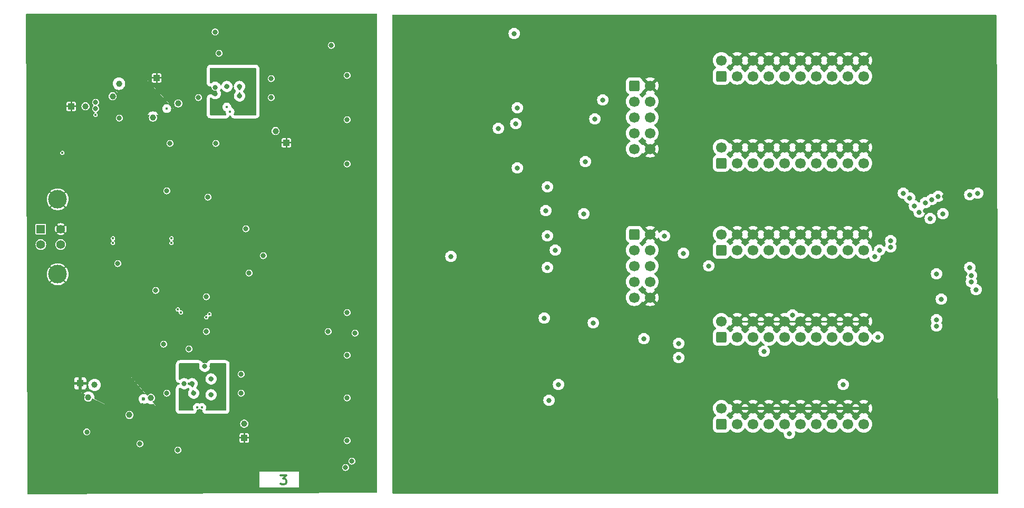
<source format=gbr>
%TF.GenerationSoftware,KiCad,Pcbnew,8.0.1*%
%TF.CreationDate,2024-09-10T07:56:54+02:00*%
%TF.ProjectId,CC_Debug,43435f44-6562-4756-972e-6b696361645f,rev?*%
%TF.SameCoordinates,Original*%
%TF.FileFunction,Copper,L3,Inr*%
%TF.FilePolarity,Positive*%
%FSLAX46Y46*%
G04 Gerber Fmt 4.6, Leading zero omitted, Abs format (unit mm)*
G04 Created by KiCad (PCBNEW 8.0.1) date 2024-09-10 07:56:54*
%MOMM*%
%LPD*%
G01*
G04 APERTURE LIST*
G04 Aperture macros list*
%AMRoundRect*
0 Rectangle with rounded corners*
0 $1 Rounding radius*
0 $2 $3 $4 $5 $6 $7 $8 $9 X,Y pos of 4 corners*
0 Add a 4 corners polygon primitive as box body*
4,1,4,$2,$3,$4,$5,$6,$7,$8,$9,$2,$3,0*
0 Add four circle primitives for the rounded corners*
1,1,$1+$1,$2,$3*
1,1,$1+$1,$4,$5*
1,1,$1+$1,$6,$7*
1,1,$1+$1,$8,$9*
0 Add four rect primitives between the rounded corners*
20,1,$1+$1,$2,$3,$4,$5,0*
20,1,$1+$1,$4,$5,$6,$7,0*
20,1,$1+$1,$6,$7,$8,$9,0*
20,1,$1+$1,$8,$9,$2,$3,0*%
G04 Aperture macros list end*
%ADD10C,0.300000*%
%TA.AperFunction,NonConductor*%
%ADD11C,0.300000*%
%TD*%
%TA.AperFunction,ComponentPad*%
%ADD12R,1.000000X1.000000*%
%TD*%
%TA.AperFunction,ComponentPad*%
%ADD13RoundRect,0.250000X0.600000X-0.600000X0.600000X0.600000X-0.600000X0.600000X-0.600000X-0.600000X0*%
%TD*%
%TA.AperFunction,ComponentPad*%
%ADD14C,1.700000*%
%TD*%
%TA.AperFunction,ComponentPad*%
%ADD15C,1.000000*%
%TD*%
%TA.AperFunction,ComponentPad*%
%ADD16RoundRect,0.250000X-0.600000X-0.600000X0.600000X-0.600000X0.600000X0.600000X-0.600000X0.600000X0*%
%TD*%
%TA.AperFunction,ComponentPad*%
%ADD17R,1.400000X1.400000*%
%TD*%
%TA.AperFunction,ComponentPad*%
%ADD18C,1.400000*%
%TD*%
%TA.AperFunction,ComponentPad*%
%ADD19C,3.000000*%
%TD*%
%TA.AperFunction,ViaPad*%
%ADD20C,0.800000*%
%TD*%
%TA.AperFunction,ViaPad*%
%ADD21C,0.400000*%
%TD*%
%TA.AperFunction,ViaPad*%
%ADD22C,0.500000*%
%TD*%
%TA.AperFunction,ViaPad*%
%ADD23C,0.600000*%
%TD*%
%TA.AperFunction,Conductor*%
%ADD24C,0.500000*%
%TD*%
%TA.AperFunction,Conductor*%
%ADD25C,0.250000*%
%TD*%
G04 APERTURE END LIST*
D10*
D11*
X129104985Y-137492828D02*
X130033557Y-137492828D01*
X130033557Y-137492828D02*
X129533557Y-138064257D01*
X129533557Y-138064257D02*
X129747842Y-138064257D01*
X129747842Y-138064257D02*
X129890700Y-138135685D01*
X129890700Y-138135685D02*
X129962128Y-138207114D01*
X129962128Y-138207114D02*
X130033557Y-138349971D01*
X130033557Y-138349971D02*
X130033557Y-138707114D01*
X130033557Y-138707114D02*
X129962128Y-138849971D01*
X129962128Y-138849971D02*
X129890700Y-138921400D01*
X129890700Y-138921400D02*
X129747842Y-138992828D01*
X129747842Y-138992828D02*
X129319271Y-138992828D01*
X129319271Y-138992828D02*
X129176414Y-138921400D01*
X129176414Y-138921400D02*
X129104985Y-138849971D01*
D12*
%TO.N,GND*%
%TO.C,TP5003*%
X96968000Y-122751000D03*
%TD*%
D13*
%TO.N,C_VCC*%
%TO.C,J8004*%
X199898000Y-101355500D03*
D14*
X199898000Y-98815500D03*
%TO.N,/Isolation_output/Debug_connector/C_TRST#*%
X202438000Y-101355500D03*
%TO.N,GND2*%
X202438000Y-98815500D03*
%TO.N,/Isolation_output/Debug_connector/C_TDI*%
X204978000Y-101355500D03*
%TO.N,GND2*%
X204978000Y-98815500D03*
%TO.N,/Isolation_output/Debug_connector/C_SWDIO*%
X207518000Y-101355500D03*
%TO.N,GND2*%
X207518000Y-98815500D03*
%TO.N,/Isolation_output/Debug_connector/C_SWCLK*%
X210058000Y-101355500D03*
%TO.N,GND2*%
X210058000Y-98815500D03*
%TO.N,/Isolation_output/Debug_connector/C_RTCK*%
X212598000Y-101355500D03*
%TO.N,GND2*%
X212598000Y-98815500D03*
%TO.N,/Isolation_output/Debug_connector/C_TDO*%
X215138000Y-101355500D03*
%TO.N,GND2*%
X215138000Y-98815500D03*
%TO.N,/Isolation_output/Debug_connector/C_RESET#*%
X217678000Y-101355500D03*
%TO.N,GND2*%
X217678000Y-98815500D03*
%TO.N,/Isolation_output/Debug_connector/C_DBRQ*%
X220218000Y-101355500D03*
%TO.N,GND2*%
X220218000Y-98815500D03*
%TO.N,/Isolation_output/Debug_connector/C_DBACK*%
X222758000Y-101355500D03*
%TO.N,GND2*%
X222758000Y-98815500D03*
%TD*%
D15*
%TO.N,/USB2UART2/EECS*%
%TO.C,TP6001*%
X102153000Y-76629000D03*
%TD*%
D12*
%TO.N,GND*%
%TO.C,TP6006*%
X95504000Y-78232000D03*
%TD*%
D15*
%TO.N,+3.3V*%
%TO.C,TP2001*%
X97790000Y-78232000D03*
%TD*%
D16*
%TO.N,/Isolation_output/Debug_connector/D_SWCLK*%
%TO.C,J8008*%
X185928000Y-74930000D03*
D14*
%TO.N,GND2*%
X188468000Y-74930000D03*
%TO.N,/Isolation_output/Debug_connector/D_SWDIO*%
X185928000Y-77470000D03*
%TO.N,unconnected-(J8008-Pin_4-Pad4)*%
X188468000Y-77470000D03*
%TO.N,unconnected-(J8008-Pin_5-Pad5)*%
X185928000Y-80010000D03*
%TO.N,unconnected-(J8008-Pin_6-Pad6)*%
X188468000Y-80010000D03*
%TO.N,unconnected-(J8008-Pin_7-Pad7)*%
X185928000Y-82550000D03*
%TO.N,unconnected-(J8008-Pin_8-Pad8)*%
X188468000Y-82550000D03*
%TO.N,unconnected-(J8008-Pin_9-Pad9)*%
X185928000Y-85090000D03*
%TO.N,GND2*%
X188468000Y-85090000D03*
%TD*%
D17*
%TO.N,/USB.VBUS*%
%TO.C,J3001*%
X90624000Y-97952000D03*
D18*
%TO.N,Net-(J3001-D-)*%
X90624000Y-100452000D03*
%TO.N,Net-(J3001-D+)*%
X93824000Y-100452000D03*
%TO.N,GND*%
X93824000Y-97952000D03*
D19*
X93334000Y-105222000D03*
X93334000Y-93182000D03*
%TD*%
D15*
%TO.N,/USB2UART1/EECLK*%
%TO.C,TP5004*%
X99254000Y-123005000D03*
%TD*%
%TO.N,/USB2UART1/EEDATA_OUT*%
%TO.C,TP5002*%
X104853000Y-127831000D03*
%TD*%
%TO.N,Net-(U6003-~{RESET})*%
%TO.C,TP6005*%
X128315000Y-82217000D03*
%TD*%
D13*
%TO.N,B_VCC*%
%TO.C,J8003*%
X199898000Y-87376000D03*
D14*
X199898000Y-84836000D03*
%TO.N,/Isolation_output/Debug_connector/B_TRST#*%
X202438000Y-87376000D03*
%TO.N,GND2*%
X202438000Y-84836000D03*
%TO.N,/Isolation_output/Debug_connector/B_TDI*%
X204978000Y-87376000D03*
%TO.N,GND2*%
X204978000Y-84836000D03*
%TO.N,/Isolation_output/Debug_connector/B_SWDIO*%
X207518000Y-87376000D03*
%TO.N,GND2*%
X207518000Y-84836000D03*
%TO.N,/Isolation_output/Debug_connector/B_SWCLK*%
X210058000Y-87376000D03*
%TO.N,GND2*%
X210058000Y-84836000D03*
%TO.N,/Isolation_output/Debug_connector/B_RTCK*%
X212598000Y-87376000D03*
%TO.N,GND2*%
X212598000Y-84836000D03*
%TO.N,/Isolation_output/Debug_connector/B_TDO*%
X215138000Y-87376000D03*
%TO.N,GND2*%
X215138000Y-84836000D03*
%TO.N,/Isolation_output/Debug_connector/B_RESET#*%
X217678000Y-87376000D03*
%TO.N,GND2*%
X217678000Y-84836000D03*
%TO.N,/Isolation_output/Debug_connector/B_DBRQ*%
X220218000Y-87376000D03*
%TO.N,GND2*%
X220218000Y-84836000D03*
%TO.N,/Isolation_output/Debug_connector/B_DBACK*%
X222758000Y-87376000D03*
%TO.N,GND2*%
X222758000Y-84836000D03*
%TD*%
D15*
%TO.N,/USB2UART1/EEDATA*%
%TO.C,TP5005*%
X108302000Y-125090000D03*
%TD*%
D16*
%TO.N,/Isolation_output/Debug_connector/D_RESET#*%
%TO.C,J8007*%
X185928000Y-98806000D03*
D14*
%TO.N,GND2*%
X188468000Y-98806000D03*
%TO.N,/Isolation_output/Debug_connector/D_IO{slash}F_VCC*%
X185928000Y-101346000D03*
%TO.N,unconnected-(J8007-Pin_4-Pad4)*%
X188468000Y-101346000D03*
%TO.N,unconnected-(J8007-Pin_5-Pad5)*%
X185928000Y-103886000D03*
%TO.N,unconnected-(J8007-Pin_6-Pad6)*%
X188468000Y-103886000D03*
%TO.N,unconnected-(J8007-Pin_7-Pad7)*%
X185928000Y-106426000D03*
%TO.N,unconnected-(J8007-Pin_8-Pad8)*%
X188468000Y-106426000D03*
%TO.N,unconnected-(J8007-Pin_9-Pad9)*%
X185928000Y-108966000D03*
%TO.N,GND2*%
X188468000Y-108966000D03*
%TD*%
D15*
%TO.N,/USB2UART2/EEDATA*%
%TO.C,TP6004*%
X112694000Y-77772000D03*
%TD*%
D12*
%TO.N,GND*%
%TO.C,TP6007*%
X130048000Y-84074000D03*
%TD*%
D15*
%TO.N,/USB2UART2/EEDATA_OUT*%
%TO.C,TP6002*%
X108630000Y-80058000D03*
%TD*%
D12*
%TO.N,GND*%
%TO.C,TP5006*%
X123288000Y-131514000D03*
%TD*%
D15*
%TO.N,/USB2UART2/EECLK*%
%TO.C,TP6003*%
X103169000Y-74597000D03*
%TD*%
D13*
%TO.N,A_VCC*%
%TO.C,J8002*%
X199898000Y-73406000D03*
D14*
X199898000Y-70866000D03*
%TO.N,/Isolation_output/Debug_connector/A_TRST#*%
X202438000Y-73406000D03*
%TO.N,GND2*%
X202438000Y-70866000D03*
%TO.N,/Isolation_output/Debug_connector/A_TDI*%
X204978000Y-73406000D03*
%TO.N,GND2*%
X204978000Y-70866000D03*
%TO.N,/Isolation_output/Debug_connector/A_SWDIO*%
X207518000Y-73406000D03*
%TO.N,GND2*%
X207518000Y-70866000D03*
%TO.N,/Isolation_output/Debug_connector/A_SWCLK*%
X210058000Y-73406000D03*
%TO.N,GND2*%
X210058000Y-70866000D03*
%TO.N,/Isolation_output/Debug_connector/A_RTCK*%
X212598000Y-73406000D03*
%TO.N,GND2*%
X212598000Y-70866000D03*
%TO.N,/Isolation_output/Debug_connector/A_TDO*%
X215138000Y-73406000D03*
%TO.N,GND2*%
X215138000Y-70866000D03*
%TO.N,/Isolation_output/Debug_connector/A_RESET#*%
X217678000Y-73406000D03*
%TO.N,GND2*%
X217678000Y-70866000D03*
%TO.N,/Isolation_output/Debug_connector/A_DBRQ*%
X220218000Y-73406000D03*
%TO.N,GND2*%
X220218000Y-70866000D03*
%TO.N,/Isolation_output/Debug_connector/A_DBACK*%
X222758000Y-73406000D03*
%TO.N,GND2*%
X222758000Y-70866000D03*
%TD*%
D13*
%TO.N,E_VCC*%
%TO.C,J8006*%
X199898000Y-129305000D03*
D14*
X199898000Y-126765000D03*
%TO.N,/Isolation_output/Debug_connector/E_TRST#*%
X202438000Y-129305000D03*
%TO.N,GND2*%
X202438000Y-126765000D03*
%TO.N,/Isolation_output/Debug_connector/E_TDI*%
X204978000Y-129305000D03*
%TO.N,GND2*%
X204978000Y-126765000D03*
%TO.N,/Isolation_output/Debug_connector/E_TMS*%
X207518000Y-129305000D03*
%TO.N,GND2*%
X207518000Y-126765000D03*
%TO.N,/Isolation_output/Debug_connector/E_TCK*%
X210058000Y-129305000D03*
%TO.N,GND2*%
X210058000Y-126765000D03*
%TO.N,/Isolation_output/Debug_connector/E_RTCK*%
X212598000Y-129305000D03*
%TO.N,GND2*%
X212598000Y-126765000D03*
%TO.N,/Isolation_output/Debug_connector/E_TDO*%
X215138000Y-129305000D03*
%TO.N,GND2*%
X215138000Y-126765000D03*
%TO.N,/Isolation_output/Debug_connector/E_RESET#*%
X217678000Y-129305000D03*
%TO.N,GND2*%
X217678000Y-126765000D03*
%TO.N,/Isolation_output/Debug_connector/E_DBRQ*%
X220218000Y-129305000D03*
%TO.N,GND2*%
X220218000Y-126765000D03*
%TO.N,/Isolation_output/Debug_connector/E_DBACK*%
X222758000Y-129305000D03*
%TO.N,GND2*%
X222758000Y-126765000D03*
%TD*%
D15*
%TO.N,/USB2UART1/RESET#*%
%TO.C,TP5007*%
X123288000Y-129228000D03*
%TD*%
D12*
%TO.N,GND*%
%TO.C,TP2002*%
X109220000Y-73660000D03*
%TD*%
D13*
%TO.N,D_VCC*%
%TO.C,J8005*%
X199898000Y-115335000D03*
D14*
X199898000Y-112795000D03*
%TO.N,/Isolation_output/Debug_connector/D_TRST#*%
X202438000Y-115335000D03*
%TO.N,GND2*%
X202438000Y-112795000D03*
%TO.N,/Isolation_output/Debug_connector/D_TDI*%
X204978000Y-115335000D03*
%TO.N,GND2*%
X204978000Y-112795000D03*
%TO.N,/Isolation_output/Debug_connector/D_SWDIO*%
X207518000Y-115335000D03*
%TO.N,GND2*%
X207518000Y-112795000D03*
%TO.N,/Isolation_output/Debug_connector/D_SWCLK*%
X210058000Y-115335000D03*
%TO.N,GND2*%
X210058000Y-112795000D03*
%TO.N,/Isolation_output/Debug_connector/D_RTCK*%
X212598000Y-115335000D03*
%TO.N,GND2*%
X212598000Y-112795000D03*
%TO.N,/Isolation_output/Debug_connector/D_TDO*%
X215138000Y-115335000D03*
%TO.N,GND2*%
X215138000Y-112795000D03*
%TO.N,/Isolation_output/Debug_connector/D_RESET#*%
X217678000Y-115335000D03*
%TO.N,GND2*%
X217678000Y-112795000D03*
%TO.N,/Isolation_output/Debug_connector/D_DBRQ*%
X220218000Y-115335000D03*
%TO.N,GND2*%
X220218000Y-112795000D03*
%TO.N,/Isolation_output/Debug_connector/D_DBACK*%
X222758000Y-115335000D03*
%TO.N,GND2*%
X222758000Y-112795000D03*
%TD*%
D15*
%TO.N,/USB2UART1/EECS*%
%TO.C,TP5001*%
X98238000Y-125037000D03*
%TD*%
D20*
%TO.N,+3.3V*%
X103222000Y-80132000D03*
X118716000Y-84196000D03*
X123542000Y-97912000D03*
X110842000Y-91816000D03*
X126336000Y-102230000D03*
X111350000Y-84196000D03*
X99412000Y-77592000D03*
D21*
X99412000Y-79624000D03*
D20*
X106524000Y-132456000D03*
X139798000Y-111374000D03*
X122780000Y-124328000D03*
X115922000Y-76830000D03*
X110842000Y-124328000D03*
D21*
X94078000Y-85720000D03*
D20*
X119224000Y-69718000D03*
X139798000Y-73274000D03*
X124050000Y-105024000D03*
X114398000Y-117216000D03*
X127606000Y-76830000D03*
X99412000Y-78608000D03*
X137258000Y-68448000D03*
X127606000Y-73782000D03*
X139798000Y-131948000D03*
X139798000Y-118232000D03*
X117192000Y-108834000D03*
X139798000Y-80386000D03*
X112620000Y-133472000D03*
X102968000Y-103500000D03*
X117446000Y-92832000D03*
X139798000Y-87498000D03*
X98015000Y-130551000D03*
X122780000Y-121280000D03*
X139798000Y-125090000D03*
X109064000Y-107818000D03*
%TO.N,GND*%
X117348000Y-66294000D03*
X122526000Y-76576000D03*
X135226000Y-124836000D03*
X114652000Y-132202000D03*
X123444000Y-66294000D03*
X120494000Y-75052000D03*
X116049000Y-83294000D03*
X107032000Y-119756000D03*
D21*
X109826000Y-79116000D03*
D20*
X116684000Y-101214000D03*
X143256000Y-80518000D03*
X114906000Y-122804000D03*
X118970000Y-132202000D03*
X119732000Y-84450000D03*
X123542000Y-84450000D03*
X135636000Y-86106000D03*
D21*
X101639000Y-125344000D03*
D20*
X136242000Y-112898000D03*
X138020000Y-134234000D03*
X106778000Y-118232000D03*
D21*
X112112000Y-127884000D03*
X106934000Y-126106000D03*
D20*
X96872000Y-93340000D03*
D21*
X110080000Y-94102000D03*
D20*
X90268000Y-104516000D03*
D21*
X107794000Y-101722000D03*
X104492000Y-73782000D03*
D20*
X121510000Y-84450000D03*
X109318000Y-116200000D03*
X115160000Y-124328000D03*
D21*
X110842000Y-99944000D03*
D20*
X102968000Y-97658000D03*
X117954000Y-124582000D03*
X105254000Y-131186000D03*
X143256000Y-73406000D03*
X117954000Y-122042000D03*
X136144000Y-100838000D03*
D21*
X102968000Y-99944000D03*
D20*
X109826000Y-124328000D03*
D22*
X109064000Y-105532000D03*
D21*
X100623000Y-122042000D03*
X114144000Y-76576000D03*
D20*
X111398000Y-130791000D03*
X143256000Y-132334000D03*
D22*
X101190000Y-101722000D03*
D20*
X114906000Y-101214000D03*
D21*
X109318000Y-99944000D03*
D20*
X135636000Y-78486000D03*
D21*
X91792000Y-90038000D03*
D20*
X116684000Y-99690000D03*
X143510000Y-118364000D03*
X118208000Y-113660000D03*
X118618000Y-76200000D03*
X138274000Y-137028000D03*
X116684000Y-132202000D03*
X141322000Y-116708000D03*
X101698000Y-130678000D03*
X131318000Y-77724000D03*
D21*
X100682000Y-88006000D03*
D20*
X135636000Y-72136000D03*
X114652000Y-99690000D03*
D21*
X100428000Y-85212000D03*
D20*
X143256000Y-139192000D03*
D21*
X105762000Y-77084000D03*
D20*
X126844000Y-123566000D03*
X95856000Y-98166000D03*
X122526000Y-75052000D03*
X141224000Y-86106000D03*
X96110000Y-104516000D03*
X91792000Y-95118000D03*
X120904000Y-66040000D03*
X95856000Y-97150000D03*
X143608000Y-125598000D03*
X131064000Y-73660000D03*
%TO.N,+1V8A*%
X118134000Y-126381000D03*
X114093965Y-120718354D03*
X113562000Y-126381000D03*
X118134000Y-120031000D03*
D21*
%TO.N,/USB.D-*%
X111604000Y-99436000D03*
X102206000Y-99436000D03*
%TO.N,/USB.D+*%
X102206000Y-100198000D03*
X111604000Y-100198000D03*
%TO.N,/USB1.D-*%
X112626512Y-110872512D03*
X115760000Y-126614000D03*
%TO.N,/USB1.D+*%
X116460000Y-126614000D03*
X113121488Y-111367488D03*
D23*
%TO.N,/USB2UART1/EECLK*%
X107111500Y-125264500D03*
D21*
%TO.N,/USB2UART2/EECLK*%
X110842000Y-78608000D03*
%TO.N,/USB2.D-*%
X120494000Y-78354000D03*
X117198512Y-112129488D03*
%TO.N,/USB2.D+*%
X117693488Y-111634512D03*
X121002000Y-79116000D03*
D20*
%TO.N,/Isolation_output/UART_A_4.TX*%
X139544000Y-136266000D03*
X110334000Y-116454000D03*
%TO.N,/Isolation_output/UART_A_3.TX*%
X117192000Y-114422000D03*
X136750000Y-114422000D03*
%TO.N,/Isolation_output/UART_A_4.RX*%
X113636000Y-122804000D03*
X140560000Y-135250000D03*
%TO.N,/Isolation_output/UART_A_3.RX*%
X116938000Y-120010000D03*
X141068000Y-114676000D03*
%TO.N,/Isolation_output/UART_B_4.RX*%
X118618000Y-75184000D03*
X118618000Y-66294000D03*
%TO.N,+1V8B*%
X118790000Y-78915000D03*
X122854000Y-72819000D03*
X123235000Y-78915000D03*
X118663000Y-73073000D03*
%TO.N,A_VCC*%
X171704000Y-94996000D03*
%TO.N,C_VCC*%
X171958000Y-99060000D03*
X227076000Y-99822000D03*
%TO.N,E_VCC*%
X164084000Y-81788000D03*
X240792000Y-107696000D03*
%TO.N,D_VCC*%
X171958000Y-91186000D03*
X239776000Y-104140000D03*
X180848000Y-77216000D03*
%TO.N,B_VCC*%
X177800000Y-95504000D03*
X231648000Y-95250000D03*
%TO.N,VCC_LED*%
X193040000Y-116332000D03*
X193040000Y-118618000D03*
X193802000Y-101854000D03*
X156464000Y-102362000D03*
%TO.N,/Isolation_output/Debug_connector/E_TRST#*%
X234442000Y-113538000D03*
%TO.N,/Isolation_output/Debug_connector/B_SWCLK*%
X230124000Y-92964000D03*
%TO.N,/Isolation_output/Debug_connector/D_SWCLK*%
X197866000Y-103886000D03*
X178054000Y-87122000D03*
X179578000Y-80264000D03*
X234442000Y-105156000D03*
X190754000Y-99060000D03*
X211328000Y-111760000D03*
%TO.N,/Isolation_output/Debug_connector/A_SWDIO*%
X234696000Y-92710000D03*
%TO.N,/Isolation_output/Debug_connector/C_TX*%
X171958000Y-104140000D03*
X224536000Y-102362000D03*
%TO.N,/Isolation_output/Debug_connector/A_SWCLK*%
X233680000Y-93218000D03*
%TO.N,/Isolation_output/Debug_connector/A_TX*%
X172212000Y-125476000D03*
X241046000Y-92202000D03*
%TO.N,/Isolation_output/Debug_connector/B_TX*%
X179324000Y-113030000D03*
X235458000Y-95504000D03*
%TO.N,/Isolation_output/Debug_connector/A_RESET#*%
X232664000Y-93726000D03*
%TO.N,/Isolation_output/Debug_connector/B_SWDIO*%
X230886000Y-94234000D03*
%TO.N,/Isolation_output/Debug_connector/B_RESET#*%
X229108000Y-92202000D03*
%TO.N,/Isolation_output/Debug_connector/D_IO{slash}F_VCC*%
X187452000Y-115570000D03*
X167132000Y-88138000D03*
X225044000Y-115316000D03*
X166624000Y-66548000D03*
%TO.N,/Isolation_output/Debug_connector/B_RX*%
X233426000Y-96266000D03*
X171450000Y-112268000D03*
%TO.N,/Isolation_output/Debug_connector/E_RX*%
X167132000Y-78486000D03*
X240030000Y-106426000D03*
%TO.N,/Isolation_output/Debug_connector/C_RX*%
X173228000Y-101346000D03*
X225298000Y-101346000D03*
%TO.N,/Isolation_output/Debug_connector/E_TX*%
X166878000Y-81026000D03*
X240030000Y-105410000D03*
%TO.N,/Isolation_output/Debug_connector/A_RX*%
X173736000Y-122936000D03*
X239776000Y-92456000D03*
%TO.N,/Isolation_output/Debug_connector/E_TCK*%
X210820000Y-130810000D03*
X234442000Y-112522000D03*
%TO.N,/Isolation_output/Debug_connector/E_TDI*%
X235204000Y-109220000D03*
X219456000Y-122936000D03*
%TO.N,/Isolation_output/Debug_connector/C_SWDIO*%
X227076000Y-100838000D03*
%TO.N,/Isolation_output/Debug_connector/D_RESET#*%
X206756000Y-117602000D03*
%TO.N,GND2*%
X242824000Y-119126000D03*
X239014000Y-105156000D03*
X235458000Y-107188000D03*
X175006000Y-95504000D03*
X174498000Y-81026000D03*
X207772000Y-93472000D03*
X236982000Y-120396000D03*
X196850000Y-85344000D03*
X230124000Y-97536000D03*
X148336000Y-132334000D03*
X224536000Y-93980000D03*
X154178000Y-82550000D03*
X214884000Y-68326000D03*
X224536000Y-98552000D03*
X233934000Y-101854000D03*
X153670000Y-133604000D03*
X176784000Y-83566000D03*
X235966000Y-124460000D03*
X235966000Y-103378000D03*
X174752000Y-108966000D03*
X239014000Y-107950000D03*
X226060000Y-124206000D03*
X227838000Y-108204000D03*
X239268000Y-100076000D03*
X157988000Y-88900000D03*
X242824000Y-64770000D03*
X239268000Y-84582000D03*
X208280000Y-120142000D03*
X239522000Y-110744000D03*
X179324000Y-90170000D03*
X197104000Y-100076000D03*
X201930000Y-124460000D03*
X150622000Y-72390000D03*
X153924000Y-119888000D03*
X228092000Y-78740000D03*
X240030000Y-95250000D03*
X166116000Y-92202000D03*
X150368000Y-80010000D03*
X151130000Y-105410000D03*
X184912000Y-95758000D03*
X209550000Y-78740000D03*
X150876000Y-131318000D03*
X171704000Y-105664000D03*
X153670000Y-126746000D03*
X217170000Y-106172000D03*
X191262000Y-104902000D03*
X149352000Y-139446000D03*
X154178000Y-111506000D03*
X179070000Y-115316000D03*
X164592000Y-121920000D03*
X197358000Y-106680000D03*
X198628000Y-121412000D03*
X232156000Y-90678000D03*
X196596000Y-113284000D03*
X173228000Y-129794000D03*
X150876000Y-64770000D03*
X207772000Y-106426000D03*
X227584000Y-93218000D03*
X224536000Y-132842000D03*
X178562000Y-109220000D03*
X214630000Y-134620000D03*
X190754000Y-115824000D03*
X148590000Y-111252000D03*
X168402000Y-74422000D03*
X155956000Y-114554000D03*
X153924000Y-67818000D03*
X242062000Y-108712000D03*
X165100000Y-126238000D03*
X180340000Y-103124000D03*
X240030000Y-120904000D03*
X239268000Y-96520000D03*
X217424000Y-121158000D03*
X221488000Y-106680000D03*
X150368000Y-118110000D03*
X230886000Y-105410000D03*
X232918000Y-66040000D03*
X235712000Y-92710000D03*
X186690000Y-117856000D03*
X197358000Y-71882000D03*
X155448000Y-79756000D03*
X218694000Y-133350000D03*
X164592000Y-136144000D03*
X242062000Y-74168000D03*
X240030000Y-116332000D03*
X235712000Y-114808000D03*
X214630000Y-139446000D03*
X160274000Y-96266000D03*
X230632000Y-129540000D03*
X150114000Y-86614000D03*
X149352000Y-94996000D03*
X158750000Y-132842000D03*
X210058000Y-134620000D03*
X156464000Y-123444000D03*
X215646000Y-110998000D03*
X157480000Y-107950000D03*
X174244000Y-126238000D03*
X206248000Y-83058000D03*
X232664000Y-94996000D03*
X148336000Y-125476000D03*
X231902000Y-117602000D03*
X205740000Y-124714000D03*
X177038000Y-127762000D03*
X173228000Y-134620000D03*
X165862000Y-102362000D03*
X217678000Y-124714000D03*
X166116000Y-113538000D03*
X211074000Y-103378000D03*
X199898000Y-68072000D03*
X161290000Y-118364000D03*
X197358000Y-127762000D03*
X193802000Y-76200000D03*
X175514000Y-99314000D03*
X221234000Y-102870000D03*
X154178000Y-88646000D03*
X154178000Y-74930000D03*
%TD*%
D24*
%TO.N,GND2*%
X202438000Y-126765000D02*
X222758000Y-126765000D01*
D25*
X202438000Y-112795000D02*
X222758000Y-112795000D01*
D24*
X225063000Y-124460000D02*
X226060000Y-124460000D01*
X222758000Y-126765000D02*
X225063000Y-124460000D01*
%TD*%
%TA.AperFunction,Conductor*%
%TO.N,GND2*%
G36*
X204512075Y-126957993D02*
G01*
X204577901Y-127072007D01*
X204670993Y-127165099D01*
X204785007Y-127230925D01*
X204848590Y-127247962D01*
X204216625Y-127879925D01*
X204292594Y-127933119D01*
X204336219Y-127987696D01*
X204343413Y-128057194D01*
X204311890Y-128119549D01*
X204292595Y-128136269D01*
X204106594Y-128266508D01*
X203939505Y-128433597D01*
X203809575Y-128619158D01*
X203754998Y-128662783D01*
X203685500Y-128669977D01*
X203623145Y-128638454D01*
X203606425Y-128619158D01*
X203476494Y-128433597D01*
X203309402Y-128266506D01*
X203309401Y-128266505D01*
X203123405Y-128136269D01*
X203079781Y-128081692D01*
X203072588Y-128012193D01*
X203104110Y-127949839D01*
X203123405Y-127933119D01*
X203199373Y-127879925D01*
X202567409Y-127247962D01*
X202630993Y-127230925D01*
X202745007Y-127165099D01*
X202838099Y-127072007D01*
X202903925Y-126957993D01*
X202920962Y-126894409D01*
X203552925Y-127526373D01*
X203606425Y-127449968D01*
X203661002Y-127406344D01*
X203730501Y-127399151D01*
X203792855Y-127430673D01*
X203809576Y-127449969D01*
X203863073Y-127526372D01*
X204495037Y-126894409D01*
X204512075Y-126957993D01*
G37*
%TD.AperFunction*%
%TA.AperFunction,Conductor*%
G36*
X207052075Y-126957993D02*
G01*
X207117901Y-127072007D01*
X207210993Y-127165099D01*
X207325007Y-127230925D01*
X207388590Y-127247962D01*
X206756625Y-127879925D01*
X206832594Y-127933119D01*
X206876219Y-127987696D01*
X206883413Y-128057194D01*
X206851890Y-128119549D01*
X206832595Y-128136269D01*
X206646594Y-128266508D01*
X206479505Y-128433597D01*
X206349575Y-128619158D01*
X206294998Y-128662783D01*
X206225500Y-128669977D01*
X206163145Y-128638454D01*
X206146425Y-128619158D01*
X206016494Y-128433597D01*
X205849402Y-128266506D01*
X205849401Y-128266505D01*
X205663405Y-128136269D01*
X205619781Y-128081692D01*
X205612588Y-128012193D01*
X205644110Y-127949839D01*
X205663405Y-127933119D01*
X205739373Y-127879925D01*
X205107409Y-127247962D01*
X205170993Y-127230925D01*
X205285007Y-127165099D01*
X205378099Y-127072007D01*
X205443925Y-126957993D01*
X205460962Y-126894409D01*
X206092925Y-127526373D01*
X206146425Y-127449968D01*
X206201002Y-127406344D01*
X206270501Y-127399151D01*
X206332855Y-127430673D01*
X206349576Y-127449969D01*
X206403073Y-127526372D01*
X207035037Y-126894409D01*
X207052075Y-126957993D01*
G37*
%TD.AperFunction*%
%TA.AperFunction,Conductor*%
G36*
X209592075Y-126957993D02*
G01*
X209657901Y-127072007D01*
X209750993Y-127165099D01*
X209865007Y-127230925D01*
X209928590Y-127247962D01*
X209296625Y-127879925D01*
X209372594Y-127933119D01*
X209416219Y-127987696D01*
X209423413Y-128057194D01*
X209391890Y-128119549D01*
X209372595Y-128136269D01*
X209186594Y-128266508D01*
X209019505Y-128433597D01*
X208889575Y-128619158D01*
X208834998Y-128662783D01*
X208765500Y-128669977D01*
X208703145Y-128638454D01*
X208686425Y-128619158D01*
X208556494Y-128433597D01*
X208389402Y-128266506D01*
X208389401Y-128266505D01*
X208203405Y-128136269D01*
X208159781Y-128081692D01*
X208152588Y-128012193D01*
X208184110Y-127949839D01*
X208203405Y-127933119D01*
X208279373Y-127879925D01*
X207647409Y-127247962D01*
X207710993Y-127230925D01*
X207825007Y-127165099D01*
X207918099Y-127072007D01*
X207983925Y-126957993D01*
X208000962Y-126894410D01*
X208632925Y-127526373D01*
X208686425Y-127449968D01*
X208741002Y-127406344D01*
X208810501Y-127399151D01*
X208872855Y-127430673D01*
X208889576Y-127449969D01*
X208943073Y-127526372D01*
X209575037Y-126894409D01*
X209592075Y-126957993D01*
G37*
%TD.AperFunction*%
%TA.AperFunction,Conductor*%
G36*
X212132075Y-126957993D02*
G01*
X212197901Y-127072007D01*
X212290993Y-127165099D01*
X212405007Y-127230925D01*
X212468590Y-127247962D01*
X211836625Y-127879925D01*
X211912594Y-127933119D01*
X211956219Y-127987696D01*
X211963413Y-128057194D01*
X211931890Y-128119549D01*
X211912595Y-128136269D01*
X211726594Y-128266508D01*
X211559505Y-128433597D01*
X211429575Y-128619158D01*
X211374998Y-128662783D01*
X211305500Y-128669977D01*
X211243145Y-128638454D01*
X211226425Y-128619158D01*
X211096494Y-128433597D01*
X210929402Y-128266506D01*
X210929401Y-128266505D01*
X210743405Y-128136269D01*
X210699781Y-128081692D01*
X210692588Y-128012193D01*
X210724110Y-127949839D01*
X210743405Y-127933119D01*
X210819373Y-127879925D01*
X210187409Y-127247962D01*
X210250993Y-127230925D01*
X210365007Y-127165099D01*
X210458099Y-127072007D01*
X210523925Y-126957993D01*
X210540962Y-126894409D01*
X211172925Y-127526373D01*
X211226425Y-127449968D01*
X211281002Y-127406344D01*
X211350501Y-127399151D01*
X211412855Y-127430673D01*
X211429576Y-127449969D01*
X211483073Y-127526372D01*
X212115037Y-126894409D01*
X212132075Y-126957993D01*
G37*
%TD.AperFunction*%
%TA.AperFunction,Conductor*%
G36*
X214672075Y-126957993D02*
G01*
X214737901Y-127072007D01*
X214830993Y-127165099D01*
X214945007Y-127230925D01*
X215008590Y-127247962D01*
X214376625Y-127879925D01*
X214452594Y-127933119D01*
X214496219Y-127987696D01*
X214503413Y-128057194D01*
X214471890Y-128119549D01*
X214452595Y-128136269D01*
X214266594Y-128266508D01*
X214099505Y-128433597D01*
X213969575Y-128619158D01*
X213914998Y-128662783D01*
X213845500Y-128669977D01*
X213783145Y-128638454D01*
X213766425Y-128619158D01*
X213636494Y-128433597D01*
X213469402Y-128266506D01*
X213469401Y-128266505D01*
X213283405Y-128136269D01*
X213239781Y-128081692D01*
X213232588Y-128012193D01*
X213264110Y-127949839D01*
X213283405Y-127933119D01*
X213359373Y-127879925D01*
X212727409Y-127247962D01*
X212790993Y-127230925D01*
X212905007Y-127165099D01*
X212998099Y-127072007D01*
X213063925Y-126957993D01*
X213080962Y-126894409D01*
X213712925Y-127526373D01*
X213766425Y-127449968D01*
X213821002Y-127406344D01*
X213890501Y-127399151D01*
X213952855Y-127430673D01*
X213969576Y-127449969D01*
X214023073Y-127526372D01*
X214655037Y-126894409D01*
X214672075Y-126957993D01*
G37*
%TD.AperFunction*%
%TA.AperFunction,Conductor*%
G36*
X217212075Y-126957993D02*
G01*
X217277901Y-127072007D01*
X217370993Y-127165099D01*
X217485007Y-127230925D01*
X217548590Y-127247962D01*
X216916625Y-127879925D01*
X216992594Y-127933119D01*
X217036219Y-127987696D01*
X217043413Y-128057194D01*
X217011890Y-128119549D01*
X216992595Y-128136269D01*
X216806594Y-128266508D01*
X216639505Y-128433597D01*
X216509575Y-128619158D01*
X216454998Y-128662783D01*
X216385500Y-128669977D01*
X216323145Y-128638454D01*
X216306425Y-128619158D01*
X216176494Y-128433597D01*
X216009402Y-128266506D01*
X216009401Y-128266505D01*
X215823405Y-128136269D01*
X215779781Y-128081692D01*
X215772588Y-128012193D01*
X215804110Y-127949839D01*
X215823405Y-127933119D01*
X215899373Y-127879925D01*
X215267409Y-127247962D01*
X215330993Y-127230925D01*
X215445007Y-127165099D01*
X215538099Y-127072007D01*
X215603925Y-126957993D01*
X215620962Y-126894410D01*
X216252925Y-127526373D01*
X216306425Y-127449968D01*
X216361002Y-127406344D01*
X216430501Y-127399151D01*
X216492855Y-127430673D01*
X216509576Y-127449969D01*
X216563073Y-127526372D01*
X217195037Y-126894409D01*
X217212075Y-126957993D01*
G37*
%TD.AperFunction*%
%TA.AperFunction,Conductor*%
G36*
X219752075Y-126957993D02*
G01*
X219817901Y-127072007D01*
X219910993Y-127165099D01*
X220025007Y-127230925D01*
X220088590Y-127247962D01*
X219456625Y-127879925D01*
X219532594Y-127933119D01*
X219576219Y-127987696D01*
X219583413Y-128057194D01*
X219551890Y-128119549D01*
X219532595Y-128136269D01*
X219346594Y-128266508D01*
X219179505Y-128433597D01*
X219049575Y-128619158D01*
X218994998Y-128662783D01*
X218925500Y-128669977D01*
X218863145Y-128638454D01*
X218846425Y-128619158D01*
X218716494Y-128433597D01*
X218549402Y-128266506D01*
X218549401Y-128266505D01*
X218363405Y-128136269D01*
X218319781Y-128081692D01*
X218312588Y-128012193D01*
X218344110Y-127949839D01*
X218363405Y-127933119D01*
X218439373Y-127879925D01*
X217807409Y-127247962D01*
X217870993Y-127230925D01*
X217985007Y-127165099D01*
X218078099Y-127072007D01*
X218143925Y-126957993D01*
X218160962Y-126894410D01*
X218792925Y-127526373D01*
X218846425Y-127449968D01*
X218901002Y-127406344D01*
X218970501Y-127399151D01*
X219032855Y-127430673D01*
X219049576Y-127449969D01*
X219103073Y-127526372D01*
X219735037Y-126894409D01*
X219752075Y-126957993D01*
G37*
%TD.AperFunction*%
%TA.AperFunction,Conductor*%
G36*
X222292075Y-126957993D02*
G01*
X222357901Y-127072007D01*
X222450993Y-127165099D01*
X222565007Y-127230925D01*
X222628590Y-127247962D01*
X221996625Y-127879925D01*
X222072594Y-127933119D01*
X222116219Y-127987696D01*
X222123413Y-128057194D01*
X222091890Y-128119549D01*
X222072595Y-128136269D01*
X221886594Y-128266508D01*
X221719505Y-128433597D01*
X221589575Y-128619158D01*
X221534998Y-128662783D01*
X221465500Y-128669977D01*
X221403145Y-128638454D01*
X221386425Y-128619158D01*
X221256494Y-128433597D01*
X221089402Y-128266506D01*
X221089401Y-128266505D01*
X220903405Y-128136269D01*
X220859781Y-128081692D01*
X220852588Y-128012193D01*
X220884110Y-127949839D01*
X220903405Y-127933119D01*
X220979373Y-127879925D01*
X220347409Y-127247962D01*
X220410993Y-127230925D01*
X220525007Y-127165099D01*
X220618099Y-127072007D01*
X220683925Y-126957993D01*
X220700962Y-126894410D01*
X221332925Y-127526373D01*
X221386425Y-127449968D01*
X221441002Y-127406344D01*
X221510501Y-127399151D01*
X221572855Y-127430673D01*
X221589576Y-127449969D01*
X221643073Y-127526372D01*
X222275037Y-126894409D01*
X222292075Y-126957993D01*
G37*
%TD.AperFunction*%
%TA.AperFunction,Conductor*%
G36*
X201972075Y-126957993D02*
G01*
X202037901Y-127072007D01*
X202130993Y-127165099D01*
X202245007Y-127230925D01*
X202308590Y-127247962D01*
X201676625Y-127879925D01*
X201752594Y-127933119D01*
X201796219Y-127987696D01*
X201803413Y-128057194D01*
X201771890Y-128119549D01*
X201752595Y-128136269D01*
X201566594Y-128266508D01*
X201399503Y-128433599D01*
X201398349Y-128434975D01*
X201397688Y-128435414D01*
X201395676Y-128437427D01*
X201395271Y-128437022D01*
X201340173Y-128473671D01*
X201270312Y-128474772D01*
X201210946Y-128437928D01*
X201185663Y-128394265D01*
X201182814Y-128385666D01*
X201090712Y-128236344D01*
X200966656Y-128112288D01*
X200817334Y-128020186D01*
X200808733Y-128017336D01*
X200751290Y-127977564D01*
X200724467Y-127913048D01*
X200736782Y-127844272D01*
X200765767Y-127807517D01*
X200765573Y-127807323D01*
X200767219Y-127805676D01*
X200768040Y-127804636D01*
X200769388Y-127803504D01*
X200769401Y-127803495D01*
X200936495Y-127636401D01*
X201066732Y-127450403D01*
X201121307Y-127406780D01*
X201190805Y-127399586D01*
X201253160Y-127431109D01*
X201269880Y-127450405D01*
X201323073Y-127526373D01*
X201955037Y-126894409D01*
X201972075Y-126957993D01*
G37*
%TD.AperFunction*%
%TA.AperFunction,Conductor*%
G36*
X204512075Y-112987993D02*
G01*
X204577901Y-113102007D01*
X204670993Y-113195099D01*
X204785007Y-113260925D01*
X204848590Y-113277962D01*
X204216625Y-113909925D01*
X204292594Y-113963119D01*
X204336219Y-114017696D01*
X204343413Y-114087194D01*
X204311890Y-114149549D01*
X204292595Y-114166269D01*
X204106594Y-114296508D01*
X203939505Y-114463597D01*
X203809575Y-114649158D01*
X203754998Y-114692783D01*
X203685500Y-114699977D01*
X203623145Y-114668454D01*
X203606425Y-114649158D01*
X203476494Y-114463597D01*
X203309402Y-114296506D01*
X203309401Y-114296505D01*
X203123405Y-114166269D01*
X203079781Y-114111692D01*
X203072588Y-114042193D01*
X203104110Y-113979839D01*
X203123405Y-113963119D01*
X203199373Y-113909925D01*
X202567409Y-113277962D01*
X202630993Y-113260925D01*
X202745007Y-113195099D01*
X202838099Y-113102007D01*
X202903925Y-112987993D01*
X202920962Y-112924409D01*
X203552925Y-113556373D01*
X203606425Y-113479968D01*
X203661002Y-113436344D01*
X203730501Y-113429151D01*
X203792855Y-113460673D01*
X203809576Y-113479969D01*
X203863073Y-113556372D01*
X204495037Y-112924409D01*
X204512075Y-112987993D01*
G37*
%TD.AperFunction*%
%TA.AperFunction,Conductor*%
G36*
X207052075Y-112987993D02*
G01*
X207117901Y-113102007D01*
X207210993Y-113195099D01*
X207325007Y-113260925D01*
X207388590Y-113277962D01*
X206756625Y-113909925D01*
X206832594Y-113963119D01*
X206876219Y-114017696D01*
X206883413Y-114087194D01*
X206851890Y-114149549D01*
X206832595Y-114166269D01*
X206646594Y-114296508D01*
X206479505Y-114463597D01*
X206349575Y-114649158D01*
X206294998Y-114692783D01*
X206225500Y-114699977D01*
X206163145Y-114668454D01*
X206146425Y-114649158D01*
X206016494Y-114463597D01*
X205849402Y-114296506D01*
X205849401Y-114296505D01*
X205663405Y-114166269D01*
X205619781Y-114111692D01*
X205612588Y-114042193D01*
X205644110Y-113979839D01*
X205663405Y-113963119D01*
X205739373Y-113909925D01*
X205107409Y-113277962D01*
X205170993Y-113260925D01*
X205285007Y-113195099D01*
X205378099Y-113102007D01*
X205443925Y-112987993D01*
X205460962Y-112924409D01*
X206092925Y-113556373D01*
X206146425Y-113479968D01*
X206201002Y-113436344D01*
X206270501Y-113429151D01*
X206332855Y-113460673D01*
X206349576Y-113479969D01*
X206403073Y-113556372D01*
X207035037Y-112924409D01*
X207052075Y-112987993D01*
G37*
%TD.AperFunction*%
%TA.AperFunction,Conductor*%
G36*
X209592075Y-112987993D02*
G01*
X209657901Y-113102007D01*
X209750993Y-113195099D01*
X209865007Y-113260925D01*
X209928590Y-113277962D01*
X209296625Y-113909925D01*
X209372594Y-113963119D01*
X209416219Y-114017696D01*
X209423413Y-114087194D01*
X209391890Y-114149549D01*
X209372595Y-114166269D01*
X209186594Y-114296508D01*
X209019505Y-114463597D01*
X208889575Y-114649158D01*
X208834998Y-114692783D01*
X208765500Y-114699977D01*
X208703145Y-114668454D01*
X208686425Y-114649158D01*
X208556494Y-114463597D01*
X208389402Y-114296506D01*
X208389401Y-114296505D01*
X208203405Y-114166269D01*
X208159781Y-114111692D01*
X208152588Y-114042193D01*
X208184110Y-113979839D01*
X208203405Y-113963119D01*
X208279373Y-113909925D01*
X207647409Y-113277962D01*
X207710993Y-113260925D01*
X207825007Y-113195099D01*
X207918099Y-113102007D01*
X207983925Y-112987993D01*
X208000962Y-112924410D01*
X208632925Y-113556373D01*
X208686425Y-113479968D01*
X208741002Y-113436344D01*
X208810501Y-113429151D01*
X208872855Y-113460673D01*
X208889576Y-113479969D01*
X208943073Y-113556372D01*
X209575037Y-112924409D01*
X209592075Y-112987993D01*
G37*
%TD.AperFunction*%
%TA.AperFunction,Conductor*%
G36*
X212132075Y-112987993D02*
G01*
X212197901Y-113102007D01*
X212290993Y-113195099D01*
X212405007Y-113260925D01*
X212468590Y-113277962D01*
X211836625Y-113909925D01*
X211912594Y-113963119D01*
X211956219Y-114017696D01*
X211963413Y-114087194D01*
X211931890Y-114149549D01*
X211912595Y-114166269D01*
X211726594Y-114296508D01*
X211559505Y-114463597D01*
X211429575Y-114649158D01*
X211374998Y-114692783D01*
X211305500Y-114699977D01*
X211243145Y-114668454D01*
X211226425Y-114649158D01*
X211096494Y-114463597D01*
X210929402Y-114296506D01*
X210929401Y-114296505D01*
X210743405Y-114166269D01*
X210699781Y-114111692D01*
X210692588Y-114042193D01*
X210724110Y-113979839D01*
X210743405Y-113963119D01*
X210819373Y-113909925D01*
X210187409Y-113277962D01*
X210250993Y-113260925D01*
X210365007Y-113195099D01*
X210458099Y-113102007D01*
X210523925Y-112987993D01*
X210540962Y-112924409D01*
X211172925Y-113556373D01*
X211226425Y-113479968D01*
X211281002Y-113436344D01*
X211350501Y-113429151D01*
X211412855Y-113460673D01*
X211429576Y-113479969D01*
X211483073Y-113556372D01*
X212115037Y-112924408D01*
X212132075Y-112987993D01*
G37*
%TD.AperFunction*%
%TA.AperFunction,Conductor*%
G36*
X214672075Y-112987993D02*
G01*
X214737901Y-113102007D01*
X214830993Y-113195099D01*
X214945007Y-113260925D01*
X215008590Y-113277962D01*
X214376625Y-113909925D01*
X214452594Y-113963119D01*
X214496219Y-114017696D01*
X214503413Y-114087194D01*
X214471890Y-114149549D01*
X214452595Y-114166269D01*
X214266594Y-114296508D01*
X214099505Y-114463597D01*
X213969575Y-114649158D01*
X213914998Y-114692783D01*
X213845500Y-114699977D01*
X213783145Y-114668454D01*
X213766425Y-114649158D01*
X213636494Y-114463597D01*
X213469402Y-114296506D01*
X213469401Y-114296505D01*
X213283405Y-114166269D01*
X213239781Y-114111692D01*
X213232588Y-114042193D01*
X213264110Y-113979839D01*
X213283405Y-113963119D01*
X213359373Y-113909925D01*
X212727409Y-113277962D01*
X212790993Y-113260925D01*
X212905007Y-113195099D01*
X212998099Y-113102007D01*
X213063925Y-112987993D01*
X213080962Y-112924409D01*
X213712925Y-113556373D01*
X213766425Y-113479968D01*
X213821002Y-113436344D01*
X213890501Y-113429151D01*
X213952855Y-113460673D01*
X213969576Y-113479969D01*
X214023073Y-113556372D01*
X214655037Y-112924409D01*
X214672075Y-112987993D01*
G37*
%TD.AperFunction*%
%TA.AperFunction,Conductor*%
G36*
X217212075Y-112987993D02*
G01*
X217277901Y-113102007D01*
X217370993Y-113195099D01*
X217485007Y-113260925D01*
X217548590Y-113277962D01*
X216916625Y-113909925D01*
X216992594Y-113963119D01*
X217036219Y-114017696D01*
X217043413Y-114087194D01*
X217011890Y-114149549D01*
X216992595Y-114166269D01*
X216806594Y-114296508D01*
X216639505Y-114463597D01*
X216509575Y-114649158D01*
X216454998Y-114692783D01*
X216385500Y-114699977D01*
X216323145Y-114668454D01*
X216306425Y-114649158D01*
X216176494Y-114463597D01*
X216009402Y-114296506D01*
X216009401Y-114296505D01*
X215823405Y-114166269D01*
X215779781Y-114111692D01*
X215772588Y-114042193D01*
X215804110Y-113979839D01*
X215823405Y-113963119D01*
X215899373Y-113909925D01*
X215267409Y-113277962D01*
X215330993Y-113260925D01*
X215445007Y-113195099D01*
X215538099Y-113102007D01*
X215603925Y-112987993D01*
X215620962Y-112924410D01*
X216252925Y-113556373D01*
X216306425Y-113479968D01*
X216361002Y-113436344D01*
X216430501Y-113429151D01*
X216492855Y-113460673D01*
X216509576Y-113479969D01*
X216563073Y-113556372D01*
X217195037Y-112924409D01*
X217212075Y-112987993D01*
G37*
%TD.AperFunction*%
%TA.AperFunction,Conductor*%
G36*
X219752075Y-112987993D02*
G01*
X219817901Y-113102007D01*
X219910993Y-113195099D01*
X220025007Y-113260925D01*
X220088590Y-113277962D01*
X219456625Y-113909925D01*
X219532594Y-113963119D01*
X219576219Y-114017696D01*
X219583413Y-114087194D01*
X219551890Y-114149549D01*
X219532595Y-114166269D01*
X219346594Y-114296508D01*
X219179505Y-114463597D01*
X219049575Y-114649158D01*
X218994998Y-114692783D01*
X218925500Y-114699977D01*
X218863145Y-114668454D01*
X218846425Y-114649158D01*
X218716494Y-114463597D01*
X218549402Y-114296506D01*
X218549401Y-114296505D01*
X218363405Y-114166269D01*
X218319781Y-114111692D01*
X218312588Y-114042193D01*
X218344110Y-113979839D01*
X218363405Y-113963119D01*
X218439373Y-113909925D01*
X217807409Y-113277962D01*
X217870993Y-113260925D01*
X217985007Y-113195099D01*
X218078099Y-113102007D01*
X218143925Y-112987993D01*
X218160962Y-112924410D01*
X218792925Y-113556373D01*
X218846425Y-113479968D01*
X218901002Y-113436344D01*
X218970501Y-113429151D01*
X219032855Y-113460673D01*
X219049576Y-113479969D01*
X219103073Y-113556372D01*
X219735037Y-112924409D01*
X219752075Y-112987993D01*
G37*
%TD.AperFunction*%
%TA.AperFunction,Conductor*%
G36*
X222292075Y-112987993D02*
G01*
X222357901Y-113102007D01*
X222450993Y-113195099D01*
X222565007Y-113260925D01*
X222628590Y-113277962D01*
X221996625Y-113909925D01*
X222072594Y-113963119D01*
X222116219Y-114017696D01*
X222123413Y-114087194D01*
X222091890Y-114149549D01*
X222072595Y-114166269D01*
X221886594Y-114296508D01*
X221719505Y-114463597D01*
X221589575Y-114649158D01*
X221534998Y-114692783D01*
X221465500Y-114699977D01*
X221403145Y-114668454D01*
X221386425Y-114649158D01*
X221256494Y-114463597D01*
X221089402Y-114296506D01*
X221089401Y-114296505D01*
X220903405Y-114166269D01*
X220859781Y-114111692D01*
X220852588Y-114042193D01*
X220884110Y-113979839D01*
X220903405Y-113963119D01*
X220979373Y-113909925D01*
X220347409Y-113277962D01*
X220410993Y-113260925D01*
X220525007Y-113195099D01*
X220618099Y-113102007D01*
X220683925Y-112987993D01*
X220700962Y-112924410D01*
X221332925Y-113556373D01*
X221386425Y-113479968D01*
X221441002Y-113436344D01*
X221510501Y-113429151D01*
X221572855Y-113460673D01*
X221589576Y-113479969D01*
X221643073Y-113556372D01*
X222275037Y-112924409D01*
X222292075Y-112987993D01*
G37*
%TD.AperFunction*%
%TA.AperFunction,Conductor*%
G36*
X201972075Y-112987993D02*
G01*
X202037901Y-113102007D01*
X202130993Y-113195099D01*
X202245007Y-113260925D01*
X202308590Y-113277962D01*
X201676625Y-113909925D01*
X201752594Y-113963119D01*
X201796219Y-114017696D01*
X201803413Y-114087194D01*
X201771890Y-114149549D01*
X201752595Y-114166269D01*
X201566594Y-114296508D01*
X201399503Y-114463599D01*
X201398349Y-114464975D01*
X201397688Y-114465414D01*
X201395676Y-114467427D01*
X201395271Y-114467022D01*
X201340173Y-114503671D01*
X201270312Y-114504772D01*
X201210946Y-114467928D01*
X201185663Y-114424265D01*
X201182814Y-114415666D01*
X201090712Y-114266344D01*
X200966656Y-114142288D01*
X200817334Y-114050186D01*
X200808733Y-114047336D01*
X200751290Y-114007564D01*
X200724467Y-113943048D01*
X200736782Y-113874272D01*
X200765767Y-113837517D01*
X200765573Y-113837323D01*
X200767219Y-113835676D01*
X200768040Y-113834636D01*
X200769388Y-113833504D01*
X200769401Y-113833495D01*
X200936495Y-113666401D01*
X201066732Y-113480403D01*
X201121307Y-113436780D01*
X201190805Y-113429586D01*
X201253160Y-113461109D01*
X201269880Y-113480405D01*
X201323073Y-113556373D01*
X201955037Y-112924409D01*
X201972075Y-112987993D01*
G37*
%TD.AperFunction*%
%TA.AperFunction,Conductor*%
G36*
X187282855Y-107092546D02*
G01*
X187299575Y-107111842D01*
X187429500Y-107297395D01*
X187429505Y-107297401D01*
X187596599Y-107464495D01*
X187782158Y-107594425D01*
X187782594Y-107594730D01*
X187826218Y-107649307D01*
X187833411Y-107718806D01*
X187801889Y-107781160D01*
X187782593Y-107797880D01*
X187706626Y-107851072D01*
X187706625Y-107851072D01*
X188338590Y-108483037D01*
X188275007Y-108500075D01*
X188160993Y-108565901D01*
X188067901Y-108658993D01*
X188002075Y-108773007D01*
X187985037Y-108836590D01*
X187353073Y-108204626D01*
X187299881Y-108280594D01*
X187245304Y-108324219D01*
X187175806Y-108331413D01*
X187113451Y-108299891D01*
X187096730Y-108280594D01*
X186966494Y-108094597D01*
X186799402Y-107927506D01*
X186799396Y-107927501D01*
X186613842Y-107797575D01*
X186570217Y-107742998D01*
X186563023Y-107673500D01*
X186594546Y-107611145D01*
X186613842Y-107594425D01*
X186737635Y-107507744D01*
X186799401Y-107464495D01*
X186966495Y-107297401D01*
X187096425Y-107111842D01*
X187151002Y-107068217D01*
X187220500Y-107061023D01*
X187282855Y-107092546D01*
G37*
%TD.AperFunction*%
%TA.AperFunction,Conductor*%
G36*
X188002075Y-98998993D02*
G01*
X188067901Y-99113007D01*
X188160993Y-99206099D01*
X188275007Y-99271925D01*
X188338590Y-99288962D01*
X187706625Y-99920925D01*
X187782594Y-99974119D01*
X187826219Y-100028696D01*
X187833413Y-100098194D01*
X187801890Y-100160549D01*
X187782595Y-100177269D01*
X187596594Y-100307508D01*
X187429505Y-100474597D01*
X187299575Y-100660158D01*
X187244998Y-100703783D01*
X187175500Y-100710977D01*
X187113145Y-100679454D01*
X187096425Y-100660158D01*
X186966494Y-100474597D01*
X186799398Y-100307501D01*
X186798030Y-100306354D01*
X186797592Y-100305696D01*
X186795573Y-100303677D01*
X186795978Y-100303271D01*
X186759330Y-100248182D01*
X186758224Y-100178321D01*
X186795063Y-100118952D01*
X186838737Y-100093662D01*
X186847334Y-100090814D01*
X186996656Y-99998712D01*
X187120712Y-99874656D01*
X187212814Y-99725334D01*
X187236794Y-99652965D01*
X187276565Y-99595523D01*
X187341081Y-99568699D01*
X187351861Y-99568585D01*
X187985037Y-98935409D01*
X188002075Y-98998993D01*
G37*
%TD.AperFunction*%
%TA.AperFunction,Conductor*%
G36*
X204512075Y-99008493D02*
G01*
X204577901Y-99122507D01*
X204670993Y-99215599D01*
X204785007Y-99281425D01*
X204848590Y-99298462D01*
X204216625Y-99930425D01*
X204292594Y-99983619D01*
X204336219Y-100038196D01*
X204343413Y-100107694D01*
X204311890Y-100170049D01*
X204292595Y-100186769D01*
X204106594Y-100317008D01*
X203939505Y-100484097D01*
X203809575Y-100669658D01*
X203754998Y-100713283D01*
X203685500Y-100720477D01*
X203623145Y-100688954D01*
X203606425Y-100669658D01*
X203476494Y-100484097D01*
X203309402Y-100317006D01*
X203309401Y-100317005D01*
X203123405Y-100186769D01*
X203079781Y-100132192D01*
X203072588Y-100062693D01*
X203104110Y-100000339D01*
X203123405Y-99983619D01*
X203199373Y-99930425D01*
X202567409Y-99298462D01*
X202630993Y-99281425D01*
X202745007Y-99215599D01*
X202838099Y-99122507D01*
X202903925Y-99008493D01*
X202920962Y-98944909D01*
X203552925Y-99576873D01*
X203606425Y-99500468D01*
X203661002Y-99456844D01*
X203730501Y-99449651D01*
X203792855Y-99481173D01*
X203809576Y-99500469D01*
X203863073Y-99576872D01*
X204495037Y-98944909D01*
X204512075Y-99008493D01*
G37*
%TD.AperFunction*%
%TA.AperFunction,Conductor*%
G36*
X207052075Y-99008493D02*
G01*
X207117901Y-99122507D01*
X207210993Y-99215599D01*
X207325007Y-99281425D01*
X207388590Y-99298462D01*
X206756625Y-99930425D01*
X206832594Y-99983619D01*
X206876219Y-100038196D01*
X206883413Y-100107694D01*
X206851890Y-100170049D01*
X206832595Y-100186769D01*
X206646594Y-100317008D01*
X206479505Y-100484097D01*
X206349575Y-100669658D01*
X206294998Y-100713283D01*
X206225500Y-100720477D01*
X206163145Y-100688954D01*
X206146425Y-100669658D01*
X206016494Y-100484097D01*
X205849402Y-100317006D01*
X205849401Y-100317005D01*
X205663405Y-100186769D01*
X205619781Y-100132192D01*
X205612588Y-100062693D01*
X205644110Y-100000339D01*
X205663405Y-99983619D01*
X205739373Y-99930425D01*
X205107409Y-99298462D01*
X205170993Y-99281425D01*
X205285007Y-99215599D01*
X205378099Y-99122507D01*
X205443925Y-99008493D01*
X205460962Y-98944909D01*
X206092925Y-99576873D01*
X206146425Y-99500468D01*
X206201002Y-99456844D01*
X206270501Y-99449651D01*
X206332855Y-99481173D01*
X206349576Y-99500469D01*
X206403073Y-99576872D01*
X207035037Y-98944909D01*
X207052075Y-99008493D01*
G37*
%TD.AperFunction*%
%TA.AperFunction,Conductor*%
G36*
X209592075Y-99008493D02*
G01*
X209657901Y-99122507D01*
X209750993Y-99215599D01*
X209865007Y-99281425D01*
X209928590Y-99298462D01*
X209296625Y-99930425D01*
X209372594Y-99983619D01*
X209416219Y-100038196D01*
X209423413Y-100107694D01*
X209391890Y-100170049D01*
X209372595Y-100186769D01*
X209186594Y-100317008D01*
X209019505Y-100484097D01*
X208889575Y-100669658D01*
X208834998Y-100713283D01*
X208765500Y-100720477D01*
X208703145Y-100688954D01*
X208686425Y-100669658D01*
X208556494Y-100484097D01*
X208389402Y-100317006D01*
X208389401Y-100317005D01*
X208203405Y-100186769D01*
X208159781Y-100132192D01*
X208152588Y-100062693D01*
X208184110Y-100000339D01*
X208203405Y-99983619D01*
X208279373Y-99930425D01*
X207647409Y-99298462D01*
X207710993Y-99281425D01*
X207825007Y-99215599D01*
X207918099Y-99122507D01*
X207983925Y-99008493D01*
X208000962Y-98944910D01*
X208632925Y-99576873D01*
X208686425Y-99500468D01*
X208741002Y-99456844D01*
X208810501Y-99449651D01*
X208872855Y-99481173D01*
X208889576Y-99500469D01*
X208943073Y-99576872D01*
X209575037Y-98944909D01*
X209592075Y-99008493D01*
G37*
%TD.AperFunction*%
%TA.AperFunction,Conductor*%
G36*
X212132075Y-99008493D02*
G01*
X212197901Y-99122507D01*
X212290993Y-99215599D01*
X212405007Y-99281425D01*
X212468590Y-99298462D01*
X211836625Y-99930425D01*
X211912594Y-99983619D01*
X211956219Y-100038196D01*
X211963413Y-100107694D01*
X211931890Y-100170049D01*
X211912595Y-100186769D01*
X211726594Y-100317008D01*
X211559505Y-100484097D01*
X211429575Y-100669658D01*
X211374998Y-100713283D01*
X211305500Y-100720477D01*
X211243145Y-100688954D01*
X211226425Y-100669658D01*
X211096494Y-100484097D01*
X210929402Y-100317006D01*
X210929401Y-100317005D01*
X210743405Y-100186769D01*
X210699781Y-100132192D01*
X210692588Y-100062693D01*
X210724110Y-100000339D01*
X210743405Y-99983619D01*
X210819373Y-99930425D01*
X210187409Y-99298462D01*
X210250993Y-99281425D01*
X210365007Y-99215599D01*
X210458099Y-99122507D01*
X210523925Y-99008493D01*
X210540962Y-98944909D01*
X211172925Y-99576873D01*
X211226425Y-99500468D01*
X211281002Y-99456844D01*
X211350501Y-99449651D01*
X211412855Y-99481173D01*
X211429576Y-99500469D01*
X211483073Y-99576872D01*
X212115037Y-98944909D01*
X212132075Y-99008493D01*
G37*
%TD.AperFunction*%
%TA.AperFunction,Conductor*%
G36*
X214672075Y-99008493D02*
G01*
X214737901Y-99122507D01*
X214830993Y-99215599D01*
X214945007Y-99281425D01*
X215008590Y-99298462D01*
X214376625Y-99930425D01*
X214452594Y-99983619D01*
X214496219Y-100038196D01*
X214503413Y-100107694D01*
X214471890Y-100170049D01*
X214452595Y-100186769D01*
X214266594Y-100317008D01*
X214099505Y-100484097D01*
X213969575Y-100669658D01*
X213914998Y-100713283D01*
X213845500Y-100720477D01*
X213783145Y-100688954D01*
X213766425Y-100669658D01*
X213636494Y-100484097D01*
X213469402Y-100317006D01*
X213469401Y-100317005D01*
X213283405Y-100186769D01*
X213239781Y-100132192D01*
X213232588Y-100062693D01*
X213264110Y-100000339D01*
X213283405Y-99983619D01*
X213359373Y-99930425D01*
X212727409Y-99298462D01*
X212790993Y-99281425D01*
X212905007Y-99215599D01*
X212998099Y-99122507D01*
X213063925Y-99008493D01*
X213080962Y-98944909D01*
X213712925Y-99576873D01*
X213766425Y-99500468D01*
X213821002Y-99456844D01*
X213890501Y-99449651D01*
X213952855Y-99481173D01*
X213969576Y-99500469D01*
X214023073Y-99576872D01*
X214655037Y-98944909D01*
X214672075Y-99008493D01*
G37*
%TD.AperFunction*%
%TA.AperFunction,Conductor*%
G36*
X217212075Y-99008493D02*
G01*
X217277901Y-99122507D01*
X217370993Y-99215599D01*
X217485007Y-99281425D01*
X217548590Y-99298462D01*
X216916625Y-99930425D01*
X216992594Y-99983619D01*
X217036219Y-100038196D01*
X217043413Y-100107694D01*
X217011890Y-100170049D01*
X216992595Y-100186769D01*
X216806594Y-100317008D01*
X216639505Y-100484097D01*
X216509575Y-100669658D01*
X216454998Y-100713283D01*
X216385500Y-100720477D01*
X216323145Y-100688954D01*
X216306425Y-100669658D01*
X216176494Y-100484097D01*
X216009402Y-100317006D01*
X216009401Y-100317005D01*
X215823405Y-100186769D01*
X215779781Y-100132192D01*
X215772588Y-100062693D01*
X215804110Y-100000339D01*
X215823405Y-99983619D01*
X215899373Y-99930425D01*
X215267409Y-99298462D01*
X215330993Y-99281425D01*
X215445007Y-99215599D01*
X215538099Y-99122507D01*
X215603925Y-99008493D01*
X215620962Y-98944910D01*
X216252925Y-99576873D01*
X216306425Y-99500468D01*
X216361002Y-99456844D01*
X216430501Y-99449651D01*
X216492855Y-99481173D01*
X216509576Y-99500469D01*
X216563073Y-99576872D01*
X217195037Y-98944909D01*
X217212075Y-99008493D01*
G37*
%TD.AperFunction*%
%TA.AperFunction,Conductor*%
G36*
X219752075Y-99008493D02*
G01*
X219817901Y-99122507D01*
X219910993Y-99215599D01*
X220025007Y-99281425D01*
X220088590Y-99298462D01*
X219456625Y-99930425D01*
X219532594Y-99983619D01*
X219576219Y-100038196D01*
X219583413Y-100107694D01*
X219551890Y-100170049D01*
X219532595Y-100186769D01*
X219346594Y-100317008D01*
X219179505Y-100484097D01*
X219049575Y-100669658D01*
X218994998Y-100713283D01*
X218925500Y-100720477D01*
X218863145Y-100688954D01*
X218846425Y-100669658D01*
X218716494Y-100484097D01*
X218549402Y-100317006D01*
X218549401Y-100317005D01*
X218363405Y-100186769D01*
X218319781Y-100132192D01*
X218312588Y-100062693D01*
X218344110Y-100000339D01*
X218363405Y-99983619D01*
X218439373Y-99930425D01*
X217807409Y-99298462D01*
X217870993Y-99281425D01*
X217985007Y-99215599D01*
X218078099Y-99122507D01*
X218143925Y-99008493D01*
X218160962Y-98944910D01*
X218792925Y-99576873D01*
X218846425Y-99500468D01*
X218901002Y-99456844D01*
X218970501Y-99449651D01*
X219032855Y-99481173D01*
X219049576Y-99500469D01*
X219103073Y-99576872D01*
X219735037Y-98944909D01*
X219752075Y-99008493D01*
G37*
%TD.AperFunction*%
%TA.AperFunction,Conductor*%
G36*
X222292075Y-99008493D02*
G01*
X222357901Y-99122507D01*
X222450993Y-99215599D01*
X222565007Y-99281425D01*
X222628590Y-99298462D01*
X221996625Y-99930425D01*
X222072594Y-99983619D01*
X222116219Y-100038196D01*
X222123413Y-100107694D01*
X222091890Y-100170049D01*
X222072595Y-100186769D01*
X221886594Y-100317008D01*
X221719505Y-100484097D01*
X221589575Y-100669658D01*
X221534998Y-100713283D01*
X221465500Y-100720477D01*
X221403145Y-100688954D01*
X221386425Y-100669658D01*
X221256494Y-100484097D01*
X221089402Y-100317006D01*
X221089401Y-100317005D01*
X220903405Y-100186769D01*
X220859781Y-100132192D01*
X220852588Y-100062693D01*
X220884110Y-100000339D01*
X220903405Y-99983619D01*
X220979373Y-99930425D01*
X220347409Y-99298462D01*
X220410993Y-99281425D01*
X220525007Y-99215599D01*
X220618099Y-99122507D01*
X220683925Y-99008493D01*
X220700962Y-98944910D01*
X221332925Y-99576873D01*
X221386425Y-99500468D01*
X221441002Y-99456844D01*
X221510501Y-99449651D01*
X221572855Y-99481173D01*
X221589576Y-99500469D01*
X221643073Y-99576872D01*
X222275037Y-98944909D01*
X222292075Y-99008493D01*
G37*
%TD.AperFunction*%
%TA.AperFunction,Conductor*%
G36*
X201972075Y-99008493D02*
G01*
X202037901Y-99122507D01*
X202130993Y-99215599D01*
X202245007Y-99281425D01*
X202308590Y-99298462D01*
X201676625Y-99930425D01*
X201752594Y-99983619D01*
X201796219Y-100038196D01*
X201803413Y-100107694D01*
X201771890Y-100170049D01*
X201752595Y-100186769D01*
X201566594Y-100317008D01*
X201399503Y-100484099D01*
X201398349Y-100485475D01*
X201397688Y-100485914D01*
X201395676Y-100487927D01*
X201395271Y-100487522D01*
X201340173Y-100524171D01*
X201270312Y-100525272D01*
X201210946Y-100488428D01*
X201185663Y-100444765D01*
X201182814Y-100436166D01*
X201090712Y-100286844D01*
X200966656Y-100162788D01*
X200817334Y-100070686D01*
X200808733Y-100067836D01*
X200751290Y-100028064D01*
X200724467Y-99963548D01*
X200736782Y-99894772D01*
X200765767Y-99858017D01*
X200765573Y-99857823D01*
X200767219Y-99856176D01*
X200768040Y-99855136D01*
X200769388Y-99854004D01*
X200769401Y-99853995D01*
X200936495Y-99686901D01*
X201066732Y-99500903D01*
X201121307Y-99457280D01*
X201190805Y-99450086D01*
X201253160Y-99481609D01*
X201269880Y-99500905D01*
X201323073Y-99576873D01*
X201955037Y-98944909D01*
X201972075Y-99008493D01*
G37*
%TD.AperFunction*%
%TA.AperFunction,Conductor*%
G36*
X204512075Y-85028993D02*
G01*
X204577901Y-85143007D01*
X204670993Y-85236099D01*
X204785007Y-85301925D01*
X204848590Y-85318962D01*
X204216625Y-85950925D01*
X204292594Y-86004119D01*
X204336219Y-86058696D01*
X204343413Y-86128194D01*
X204311890Y-86190549D01*
X204292595Y-86207269D01*
X204106594Y-86337508D01*
X203939505Y-86504597D01*
X203809575Y-86690158D01*
X203754998Y-86733783D01*
X203685500Y-86740977D01*
X203623145Y-86709454D01*
X203606425Y-86690158D01*
X203476494Y-86504597D01*
X203309402Y-86337506D01*
X203309401Y-86337505D01*
X203123405Y-86207269D01*
X203079781Y-86152692D01*
X203072588Y-86083193D01*
X203104110Y-86020839D01*
X203123405Y-86004119D01*
X203199373Y-85950925D01*
X202567409Y-85318962D01*
X202630993Y-85301925D01*
X202745007Y-85236099D01*
X202838099Y-85143007D01*
X202903925Y-85028993D01*
X202920962Y-84965409D01*
X203552925Y-85597373D01*
X203606425Y-85520968D01*
X203661002Y-85477344D01*
X203730501Y-85470151D01*
X203792855Y-85501673D01*
X203809576Y-85520969D01*
X203863073Y-85597372D01*
X204495037Y-84965409D01*
X204512075Y-85028993D01*
G37*
%TD.AperFunction*%
%TA.AperFunction,Conductor*%
G36*
X207052075Y-85028993D02*
G01*
X207117901Y-85143007D01*
X207210993Y-85236099D01*
X207325007Y-85301925D01*
X207388590Y-85318962D01*
X206756625Y-85950925D01*
X206832594Y-86004119D01*
X206876219Y-86058696D01*
X206883413Y-86128194D01*
X206851890Y-86190549D01*
X206832595Y-86207269D01*
X206646594Y-86337508D01*
X206479505Y-86504597D01*
X206349575Y-86690158D01*
X206294998Y-86733783D01*
X206225500Y-86740977D01*
X206163145Y-86709454D01*
X206146425Y-86690158D01*
X206016494Y-86504597D01*
X205849402Y-86337506D01*
X205849401Y-86337505D01*
X205663405Y-86207269D01*
X205619781Y-86152692D01*
X205612588Y-86083193D01*
X205644110Y-86020839D01*
X205663405Y-86004119D01*
X205739373Y-85950925D01*
X205107409Y-85318962D01*
X205170993Y-85301925D01*
X205285007Y-85236099D01*
X205378099Y-85143007D01*
X205443925Y-85028993D01*
X205460962Y-84965409D01*
X206092925Y-85597373D01*
X206146425Y-85520968D01*
X206201002Y-85477344D01*
X206270501Y-85470151D01*
X206332855Y-85501673D01*
X206349576Y-85520969D01*
X206403073Y-85597372D01*
X207035037Y-84965409D01*
X207052075Y-85028993D01*
G37*
%TD.AperFunction*%
%TA.AperFunction,Conductor*%
G36*
X209592075Y-85028993D02*
G01*
X209657901Y-85143007D01*
X209750993Y-85236099D01*
X209865007Y-85301925D01*
X209928590Y-85318962D01*
X209296625Y-85950925D01*
X209372594Y-86004119D01*
X209416219Y-86058696D01*
X209423413Y-86128194D01*
X209391890Y-86190549D01*
X209372595Y-86207269D01*
X209186594Y-86337508D01*
X209019505Y-86504597D01*
X208889575Y-86690158D01*
X208834998Y-86733783D01*
X208765500Y-86740977D01*
X208703145Y-86709454D01*
X208686425Y-86690158D01*
X208556494Y-86504597D01*
X208389402Y-86337506D01*
X208389401Y-86337505D01*
X208203405Y-86207269D01*
X208159781Y-86152692D01*
X208152588Y-86083193D01*
X208184110Y-86020839D01*
X208203405Y-86004119D01*
X208279373Y-85950925D01*
X207647409Y-85318962D01*
X207710993Y-85301925D01*
X207825007Y-85236099D01*
X207918099Y-85143007D01*
X207983925Y-85028993D01*
X208000962Y-84965410D01*
X208632925Y-85597373D01*
X208686425Y-85520968D01*
X208741002Y-85477344D01*
X208810501Y-85470151D01*
X208872855Y-85501673D01*
X208889576Y-85520969D01*
X208943073Y-85597372D01*
X209575037Y-84965409D01*
X209592075Y-85028993D01*
G37*
%TD.AperFunction*%
%TA.AperFunction,Conductor*%
G36*
X212132075Y-85028993D02*
G01*
X212197901Y-85143007D01*
X212290993Y-85236099D01*
X212405007Y-85301925D01*
X212468590Y-85318962D01*
X211836625Y-85950925D01*
X211912594Y-86004119D01*
X211956219Y-86058696D01*
X211963413Y-86128194D01*
X211931890Y-86190549D01*
X211912595Y-86207269D01*
X211726594Y-86337508D01*
X211559505Y-86504597D01*
X211429575Y-86690158D01*
X211374998Y-86733783D01*
X211305500Y-86740977D01*
X211243145Y-86709454D01*
X211226425Y-86690158D01*
X211096494Y-86504597D01*
X210929402Y-86337506D01*
X210929401Y-86337505D01*
X210743405Y-86207269D01*
X210699781Y-86152692D01*
X210692588Y-86083193D01*
X210724110Y-86020839D01*
X210743405Y-86004119D01*
X210819373Y-85950925D01*
X210187409Y-85318962D01*
X210250993Y-85301925D01*
X210365007Y-85236099D01*
X210458099Y-85143007D01*
X210523925Y-85028993D01*
X210540962Y-84965409D01*
X211172925Y-85597373D01*
X211226425Y-85520968D01*
X211281002Y-85477344D01*
X211350501Y-85470151D01*
X211412855Y-85501673D01*
X211429576Y-85520969D01*
X211483073Y-85597372D01*
X212115037Y-84965409D01*
X212132075Y-85028993D01*
G37*
%TD.AperFunction*%
%TA.AperFunction,Conductor*%
G36*
X214672075Y-85028993D02*
G01*
X214737901Y-85143007D01*
X214830993Y-85236099D01*
X214945007Y-85301925D01*
X215008590Y-85318962D01*
X214376625Y-85950925D01*
X214452594Y-86004119D01*
X214496219Y-86058696D01*
X214503413Y-86128194D01*
X214471890Y-86190549D01*
X214452595Y-86207269D01*
X214266594Y-86337508D01*
X214099505Y-86504597D01*
X213969575Y-86690158D01*
X213914998Y-86733783D01*
X213845500Y-86740977D01*
X213783145Y-86709454D01*
X213766425Y-86690158D01*
X213636494Y-86504597D01*
X213469402Y-86337506D01*
X213469401Y-86337505D01*
X213283405Y-86207269D01*
X213239781Y-86152692D01*
X213232588Y-86083193D01*
X213264110Y-86020839D01*
X213283405Y-86004119D01*
X213359373Y-85950925D01*
X212727409Y-85318962D01*
X212790993Y-85301925D01*
X212905007Y-85236099D01*
X212998099Y-85143007D01*
X213063925Y-85028993D01*
X213080962Y-84965409D01*
X213712925Y-85597373D01*
X213766425Y-85520968D01*
X213821002Y-85477344D01*
X213890501Y-85470151D01*
X213952855Y-85501673D01*
X213969576Y-85520969D01*
X214023073Y-85597372D01*
X214655037Y-84965409D01*
X214672075Y-85028993D01*
G37*
%TD.AperFunction*%
%TA.AperFunction,Conductor*%
G36*
X217212075Y-85028993D02*
G01*
X217277901Y-85143007D01*
X217370993Y-85236099D01*
X217485007Y-85301925D01*
X217548590Y-85318962D01*
X216916625Y-85950925D01*
X216992594Y-86004119D01*
X217036219Y-86058696D01*
X217043413Y-86128194D01*
X217011890Y-86190549D01*
X216992595Y-86207269D01*
X216806594Y-86337508D01*
X216639505Y-86504597D01*
X216509575Y-86690158D01*
X216454998Y-86733783D01*
X216385500Y-86740977D01*
X216323145Y-86709454D01*
X216306425Y-86690158D01*
X216176494Y-86504597D01*
X216009402Y-86337506D01*
X216009401Y-86337505D01*
X215823405Y-86207269D01*
X215779781Y-86152692D01*
X215772588Y-86083193D01*
X215804110Y-86020839D01*
X215823405Y-86004119D01*
X215899373Y-85950925D01*
X215267409Y-85318962D01*
X215330993Y-85301925D01*
X215445007Y-85236099D01*
X215538099Y-85143007D01*
X215603925Y-85028993D01*
X215620962Y-84965410D01*
X216252925Y-85597373D01*
X216306425Y-85520968D01*
X216361002Y-85477344D01*
X216430501Y-85470151D01*
X216492855Y-85501673D01*
X216509576Y-85520969D01*
X216563073Y-85597372D01*
X217195037Y-84965409D01*
X217212075Y-85028993D01*
G37*
%TD.AperFunction*%
%TA.AperFunction,Conductor*%
G36*
X219752075Y-85028993D02*
G01*
X219817901Y-85143007D01*
X219910993Y-85236099D01*
X220025007Y-85301925D01*
X220088590Y-85318962D01*
X219456625Y-85950925D01*
X219532594Y-86004119D01*
X219576219Y-86058696D01*
X219583413Y-86128194D01*
X219551890Y-86190549D01*
X219532595Y-86207269D01*
X219346594Y-86337508D01*
X219179505Y-86504597D01*
X219049575Y-86690158D01*
X218994998Y-86733783D01*
X218925500Y-86740977D01*
X218863145Y-86709454D01*
X218846425Y-86690158D01*
X218716494Y-86504597D01*
X218549402Y-86337506D01*
X218549401Y-86337505D01*
X218363405Y-86207269D01*
X218319781Y-86152692D01*
X218312588Y-86083193D01*
X218344110Y-86020839D01*
X218363405Y-86004119D01*
X218439373Y-85950925D01*
X217807409Y-85318962D01*
X217870993Y-85301925D01*
X217985007Y-85236099D01*
X218078099Y-85143007D01*
X218143925Y-85028993D01*
X218160962Y-84965410D01*
X218792925Y-85597373D01*
X218846425Y-85520968D01*
X218901002Y-85477344D01*
X218970501Y-85470151D01*
X219032855Y-85501673D01*
X219049576Y-85520969D01*
X219103073Y-85597372D01*
X219735037Y-84965409D01*
X219752075Y-85028993D01*
G37*
%TD.AperFunction*%
%TA.AperFunction,Conductor*%
G36*
X222292075Y-85028993D02*
G01*
X222357901Y-85143007D01*
X222450993Y-85236099D01*
X222565007Y-85301925D01*
X222628590Y-85318962D01*
X221996625Y-85950925D01*
X222072594Y-86004119D01*
X222116219Y-86058696D01*
X222123413Y-86128194D01*
X222091890Y-86190549D01*
X222072595Y-86207269D01*
X221886594Y-86337508D01*
X221719505Y-86504597D01*
X221589575Y-86690158D01*
X221534998Y-86733783D01*
X221465500Y-86740977D01*
X221403145Y-86709454D01*
X221386425Y-86690158D01*
X221256494Y-86504597D01*
X221089402Y-86337506D01*
X221089401Y-86337505D01*
X220903405Y-86207269D01*
X220859781Y-86152692D01*
X220852588Y-86083193D01*
X220884110Y-86020839D01*
X220903405Y-86004119D01*
X220979373Y-85950925D01*
X220347409Y-85318962D01*
X220410993Y-85301925D01*
X220525007Y-85236099D01*
X220618099Y-85143007D01*
X220683925Y-85028993D01*
X220700962Y-84965410D01*
X221332925Y-85597373D01*
X221386425Y-85520968D01*
X221441002Y-85477344D01*
X221510501Y-85470151D01*
X221572855Y-85501673D01*
X221589576Y-85520969D01*
X221643073Y-85597372D01*
X222275037Y-84965409D01*
X222292075Y-85028993D01*
G37*
%TD.AperFunction*%
%TA.AperFunction,Conductor*%
G36*
X201972075Y-85028993D02*
G01*
X202037901Y-85143007D01*
X202130993Y-85236099D01*
X202245007Y-85301925D01*
X202308590Y-85318962D01*
X201676625Y-85950925D01*
X201752594Y-86004119D01*
X201796219Y-86058696D01*
X201803413Y-86128194D01*
X201771890Y-86190549D01*
X201752595Y-86207269D01*
X201566594Y-86337508D01*
X201399503Y-86504599D01*
X201398349Y-86505975D01*
X201397688Y-86506414D01*
X201395676Y-86508427D01*
X201395271Y-86508022D01*
X201340173Y-86544671D01*
X201270312Y-86545772D01*
X201210946Y-86508928D01*
X201185663Y-86465265D01*
X201182814Y-86456666D01*
X201090712Y-86307344D01*
X200966656Y-86183288D01*
X200817334Y-86091186D01*
X200808733Y-86088336D01*
X200751290Y-86048564D01*
X200724467Y-85984048D01*
X200736782Y-85915272D01*
X200765767Y-85878517D01*
X200765573Y-85878323D01*
X200767219Y-85876676D01*
X200768040Y-85875636D01*
X200769388Y-85874504D01*
X200769401Y-85874495D01*
X200936495Y-85707401D01*
X201066732Y-85521403D01*
X201121307Y-85477780D01*
X201190805Y-85470586D01*
X201253160Y-85502109D01*
X201269880Y-85521405D01*
X201323073Y-85597373D01*
X201955037Y-84965409D01*
X201972075Y-85028993D01*
G37*
%TD.AperFunction*%
%TA.AperFunction,Conductor*%
G36*
X187282855Y-83216546D02*
G01*
X187299575Y-83235842D01*
X187429500Y-83421395D01*
X187429505Y-83421401D01*
X187596599Y-83588495D01*
X187782158Y-83718425D01*
X187782594Y-83718730D01*
X187826218Y-83773307D01*
X187833411Y-83842806D01*
X187801889Y-83905160D01*
X187782593Y-83921880D01*
X187706626Y-83975072D01*
X187706625Y-83975072D01*
X188338590Y-84607037D01*
X188275007Y-84624075D01*
X188160993Y-84689901D01*
X188067901Y-84782993D01*
X188002075Y-84897007D01*
X187985037Y-84960590D01*
X187353073Y-84328626D01*
X187299881Y-84404594D01*
X187245304Y-84448219D01*
X187175806Y-84455413D01*
X187113451Y-84423891D01*
X187096730Y-84404594D01*
X186966494Y-84218597D01*
X186799402Y-84051506D01*
X186799396Y-84051501D01*
X186613842Y-83921575D01*
X186570217Y-83866998D01*
X186563023Y-83797500D01*
X186594546Y-83735145D01*
X186613842Y-83718425D01*
X186694476Y-83661964D01*
X186799401Y-83588495D01*
X186966495Y-83421401D01*
X187096425Y-83235842D01*
X187151002Y-83192217D01*
X187220500Y-83185023D01*
X187282855Y-83216546D01*
G37*
%TD.AperFunction*%
%TA.AperFunction,Conductor*%
G36*
X188002075Y-75122993D02*
G01*
X188067901Y-75237007D01*
X188160993Y-75330099D01*
X188275007Y-75395925D01*
X188338590Y-75412962D01*
X187706625Y-76044925D01*
X187782594Y-76098119D01*
X187826219Y-76152696D01*
X187833413Y-76222194D01*
X187801890Y-76284549D01*
X187782595Y-76301269D01*
X187596594Y-76431508D01*
X187429505Y-76598597D01*
X187299575Y-76784158D01*
X187244998Y-76827783D01*
X187175500Y-76834977D01*
X187113145Y-76803454D01*
X187096425Y-76784158D01*
X186966494Y-76598597D01*
X186799398Y-76431501D01*
X186798030Y-76430354D01*
X186797592Y-76429696D01*
X186795573Y-76427677D01*
X186795978Y-76427271D01*
X186759330Y-76372182D01*
X186758224Y-76302321D01*
X186795063Y-76242952D01*
X186838737Y-76217662D01*
X186847334Y-76214814D01*
X186996656Y-76122712D01*
X187120712Y-75998656D01*
X187212814Y-75849334D01*
X187236794Y-75776965D01*
X187276565Y-75719523D01*
X187341081Y-75692699D01*
X187351861Y-75692585D01*
X187985037Y-75059409D01*
X188002075Y-75122993D01*
G37*
%TD.AperFunction*%
%TA.AperFunction,Conductor*%
G36*
X204512075Y-71058993D02*
G01*
X204577901Y-71173007D01*
X204670993Y-71266099D01*
X204785007Y-71331925D01*
X204848590Y-71348962D01*
X204216625Y-71980925D01*
X204292594Y-72034119D01*
X204336219Y-72088696D01*
X204343413Y-72158194D01*
X204311890Y-72220549D01*
X204292595Y-72237269D01*
X204106594Y-72367508D01*
X203939505Y-72534597D01*
X203809575Y-72720158D01*
X203754998Y-72763783D01*
X203685500Y-72770977D01*
X203623145Y-72739454D01*
X203606425Y-72720158D01*
X203476494Y-72534597D01*
X203309402Y-72367506D01*
X203309401Y-72367505D01*
X203123405Y-72237269D01*
X203079781Y-72182692D01*
X203072588Y-72113193D01*
X203104110Y-72050839D01*
X203123405Y-72034119D01*
X203199373Y-71980925D01*
X202567409Y-71348962D01*
X202630993Y-71331925D01*
X202745007Y-71266099D01*
X202838099Y-71173007D01*
X202903925Y-71058993D01*
X202920962Y-70995409D01*
X203552925Y-71627373D01*
X203606425Y-71550968D01*
X203661002Y-71507344D01*
X203730501Y-71500151D01*
X203792855Y-71531673D01*
X203809576Y-71550969D01*
X203863073Y-71627372D01*
X204495037Y-70995409D01*
X204512075Y-71058993D01*
G37*
%TD.AperFunction*%
%TA.AperFunction,Conductor*%
G36*
X207052075Y-71058993D02*
G01*
X207117901Y-71173007D01*
X207210993Y-71266099D01*
X207325007Y-71331925D01*
X207388590Y-71348962D01*
X206756625Y-71980925D01*
X206832594Y-72034119D01*
X206876219Y-72088696D01*
X206883413Y-72158194D01*
X206851890Y-72220549D01*
X206832595Y-72237269D01*
X206646594Y-72367508D01*
X206479505Y-72534597D01*
X206349575Y-72720158D01*
X206294998Y-72763783D01*
X206225500Y-72770977D01*
X206163145Y-72739454D01*
X206146425Y-72720158D01*
X206016494Y-72534597D01*
X205849402Y-72367506D01*
X205849401Y-72367505D01*
X205663405Y-72237269D01*
X205619781Y-72182692D01*
X205612588Y-72113193D01*
X205644110Y-72050839D01*
X205663405Y-72034119D01*
X205739373Y-71980925D01*
X205107409Y-71348962D01*
X205170993Y-71331925D01*
X205285007Y-71266099D01*
X205378099Y-71173007D01*
X205443925Y-71058993D01*
X205460962Y-70995409D01*
X206092925Y-71627373D01*
X206146425Y-71550968D01*
X206201002Y-71507344D01*
X206270501Y-71500151D01*
X206332855Y-71531673D01*
X206349576Y-71550969D01*
X206403073Y-71627372D01*
X207035037Y-70995409D01*
X207052075Y-71058993D01*
G37*
%TD.AperFunction*%
%TA.AperFunction,Conductor*%
G36*
X209592075Y-71058993D02*
G01*
X209657901Y-71173007D01*
X209750993Y-71266099D01*
X209865007Y-71331925D01*
X209928590Y-71348962D01*
X209296625Y-71980925D01*
X209372594Y-72034119D01*
X209416219Y-72088696D01*
X209423413Y-72158194D01*
X209391890Y-72220549D01*
X209372595Y-72237269D01*
X209186594Y-72367508D01*
X209019505Y-72534597D01*
X208889575Y-72720158D01*
X208834998Y-72763783D01*
X208765500Y-72770977D01*
X208703145Y-72739454D01*
X208686425Y-72720158D01*
X208556494Y-72534597D01*
X208389402Y-72367506D01*
X208389401Y-72367505D01*
X208203405Y-72237269D01*
X208159781Y-72182692D01*
X208152588Y-72113193D01*
X208184110Y-72050839D01*
X208203405Y-72034119D01*
X208279373Y-71980925D01*
X207647409Y-71348962D01*
X207710993Y-71331925D01*
X207825007Y-71266099D01*
X207918099Y-71173007D01*
X207983925Y-71058993D01*
X208000962Y-70995410D01*
X208632925Y-71627373D01*
X208686425Y-71550968D01*
X208741002Y-71507344D01*
X208810501Y-71500151D01*
X208872855Y-71531673D01*
X208889576Y-71550969D01*
X208943073Y-71627372D01*
X209575037Y-70995409D01*
X209592075Y-71058993D01*
G37*
%TD.AperFunction*%
%TA.AperFunction,Conductor*%
G36*
X212132075Y-71058993D02*
G01*
X212197901Y-71173007D01*
X212290993Y-71266099D01*
X212405007Y-71331925D01*
X212468590Y-71348962D01*
X211836625Y-71980925D01*
X211912594Y-72034119D01*
X211956219Y-72088696D01*
X211963413Y-72158194D01*
X211931890Y-72220549D01*
X211912595Y-72237269D01*
X211726594Y-72367508D01*
X211559505Y-72534597D01*
X211429575Y-72720158D01*
X211374998Y-72763783D01*
X211305500Y-72770977D01*
X211243145Y-72739454D01*
X211226425Y-72720158D01*
X211096494Y-72534597D01*
X210929402Y-72367506D01*
X210929401Y-72367505D01*
X210743405Y-72237269D01*
X210699781Y-72182692D01*
X210692588Y-72113193D01*
X210724110Y-72050839D01*
X210743405Y-72034119D01*
X210819373Y-71980925D01*
X210187409Y-71348962D01*
X210250993Y-71331925D01*
X210365007Y-71266099D01*
X210458099Y-71173007D01*
X210523925Y-71058993D01*
X210540962Y-70995409D01*
X211172925Y-71627373D01*
X211226425Y-71550968D01*
X211281002Y-71507344D01*
X211350501Y-71500151D01*
X211412855Y-71531673D01*
X211429576Y-71550969D01*
X211483073Y-71627372D01*
X212115037Y-70995409D01*
X212132075Y-71058993D01*
G37*
%TD.AperFunction*%
%TA.AperFunction,Conductor*%
G36*
X214672075Y-71058993D02*
G01*
X214737901Y-71173007D01*
X214830993Y-71266099D01*
X214945007Y-71331925D01*
X215008590Y-71348962D01*
X214376625Y-71980925D01*
X214452594Y-72034119D01*
X214496219Y-72088696D01*
X214503413Y-72158194D01*
X214471890Y-72220549D01*
X214452595Y-72237269D01*
X214266594Y-72367508D01*
X214099505Y-72534597D01*
X213969575Y-72720158D01*
X213914998Y-72763783D01*
X213845500Y-72770977D01*
X213783145Y-72739454D01*
X213766425Y-72720158D01*
X213636494Y-72534597D01*
X213469402Y-72367506D01*
X213469401Y-72367505D01*
X213283405Y-72237269D01*
X213239781Y-72182692D01*
X213232588Y-72113193D01*
X213264110Y-72050839D01*
X213283405Y-72034119D01*
X213359373Y-71980925D01*
X212727409Y-71348962D01*
X212790993Y-71331925D01*
X212905007Y-71266099D01*
X212998099Y-71173007D01*
X213063925Y-71058993D01*
X213080962Y-70995409D01*
X213712925Y-71627373D01*
X213766425Y-71550968D01*
X213821002Y-71507344D01*
X213890501Y-71500151D01*
X213952855Y-71531673D01*
X213969576Y-71550969D01*
X214023073Y-71627372D01*
X214655037Y-70995409D01*
X214672075Y-71058993D01*
G37*
%TD.AperFunction*%
%TA.AperFunction,Conductor*%
G36*
X217212075Y-71058993D02*
G01*
X217277901Y-71173007D01*
X217370993Y-71266099D01*
X217485007Y-71331925D01*
X217548590Y-71348962D01*
X216916625Y-71980925D01*
X216992594Y-72034119D01*
X217036219Y-72088696D01*
X217043413Y-72158194D01*
X217011890Y-72220549D01*
X216992595Y-72237269D01*
X216806594Y-72367508D01*
X216639505Y-72534597D01*
X216509575Y-72720158D01*
X216454998Y-72763783D01*
X216385500Y-72770977D01*
X216323145Y-72739454D01*
X216306425Y-72720158D01*
X216176494Y-72534597D01*
X216009402Y-72367506D01*
X216009401Y-72367505D01*
X215823405Y-72237269D01*
X215779781Y-72182692D01*
X215772588Y-72113193D01*
X215804110Y-72050839D01*
X215823405Y-72034119D01*
X215899373Y-71980925D01*
X215267409Y-71348962D01*
X215330993Y-71331925D01*
X215445007Y-71266099D01*
X215538099Y-71173007D01*
X215603925Y-71058993D01*
X215620962Y-70995410D01*
X216252925Y-71627373D01*
X216306425Y-71550968D01*
X216361002Y-71507344D01*
X216430501Y-71500151D01*
X216492855Y-71531673D01*
X216509576Y-71550969D01*
X216563073Y-71627372D01*
X217195037Y-70995409D01*
X217212075Y-71058993D01*
G37*
%TD.AperFunction*%
%TA.AperFunction,Conductor*%
G36*
X219752075Y-71058993D02*
G01*
X219817901Y-71173007D01*
X219910993Y-71266099D01*
X220025007Y-71331925D01*
X220088590Y-71348962D01*
X219456625Y-71980925D01*
X219532594Y-72034119D01*
X219576219Y-72088696D01*
X219583413Y-72158194D01*
X219551890Y-72220549D01*
X219532595Y-72237269D01*
X219346594Y-72367508D01*
X219179505Y-72534597D01*
X219049575Y-72720158D01*
X218994998Y-72763783D01*
X218925500Y-72770977D01*
X218863145Y-72739454D01*
X218846425Y-72720158D01*
X218716494Y-72534597D01*
X218549402Y-72367506D01*
X218549401Y-72367505D01*
X218363405Y-72237269D01*
X218319781Y-72182692D01*
X218312588Y-72113193D01*
X218344110Y-72050839D01*
X218363405Y-72034119D01*
X218439373Y-71980925D01*
X217807409Y-71348962D01*
X217870993Y-71331925D01*
X217985007Y-71266099D01*
X218078099Y-71173007D01*
X218143925Y-71058993D01*
X218160962Y-70995410D01*
X218792925Y-71627373D01*
X218846425Y-71550968D01*
X218901002Y-71507344D01*
X218970501Y-71500151D01*
X219032855Y-71531673D01*
X219049576Y-71550969D01*
X219103073Y-71627372D01*
X219735037Y-70995409D01*
X219752075Y-71058993D01*
G37*
%TD.AperFunction*%
%TA.AperFunction,Conductor*%
G36*
X222292075Y-71058993D02*
G01*
X222357901Y-71173007D01*
X222450993Y-71266099D01*
X222565007Y-71331925D01*
X222628590Y-71348962D01*
X221996625Y-71980925D01*
X222072594Y-72034119D01*
X222116219Y-72088696D01*
X222123413Y-72158194D01*
X222091890Y-72220549D01*
X222072595Y-72237269D01*
X221886594Y-72367508D01*
X221719505Y-72534597D01*
X221589575Y-72720158D01*
X221534998Y-72763783D01*
X221465500Y-72770977D01*
X221403145Y-72739454D01*
X221386425Y-72720158D01*
X221256494Y-72534597D01*
X221089402Y-72367506D01*
X221089401Y-72367505D01*
X220903405Y-72237269D01*
X220859781Y-72182692D01*
X220852588Y-72113193D01*
X220884110Y-72050839D01*
X220903405Y-72034119D01*
X220979373Y-71980925D01*
X220347409Y-71348962D01*
X220410993Y-71331925D01*
X220525007Y-71266099D01*
X220618099Y-71173007D01*
X220683925Y-71058993D01*
X220700962Y-70995410D01*
X221332925Y-71627373D01*
X221386425Y-71550968D01*
X221441002Y-71507344D01*
X221510501Y-71500151D01*
X221572855Y-71531673D01*
X221589576Y-71550969D01*
X221643073Y-71627372D01*
X222275037Y-70995409D01*
X222292075Y-71058993D01*
G37*
%TD.AperFunction*%
%TA.AperFunction,Conductor*%
G36*
X201972075Y-71058993D02*
G01*
X202037901Y-71173007D01*
X202130993Y-71266099D01*
X202245007Y-71331925D01*
X202308590Y-71348962D01*
X201676625Y-71980925D01*
X201752594Y-72034119D01*
X201796219Y-72088696D01*
X201803413Y-72158194D01*
X201771890Y-72220549D01*
X201752595Y-72237269D01*
X201566594Y-72367508D01*
X201399503Y-72534599D01*
X201398349Y-72535975D01*
X201397688Y-72536414D01*
X201395676Y-72538427D01*
X201395271Y-72538022D01*
X201340173Y-72574671D01*
X201270312Y-72575772D01*
X201210946Y-72538928D01*
X201185663Y-72495265D01*
X201182814Y-72486666D01*
X201090712Y-72337344D01*
X200966656Y-72213288D01*
X200817334Y-72121186D01*
X200808733Y-72118336D01*
X200751290Y-72078564D01*
X200724467Y-72014048D01*
X200736782Y-71945272D01*
X200765767Y-71908517D01*
X200765573Y-71908323D01*
X200767219Y-71906676D01*
X200768040Y-71905636D01*
X200769388Y-71904504D01*
X200769401Y-71904495D01*
X200936495Y-71737401D01*
X201066732Y-71551403D01*
X201121307Y-71507780D01*
X201190805Y-71500586D01*
X201253160Y-71532109D01*
X201269880Y-71551405D01*
X201323073Y-71627373D01*
X201955037Y-70995409D01*
X201972075Y-71058993D01*
G37*
%TD.AperFunction*%
%TA.AperFunction,Conductor*%
G36*
X244037448Y-63519685D02*
G01*
X244083203Y-63572489D01*
X244094407Y-63623590D01*
X244146047Y-79270148D01*
X244347589Y-140337591D01*
X244328126Y-140404695D01*
X244275473Y-140450624D01*
X244223590Y-140462000D01*
X147190000Y-140462000D01*
X147122961Y-140442315D01*
X147077206Y-140389511D01*
X147066000Y-140338000D01*
X147066000Y-126765000D01*
X198542341Y-126765000D01*
X198562936Y-127000403D01*
X198562938Y-127000413D01*
X198624094Y-127228655D01*
X198624096Y-127228659D01*
X198624097Y-127228663D01*
X198703597Y-127399151D01*
X198723965Y-127442830D01*
X198723967Y-127442834D01*
X198782462Y-127526373D01*
X198859505Y-127636401D01*
X199026599Y-127803495D01*
X199026604Y-127803499D01*
X199027968Y-127804643D01*
X199028407Y-127805303D01*
X199030427Y-127807323D01*
X199030021Y-127807728D01*
X199066669Y-127862815D01*
X199067776Y-127932676D01*
X199030937Y-127992046D01*
X198987267Y-128017336D01*
X198978669Y-128020184D01*
X198978663Y-128020187D01*
X198829342Y-128112289D01*
X198705289Y-128236342D01*
X198613187Y-128385663D01*
X198613185Y-128385668D01*
X198596701Y-128435414D01*
X198558001Y-128552203D01*
X198558001Y-128552204D01*
X198558000Y-128552204D01*
X198547500Y-128654983D01*
X198547500Y-129955001D01*
X198547501Y-129955018D01*
X198558000Y-130057796D01*
X198558001Y-130057799D01*
X198597303Y-130176402D01*
X198613186Y-130224334D01*
X198705288Y-130373656D01*
X198829344Y-130497712D01*
X198978666Y-130589814D01*
X199145203Y-130644999D01*
X199247991Y-130655500D01*
X200548008Y-130655499D01*
X200650797Y-130644999D01*
X200817334Y-130589814D01*
X200966656Y-130497712D01*
X201090712Y-130373656D01*
X201182814Y-130224334D01*
X201185662Y-130215738D01*
X201225429Y-130158294D01*
X201289944Y-130131468D01*
X201358720Y-130143779D01*
X201395483Y-130172766D01*
X201395677Y-130172573D01*
X201397313Y-130174209D01*
X201398354Y-130175030D01*
X201399501Y-130176397D01*
X201399505Y-130176401D01*
X201566599Y-130343495D01*
X201609675Y-130373657D01*
X201760165Y-130479032D01*
X201760167Y-130479033D01*
X201760170Y-130479035D01*
X201974337Y-130578903D01*
X202202592Y-130640063D01*
X202379034Y-130655500D01*
X202437999Y-130660659D01*
X202438000Y-130660659D01*
X202438001Y-130660659D01*
X202496966Y-130655500D01*
X202673408Y-130640063D01*
X202901663Y-130578903D01*
X203115830Y-130479035D01*
X203309401Y-130343495D01*
X203476495Y-130176401D01*
X203606425Y-129990842D01*
X203661002Y-129947217D01*
X203730500Y-129940023D01*
X203792855Y-129971546D01*
X203809575Y-129990842D01*
X203939500Y-130176395D01*
X203939505Y-130176401D01*
X204106599Y-130343495D01*
X204149675Y-130373657D01*
X204300165Y-130479032D01*
X204300167Y-130479033D01*
X204300170Y-130479035D01*
X204514337Y-130578903D01*
X204742592Y-130640063D01*
X204919034Y-130655500D01*
X204977999Y-130660659D01*
X204978000Y-130660659D01*
X204978001Y-130660659D01*
X205036966Y-130655500D01*
X205213408Y-130640063D01*
X205441663Y-130578903D01*
X205655830Y-130479035D01*
X205849401Y-130343495D01*
X206016495Y-130176401D01*
X206146425Y-129990842D01*
X206201002Y-129947217D01*
X206270500Y-129940023D01*
X206332855Y-129971546D01*
X206349575Y-129990842D01*
X206479500Y-130176395D01*
X206479505Y-130176401D01*
X206646599Y-130343495D01*
X206689675Y-130373657D01*
X206840165Y-130479032D01*
X206840167Y-130479033D01*
X206840170Y-130479035D01*
X207054337Y-130578903D01*
X207282592Y-130640063D01*
X207459034Y-130655500D01*
X207517999Y-130660659D01*
X207518000Y-130660659D01*
X207518001Y-130660659D01*
X207576966Y-130655500D01*
X207753408Y-130640063D01*
X207981663Y-130578903D01*
X208195830Y-130479035D01*
X208389401Y-130343495D01*
X208556495Y-130176401D01*
X208686425Y-129990842D01*
X208741002Y-129947217D01*
X208810500Y-129940023D01*
X208872855Y-129971546D01*
X208889575Y-129990842D01*
X209019500Y-130176395D01*
X209019505Y-130176401D01*
X209186599Y-130343495D01*
X209229675Y-130373657D01*
X209380165Y-130479032D01*
X209380167Y-130479033D01*
X209380170Y-130479035D01*
X209594337Y-130578903D01*
X209822592Y-130640063D01*
X209822595Y-130640063D01*
X209827095Y-130641269D01*
X209886755Y-130677634D01*
X209917285Y-130740480D01*
X209918323Y-130774004D01*
X209914540Y-130810000D01*
X209934326Y-130998256D01*
X209934327Y-130998259D01*
X209992818Y-131178277D01*
X209992821Y-131178284D01*
X210087467Y-131342216D01*
X210214129Y-131482888D01*
X210367265Y-131594148D01*
X210367270Y-131594151D01*
X210540192Y-131671142D01*
X210540197Y-131671144D01*
X210725354Y-131710500D01*
X210725355Y-131710500D01*
X210914644Y-131710500D01*
X210914646Y-131710500D01*
X211099803Y-131671144D01*
X211272730Y-131594151D01*
X211425871Y-131482888D01*
X211552533Y-131342216D01*
X211647179Y-131178284D01*
X211705674Y-130998256D01*
X211725460Y-130810000D01*
X211705674Y-130621744D01*
X211696995Y-130595035D01*
X211695000Y-130525197D01*
X211731080Y-130465364D01*
X211793781Y-130434535D01*
X211863195Y-130442499D01*
X211886046Y-130455141D01*
X211920170Y-130479035D01*
X212134337Y-130578903D01*
X212362592Y-130640063D01*
X212539034Y-130655500D01*
X212597999Y-130660659D01*
X212598000Y-130660659D01*
X212598001Y-130660659D01*
X212656966Y-130655500D01*
X212833408Y-130640063D01*
X213061663Y-130578903D01*
X213275830Y-130479035D01*
X213469401Y-130343495D01*
X213636495Y-130176401D01*
X213766425Y-129990842D01*
X213821002Y-129947217D01*
X213890500Y-129940023D01*
X213952855Y-129971546D01*
X213969575Y-129990842D01*
X214099500Y-130176395D01*
X214099505Y-130176401D01*
X214266599Y-130343495D01*
X214309675Y-130373657D01*
X214460165Y-130479032D01*
X214460167Y-130479033D01*
X214460170Y-130479035D01*
X214674337Y-130578903D01*
X214902592Y-130640063D01*
X215079034Y-130655500D01*
X215137999Y-130660659D01*
X215138000Y-130660659D01*
X215138001Y-130660659D01*
X215196966Y-130655500D01*
X215373408Y-130640063D01*
X215601663Y-130578903D01*
X215815830Y-130479035D01*
X216009401Y-130343495D01*
X216176495Y-130176401D01*
X216306425Y-129990842D01*
X216361002Y-129947217D01*
X216430500Y-129940023D01*
X216492855Y-129971546D01*
X216509575Y-129990842D01*
X216639500Y-130176395D01*
X216639505Y-130176401D01*
X216806599Y-130343495D01*
X216849675Y-130373657D01*
X217000165Y-130479032D01*
X217000167Y-130479033D01*
X217000170Y-130479035D01*
X217214337Y-130578903D01*
X217442592Y-130640063D01*
X217619034Y-130655500D01*
X217677999Y-130660659D01*
X217678000Y-130660659D01*
X217678001Y-130660659D01*
X217736966Y-130655500D01*
X217913408Y-130640063D01*
X218141663Y-130578903D01*
X218355830Y-130479035D01*
X218549401Y-130343495D01*
X218716495Y-130176401D01*
X218846425Y-129990842D01*
X218901002Y-129947217D01*
X218970500Y-129940023D01*
X219032855Y-129971546D01*
X219049575Y-129990842D01*
X219179500Y-130176395D01*
X219179505Y-130176401D01*
X219346599Y-130343495D01*
X219389675Y-130373657D01*
X219540165Y-130479032D01*
X219540167Y-130479033D01*
X219540170Y-130479035D01*
X219754337Y-130578903D01*
X219982592Y-130640063D01*
X220159034Y-130655500D01*
X220217999Y-130660659D01*
X220218000Y-130660659D01*
X220218001Y-130660659D01*
X220276966Y-130655500D01*
X220453408Y-130640063D01*
X220681663Y-130578903D01*
X220895830Y-130479035D01*
X221089401Y-130343495D01*
X221256495Y-130176401D01*
X221386425Y-129990842D01*
X221441002Y-129947217D01*
X221510500Y-129940023D01*
X221572855Y-129971546D01*
X221589575Y-129990842D01*
X221719500Y-130176395D01*
X221719505Y-130176401D01*
X221886599Y-130343495D01*
X221929675Y-130373657D01*
X222080165Y-130479032D01*
X222080167Y-130479033D01*
X222080170Y-130479035D01*
X222294337Y-130578903D01*
X222522592Y-130640063D01*
X222699034Y-130655500D01*
X222757999Y-130660659D01*
X222758000Y-130660659D01*
X222758001Y-130660659D01*
X222816966Y-130655500D01*
X222993408Y-130640063D01*
X223221663Y-130578903D01*
X223435830Y-130479035D01*
X223629401Y-130343495D01*
X223796495Y-130176401D01*
X223932035Y-129982830D01*
X224031903Y-129768663D01*
X224093063Y-129540408D01*
X224113659Y-129305000D01*
X224093063Y-129069592D01*
X224031903Y-128841337D01*
X223932035Y-128627171D01*
X223926425Y-128619158D01*
X223796494Y-128433597D01*
X223629402Y-128266506D01*
X223629401Y-128266505D01*
X223443405Y-128136269D01*
X223399781Y-128081692D01*
X223392588Y-128012193D01*
X223424110Y-127949839D01*
X223443405Y-127933119D01*
X223519373Y-127879925D01*
X222887409Y-127247962D01*
X222950993Y-127230925D01*
X223065007Y-127165099D01*
X223158099Y-127072007D01*
X223223925Y-126957993D01*
X223240962Y-126894409D01*
X223872926Y-127526373D01*
X223931598Y-127442582D01*
X223931600Y-127442578D01*
X224031429Y-127228492D01*
X224031433Y-127228483D01*
X224092567Y-127000326D01*
X224092569Y-127000315D01*
X224113157Y-126765001D01*
X224113157Y-126764998D01*
X224092569Y-126529684D01*
X224092567Y-126529673D01*
X224031433Y-126301516D01*
X224031429Y-126301507D01*
X223931600Y-126087423D01*
X223931599Y-126087421D01*
X223872925Y-126003626D01*
X223872925Y-126003625D01*
X223240962Y-126635589D01*
X223223925Y-126572007D01*
X223158099Y-126457993D01*
X223065007Y-126364901D01*
X222950993Y-126299075D01*
X222887410Y-126282037D01*
X223519373Y-125650073D01*
X223519373Y-125650072D01*
X223435583Y-125591402D01*
X223435579Y-125591400D01*
X223221492Y-125491570D01*
X223221483Y-125491566D01*
X222993326Y-125430432D01*
X222993315Y-125430430D01*
X222758002Y-125409843D01*
X222757998Y-125409843D01*
X222522684Y-125430430D01*
X222522673Y-125430432D01*
X222294516Y-125491566D01*
X222294507Y-125491570D01*
X222080419Y-125591401D01*
X221996625Y-125650072D01*
X222628590Y-126282037D01*
X222565007Y-126299075D01*
X222450993Y-126364901D01*
X222357901Y-126457993D01*
X222292075Y-126572007D01*
X222275037Y-126635589D01*
X221643073Y-126003625D01*
X221643072Y-126003626D01*
X221589574Y-126080030D01*
X221534998Y-126123655D01*
X221465499Y-126130849D01*
X221403144Y-126099326D01*
X221386424Y-126080030D01*
X221332925Y-126003626D01*
X221332925Y-126003625D01*
X220700962Y-126635589D01*
X220683925Y-126572007D01*
X220618099Y-126457993D01*
X220525007Y-126364901D01*
X220410993Y-126299075D01*
X220347410Y-126282037D01*
X220979373Y-125650073D01*
X220979373Y-125650072D01*
X220895583Y-125591402D01*
X220895579Y-125591400D01*
X220681492Y-125491570D01*
X220681483Y-125491566D01*
X220453326Y-125430432D01*
X220453315Y-125430430D01*
X220218002Y-125409843D01*
X220217998Y-125409843D01*
X219982684Y-125430430D01*
X219982673Y-125430432D01*
X219754516Y-125491566D01*
X219754507Y-125491570D01*
X219540419Y-125591401D01*
X219456625Y-125650072D01*
X220088590Y-126282037D01*
X220025007Y-126299075D01*
X219910993Y-126364901D01*
X219817901Y-126457993D01*
X219752075Y-126572007D01*
X219735037Y-126635589D01*
X219103073Y-126003625D01*
X219103072Y-126003626D01*
X219049574Y-126080030D01*
X218994998Y-126123655D01*
X218925499Y-126130849D01*
X218863144Y-126099326D01*
X218846424Y-126080030D01*
X218792925Y-126003626D01*
X218792925Y-126003625D01*
X218160962Y-126635589D01*
X218143925Y-126572007D01*
X218078099Y-126457993D01*
X217985007Y-126364901D01*
X217870993Y-126299075D01*
X217807410Y-126282037D01*
X218439373Y-125650073D01*
X218439373Y-125650072D01*
X218355583Y-125591402D01*
X218355579Y-125591400D01*
X218141492Y-125491570D01*
X218141483Y-125491566D01*
X217913326Y-125430432D01*
X217913315Y-125430430D01*
X217678002Y-125409843D01*
X217677998Y-125409843D01*
X217442684Y-125430430D01*
X217442673Y-125430432D01*
X217214516Y-125491566D01*
X217214507Y-125491570D01*
X217000419Y-125591401D01*
X216916625Y-125650072D01*
X217548590Y-126282037D01*
X217485007Y-126299075D01*
X217370993Y-126364901D01*
X217277901Y-126457993D01*
X217212075Y-126572007D01*
X217195037Y-126635590D01*
X216563072Y-126003625D01*
X216563072Y-126003626D01*
X216509574Y-126080030D01*
X216454998Y-126123655D01*
X216385499Y-126130849D01*
X216323144Y-126099326D01*
X216306424Y-126080030D01*
X216252925Y-126003626D01*
X216252925Y-126003625D01*
X215620962Y-126635589D01*
X215603925Y-126572007D01*
X215538099Y-126457993D01*
X215445007Y-126364901D01*
X215330993Y-126299075D01*
X215267410Y-126282037D01*
X215899373Y-125650073D01*
X215899373Y-125650072D01*
X215815583Y-125591402D01*
X215815579Y-125591400D01*
X215601492Y-125491570D01*
X215601483Y-125491566D01*
X215373326Y-125430432D01*
X215373315Y-125430430D01*
X215138002Y-125409843D01*
X215137998Y-125409843D01*
X214902684Y-125430430D01*
X214902673Y-125430432D01*
X214674516Y-125491566D01*
X214674507Y-125491570D01*
X214460419Y-125591401D01*
X214376625Y-125650072D01*
X215008590Y-126282037D01*
X214945007Y-126299075D01*
X214830993Y-126364901D01*
X214737901Y-126457993D01*
X214672075Y-126572007D01*
X214655037Y-126635589D01*
X214023073Y-126003625D01*
X214023072Y-126003626D01*
X213969574Y-126080030D01*
X213914998Y-126123655D01*
X213845499Y-126130849D01*
X213783144Y-126099326D01*
X213766424Y-126080030D01*
X213712925Y-126003626D01*
X213712925Y-126003625D01*
X213080962Y-126635589D01*
X213063925Y-126572007D01*
X212998099Y-126457993D01*
X212905007Y-126364901D01*
X212790993Y-126299075D01*
X212727410Y-126282037D01*
X213359373Y-125650073D01*
X213359373Y-125650072D01*
X213275583Y-125591402D01*
X213275579Y-125591400D01*
X213061492Y-125491570D01*
X213061483Y-125491566D01*
X212833326Y-125430432D01*
X212833315Y-125430430D01*
X212598002Y-125409843D01*
X212597998Y-125409843D01*
X212362684Y-125430430D01*
X212362673Y-125430432D01*
X212134516Y-125491566D01*
X212134507Y-125491570D01*
X211920419Y-125591401D01*
X211836625Y-125650072D01*
X212468590Y-126282037D01*
X212405007Y-126299075D01*
X212290993Y-126364901D01*
X212197901Y-126457993D01*
X212132075Y-126572007D01*
X212115037Y-126635589D01*
X211483073Y-126003625D01*
X211483072Y-126003626D01*
X211429574Y-126080030D01*
X211374998Y-126123655D01*
X211305499Y-126130849D01*
X211243144Y-126099326D01*
X211226424Y-126080030D01*
X211172925Y-126003626D01*
X211172925Y-126003625D01*
X210540962Y-126635589D01*
X210523925Y-126572007D01*
X210458099Y-126457993D01*
X210365007Y-126364901D01*
X210250993Y-126299075D01*
X210187410Y-126282037D01*
X210819373Y-125650073D01*
X210819373Y-125650072D01*
X210735583Y-125591402D01*
X210735579Y-125591400D01*
X210521492Y-125491570D01*
X210521483Y-125491566D01*
X210293326Y-125430432D01*
X210293315Y-125430430D01*
X210058002Y-125409843D01*
X210057998Y-125409843D01*
X209822684Y-125430430D01*
X209822673Y-125430432D01*
X209594516Y-125491566D01*
X209594507Y-125491570D01*
X209380419Y-125591401D01*
X209296625Y-125650072D01*
X209928590Y-126282037D01*
X209865007Y-126299075D01*
X209750993Y-126364901D01*
X209657901Y-126457993D01*
X209592075Y-126572007D01*
X209575037Y-126635589D01*
X208943073Y-126003625D01*
X208943072Y-126003626D01*
X208889574Y-126080030D01*
X208834998Y-126123655D01*
X208765499Y-126130849D01*
X208703144Y-126099326D01*
X208686424Y-126080030D01*
X208632925Y-126003626D01*
X208632925Y-126003625D01*
X208000962Y-126635589D01*
X207983925Y-126572007D01*
X207918099Y-126457993D01*
X207825007Y-126364901D01*
X207710993Y-126299075D01*
X207647410Y-126282037D01*
X208279373Y-125650073D01*
X208279373Y-125650072D01*
X208195583Y-125591402D01*
X208195579Y-125591400D01*
X207981492Y-125491570D01*
X207981483Y-125491566D01*
X207753326Y-125430432D01*
X207753315Y-125430430D01*
X207518002Y-125409843D01*
X207517998Y-125409843D01*
X207282684Y-125430430D01*
X207282673Y-125430432D01*
X207054516Y-125491566D01*
X207054507Y-125491570D01*
X206840419Y-125591401D01*
X206756625Y-125650072D01*
X207388590Y-126282037D01*
X207325007Y-126299075D01*
X207210993Y-126364901D01*
X207117901Y-126457993D01*
X207052075Y-126572007D01*
X207035037Y-126635589D01*
X206403073Y-126003625D01*
X206403072Y-126003626D01*
X206349574Y-126080030D01*
X206294998Y-126123655D01*
X206225499Y-126130849D01*
X206163144Y-126099326D01*
X206146424Y-126080030D01*
X206092925Y-126003626D01*
X206092925Y-126003625D01*
X205460962Y-126635589D01*
X205443925Y-126572007D01*
X205378099Y-126457993D01*
X205285007Y-126364901D01*
X205170993Y-126299075D01*
X205107410Y-126282037D01*
X205739373Y-125650073D01*
X205739373Y-125650072D01*
X205655583Y-125591402D01*
X205655579Y-125591400D01*
X205441492Y-125491570D01*
X205441483Y-125491566D01*
X205213326Y-125430432D01*
X205213315Y-125430430D01*
X204978002Y-125409843D01*
X204977998Y-125409843D01*
X204742684Y-125430430D01*
X204742673Y-125430432D01*
X204514516Y-125491566D01*
X204514507Y-125491570D01*
X204300419Y-125591401D01*
X204216625Y-125650072D01*
X204848590Y-126282037D01*
X204785007Y-126299075D01*
X204670993Y-126364901D01*
X204577901Y-126457993D01*
X204512075Y-126572007D01*
X204495037Y-126635589D01*
X203863073Y-126003625D01*
X203863072Y-126003626D01*
X203809574Y-126080030D01*
X203754998Y-126123655D01*
X203685499Y-126130849D01*
X203623144Y-126099326D01*
X203606424Y-126080030D01*
X203552925Y-126003626D01*
X203552925Y-126003625D01*
X202920962Y-126635589D01*
X202903925Y-126572007D01*
X202838099Y-126457993D01*
X202745007Y-126364901D01*
X202630993Y-126299075D01*
X202567410Y-126282037D01*
X203199373Y-125650073D01*
X203199373Y-125650072D01*
X203115583Y-125591402D01*
X203115579Y-125591400D01*
X202901492Y-125491570D01*
X202901483Y-125491566D01*
X202673326Y-125430432D01*
X202673315Y-125430430D01*
X202438002Y-125409843D01*
X202437998Y-125409843D01*
X202202684Y-125430430D01*
X202202673Y-125430432D01*
X201974516Y-125491566D01*
X201974507Y-125491570D01*
X201760419Y-125591401D01*
X201676625Y-125650072D01*
X202308590Y-126282037D01*
X202245007Y-126299075D01*
X202130993Y-126364901D01*
X202037901Y-126457993D01*
X201972075Y-126572007D01*
X201955037Y-126635589D01*
X201323073Y-126003626D01*
X201269881Y-126079594D01*
X201215304Y-126123219D01*
X201145806Y-126130413D01*
X201083451Y-126098891D01*
X201066730Y-126079594D01*
X200936494Y-125893597D01*
X200769402Y-125726506D01*
X200769395Y-125726501D01*
X200575834Y-125590967D01*
X200575830Y-125590965D01*
X200575828Y-125590964D01*
X200361663Y-125491097D01*
X200361659Y-125491096D01*
X200361655Y-125491094D01*
X200133413Y-125429938D01*
X200133403Y-125429936D01*
X199898001Y-125409341D01*
X199897999Y-125409341D01*
X199662596Y-125429936D01*
X199662586Y-125429938D01*
X199434344Y-125491094D01*
X199434335Y-125491098D01*
X199220171Y-125590964D01*
X199220169Y-125590965D01*
X199026597Y-125726505D01*
X198859505Y-125893597D01*
X198723965Y-126087169D01*
X198723964Y-126087171D01*
X198624098Y-126301335D01*
X198624094Y-126301344D01*
X198562938Y-126529586D01*
X198562936Y-126529596D01*
X198542341Y-126764999D01*
X198542341Y-126765000D01*
X147066000Y-126765000D01*
X147066000Y-125476000D01*
X171306540Y-125476000D01*
X171326326Y-125664256D01*
X171326327Y-125664259D01*
X171384818Y-125844277D01*
X171384821Y-125844284D01*
X171479467Y-126008216D01*
X171583409Y-126123655D01*
X171606129Y-126148888D01*
X171759265Y-126260148D01*
X171759270Y-126260151D01*
X171932192Y-126337142D01*
X171932197Y-126337144D01*
X172117354Y-126376500D01*
X172117355Y-126376500D01*
X172306644Y-126376500D01*
X172306646Y-126376500D01*
X172491803Y-126337144D01*
X172664730Y-126260151D01*
X172817871Y-126148888D01*
X172944533Y-126008216D01*
X173039179Y-125844284D01*
X173097674Y-125664256D01*
X173117460Y-125476000D01*
X173097674Y-125287744D01*
X173039179Y-125107716D01*
X172944533Y-124943784D01*
X172817871Y-124803112D01*
X172817870Y-124803111D01*
X172664734Y-124691851D01*
X172664729Y-124691848D01*
X172491807Y-124614857D01*
X172491802Y-124614855D01*
X172346001Y-124583865D01*
X172306646Y-124575500D01*
X172117354Y-124575500D01*
X172084897Y-124582398D01*
X171932197Y-124614855D01*
X171932192Y-124614857D01*
X171759270Y-124691848D01*
X171759265Y-124691851D01*
X171606129Y-124803111D01*
X171479466Y-124943785D01*
X171384821Y-125107715D01*
X171384818Y-125107722D01*
X171326327Y-125287740D01*
X171326326Y-125287744D01*
X171306540Y-125476000D01*
X147066000Y-125476000D01*
X147066000Y-122936000D01*
X172830540Y-122936000D01*
X172850326Y-123124256D01*
X172850327Y-123124259D01*
X172908818Y-123304277D01*
X172908821Y-123304284D01*
X173003467Y-123468216D01*
X173130129Y-123608888D01*
X173283265Y-123720148D01*
X173283270Y-123720151D01*
X173456192Y-123797142D01*
X173456197Y-123797144D01*
X173641354Y-123836500D01*
X173641355Y-123836500D01*
X173830644Y-123836500D01*
X173830646Y-123836500D01*
X174015803Y-123797144D01*
X174188730Y-123720151D01*
X174341871Y-123608888D01*
X174468533Y-123468216D01*
X174563179Y-123304284D01*
X174621674Y-123124256D01*
X174641460Y-122936000D01*
X218550540Y-122936000D01*
X218570326Y-123124256D01*
X218570327Y-123124259D01*
X218628818Y-123304277D01*
X218628821Y-123304284D01*
X218723467Y-123468216D01*
X218850129Y-123608888D01*
X219003265Y-123720148D01*
X219003270Y-123720151D01*
X219176192Y-123797142D01*
X219176197Y-123797144D01*
X219361354Y-123836500D01*
X219361355Y-123836500D01*
X219550644Y-123836500D01*
X219550646Y-123836500D01*
X219735803Y-123797144D01*
X219908730Y-123720151D01*
X220061871Y-123608888D01*
X220188533Y-123468216D01*
X220283179Y-123304284D01*
X220341674Y-123124256D01*
X220361460Y-122936000D01*
X220341674Y-122747744D01*
X220283179Y-122567716D01*
X220188533Y-122403784D01*
X220061871Y-122263112D01*
X220061870Y-122263111D01*
X219908734Y-122151851D01*
X219908729Y-122151848D01*
X219735807Y-122074857D01*
X219735802Y-122074855D01*
X219590001Y-122043865D01*
X219550646Y-122035500D01*
X219361354Y-122035500D01*
X219328897Y-122042398D01*
X219176197Y-122074855D01*
X219176192Y-122074857D01*
X219003270Y-122151848D01*
X219003265Y-122151851D01*
X218850129Y-122263111D01*
X218723466Y-122403785D01*
X218628821Y-122567715D01*
X218628818Y-122567722D01*
X218570327Y-122747740D01*
X218570326Y-122747744D01*
X218550540Y-122936000D01*
X174641460Y-122936000D01*
X174621674Y-122747744D01*
X174563179Y-122567716D01*
X174468533Y-122403784D01*
X174341871Y-122263112D01*
X174341870Y-122263111D01*
X174188734Y-122151851D01*
X174188729Y-122151848D01*
X174015807Y-122074857D01*
X174015802Y-122074855D01*
X173870001Y-122043865D01*
X173830646Y-122035500D01*
X173641354Y-122035500D01*
X173608897Y-122042398D01*
X173456197Y-122074855D01*
X173456192Y-122074857D01*
X173283270Y-122151848D01*
X173283265Y-122151851D01*
X173130129Y-122263111D01*
X173003466Y-122403785D01*
X172908821Y-122567715D01*
X172908818Y-122567722D01*
X172850327Y-122747740D01*
X172850326Y-122747744D01*
X172830540Y-122936000D01*
X147066000Y-122936000D01*
X147066000Y-118618000D01*
X192134540Y-118618000D01*
X192154326Y-118806256D01*
X192154327Y-118806259D01*
X192212818Y-118986277D01*
X192212821Y-118986284D01*
X192307467Y-119150216D01*
X192434129Y-119290888D01*
X192587265Y-119402148D01*
X192587270Y-119402151D01*
X192760192Y-119479142D01*
X192760197Y-119479144D01*
X192945354Y-119518500D01*
X192945355Y-119518500D01*
X193134644Y-119518500D01*
X193134646Y-119518500D01*
X193319803Y-119479144D01*
X193492730Y-119402151D01*
X193645871Y-119290888D01*
X193772533Y-119150216D01*
X193867179Y-118986284D01*
X193925674Y-118806256D01*
X193945460Y-118618000D01*
X193925674Y-118429744D01*
X193867179Y-118249716D01*
X193772533Y-118085784D01*
X193645871Y-117945112D01*
X193645870Y-117945111D01*
X193492734Y-117833851D01*
X193492729Y-117833848D01*
X193319807Y-117756857D01*
X193319802Y-117756855D01*
X193174001Y-117725865D01*
X193134646Y-117717500D01*
X192945354Y-117717500D01*
X192912897Y-117724398D01*
X192760197Y-117756855D01*
X192760192Y-117756857D01*
X192587270Y-117833848D01*
X192587265Y-117833851D01*
X192434129Y-117945111D01*
X192307466Y-118085785D01*
X192212821Y-118249715D01*
X192212818Y-118249722D01*
X192168491Y-118386148D01*
X192154326Y-118429744D01*
X192134540Y-118618000D01*
X147066000Y-118618000D01*
X147066000Y-115570000D01*
X186546540Y-115570000D01*
X186566326Y-115758256D01*
X186566327Y-115758259D01*
X186624818Y-115938277D01*
X186624821Y-115938284D01*
X186719467Y-116102216D01*
X186813272Y-116206397D01*
X186846129Y-116242888D01*
X186999265Y-116354148D01*
X186999270Y-116354151D01*
X187172192Y-116431142D01*
X187172197Y-116431144D01*
X187357354Y-116470500D01*
X187357355Y-116470500D01*
X187546644Y-116470500D01*
X187546646Y-116470500D01*
X187731803Y-116431144D01*
X187904730Y-116354151D01*
X187935218Y-116332000D01*
X192134540Y-116332000D01*
X192154326Y-116520256D01*
X192154327Y-116520259D01*
X192212818Y-116700277D01*
X192212821Y-116700284D01*
X192307467Y-116864216D01*
X192365899Y-116929111D01*
X192434129Y-117004888D01*
X192587265Y-117116148D01*
X192587270Y-117116151D01*
X192760192Y-117193142D01*
X192760197Y-117193144D01*
X192945354Y-117232500D01*
X192945355Y-117232500D01*
X193134644Y-117232500D01*
X193134646Y-117232500D01*
X193319803Y-117193144D01*
X193492730Y-117116151D01*
X193645871Y-117004888D01*
X193772533Y-116864216D01*
X193867179Y-116700284D01*
X193925674Y-116520256D01*
X193945460Y-116332000D01*
X193925674Y-116143744D01*
X193867179Y-115963716D01*
X193772533Y-115799784D01*
X193645871Y-115659112D01*
X193645870Y-115659111D01*
X193492734Y-115547851D01*
X193492729Y-115547848D01*
X193319807Y-115470857D01*
X193319802Y-115470855D01*
X193174001Y-115439865D01*
X193134646Y-115431500D01*
X192945354Y-115431500D01*
X192912897Y-115438398D01*
X192760197Y-115470855D01*
X192760192Y-115470857D01*
X192587270Y-115547848D01*
X192587265Y-115547851D01*
X192434129Y-115659111D01*
X192307466Y-115799785D01*
X192212821Y-115963715D01*
X192212818Y-115963722D01*
X192168491Y-116100148D01*
X192154326Y-116143744D01*
X192134540Y-116332000D01*
X187935218Y-116332000D01*
X188057871Y-116242888D01*
X188184533Y-116102216D01*
X188279179Y-115938284D01*
X188337674Y-115758256D01*
X188357460Y-115570000D01*
X188337674Y-115381744D01*
X188279179Y-115201716D01*
X188184533Y-115037784D01*
X188057871Y-114897112D01*
X188040489Y-114884483D01*
X187904734Y-114785851D01*
X187904729Y-114785848D01*
X187731807Y-114708857D01*
X187731802Y-114708855D01*
X187586001Y-114677865D01*
X187546646Y-114669500D01*
X187357354Y-114669500D01*
X187324897Y-114676398D01*
X187172197Y-114708855D01*
X187172192Y-114708857D01*
X186999270Y-114785848D01*
X186999265Y-114785851D01*
X186846129Y-114897111D01*
X186719466Y-115037785D01*
X186624821Y-115201715D01*
X186624818Y-115201722D01*
X186581514Y-115335000D01*
X186566326Y-115381744D01*
X186546540Y-115570000D01*
X147066000Y-115570000D01*
X147066000Y-112268000D01*
X170544540Y-112268000D01*
X170564326Y-112456256D01*
X170564327Y-112456259D01*
X170622818Y-112636277D01*
X170622821Y-112636284D01*
X170717467Y-112800216D01*
X170772041Y-112860826D01*
X170844129Y-112940888D01*
X170997265Y-113052148D01*
X170997270Y-113052151D01*
X171170192Y-113129142D01*
X171170197Y-113129144D01*
X171355354Y-113168500D01*
X171355355Y-113168500D01*
X171544644Y-113168500D01*
X171544646Y-113168500D01*
X171729803Y-113129144D01*
X171902730Y-113052151D01*
X171933218Y-113030000D01*
X178418540Y-113030000D01*
X178438326Y-113218256D01*
X178438327Y-113218259D01*
X178496818Y-113398277D01*
X178496821Y-113398284D01*
X178591467Y-113562216D01*
X178685276Y-113666401D01*
X178718129Y-113702888D01*
X178871265Y-113814148D01*
X178871270Y-113814151D01*
X179044192Y-113891142D01*
X179044197Y-113891144D01*
X179229354Y-113930500D01*
X179229355Y-113930500D01*
X179418644Y-113930500D01*
X179418646Y-113930500D01*
X179603803Y-113891144D01*
X179776730Y-113814151D01*
X179929871Y-113702888D01*
X180056533Y-113562216D01*
X180151179Y-113398284D01*
X180209674Y-113218256D01*
X180229460Y-113030000D01*
X180209674Y-112841744D01*
X180194486Y-112795000D01*
X198542341Y-112795000D01*
X198562936Y-113030403D01*
X198562938Y-113030413D01*
X198624094Y-113258655D01*
X198624096Y-113258659D01*
X198624097Y-113258663D01*
X198666567Y-113349740D01*
X198723965Y-113472830D01*
X198723967Y-113472834D01*
X198832281Y-113627521D01*
X198859505Y-113666401D01*
X199026599Y-113833495D01*
X199026604Y-113833499D01*
X199027968Y-113834643D01*
X199028407Y-113835303D01*
X199030427Y-113837323D01*
X199030021Y-113837728D01*
X199066669Y-113892815D01*
X199067776Y-113962676D01*
X199030937Y-114022046D01*
X198987267Y-114047336D01*
X198978669Y-114050184D01*
X198978663Y-114050187D01*
X198829342Y-114142289D01*
X198705289Y-114266342D01*
X198613187Y-114415663D01*
X198613185Y-114415668D01*
X198596701Y-114465414D01*
X198558001Y-114582203D01*
X198558001Y-114582204D01*
X198558000Y-114582204D01*
X198547500Y-114684983D01*
X198547500Y-115985001D01*
X198547501Y-115985018D01*
X198558000Y-116087796D01*
X198558001Y-116087799D01*
X198597303Y-116206402D01*
X198613186Y-116254334D01*
X198705288Y-116403656D01*
X198829344Y-116527712D01*
X198978666Y-116619814D01*
X199145203Y-116674999D01*
X199247991Y-116685500D01*
X200548008Y-116685499D01*
X200650797Y-116674999D01*
X200817334Y-116619814D01*
X200966656Y-116527712D01*
X201090712Y-116403656D01*
X201182814Y-116254334D01*
X201185662Y-116245738D01*
X201225429Y-116188294D01*
X201289944Y-116161468D01*
X201358720Y-116173779D01*
X201395483Y-116202766D01*
X201395677Y-116202573D01*
X201397313Y-116204209D01*
X201398354Y-116205030D01*
X201399501Y-116206397D01*
X201399505Y-116206401D01*
X201566599Y-116373495D01*
X201609675Y-116403657D01*
X201760165Y-116509032D01*
X201760167Y-116509033D01*
X201760170Y-116509035D01*
X201974337Y-116608903D01*
X202202592Y-116670063D01*
X202379034Y-116685500D01*
X202437999Y-116690659D01*
X202438000Y-116690659D01*
X202438001Y-116690659D01*
X202496966Y-116685500D01*
X202673408Y-116670063D01*
X202901663Y-116608903D01*
X203115830Y-116509035D01*
X203309401Y-116373495D01*
X203476495Y-116206401D01*
X203606425Y-116020842D01*
X203661002Y-115977217D01*
X203730500Y-115970023D01*
X203792855Y-116001546D01*
X203809575Y-116020842D01*
X203939500Y-116206395D01*
X203939505Y-116206401D01*
X204106599Y-116373495D01*
X204149675Y-116403657D01*
X204300165Y-116509032D01*
X204300167Y-116509033D01*
X204300170Y-116509035D01*
X204514337Y-116608903D01*
X204742592Y-116670063D01*
X204919034Y-116685500D01*
X204977999Y-116690659D01*
X204978000Y-116690659D01*
X204978001Y-116690659D01*
X205036966Y-116685500D01*
X205213408Y-116670063D01*
X205441663Y-116608903D01*
X205655830Y-116509035D01*
X205849401Y-116373495D01*
X206016495Y-116206401D01*
X206146425Y-116020842D01*
X206201002Y-115977217D01*
X206270500Y-115970023D01*
X206332855Y-116001546D01*
X206349575Y-116020842D01*
X206479501Y-116206396D01*
X206479506Y-116206402D01*
X206646597Y-116373493D01*
X206646603Y-116373498D01*
X206792884Y-116475925D01*
X206836509Y-116530502D01*
X206843703Y-116600000D01*
X206812180Y-116662355D01*
X206751950Y-116697769D01*
X206721761Y-116701500D01*
X206661354Y-116701500D01*
X206628897Y-116708398D01*
X206476197Y-116740855D01*
X206476192Y-116740857D01*
X206303270Y-116817848D01*
X206303265Y-116817851D01*
X206150129Y-116929111D01*
X206023466Y-117069785D01*
X205928821Y-117233715D01*
X205928818Y-117233722D01*
X205870327Y-117413740D01*
X205870326Y-117413744D01*
X205850540Y-117602000D01*
X205870326Y-117790256D01*
X205870327Y-117790259D01*
X205928818Y-117970277D01*
X205928821Y-117970284D01*
X206023467Y-118134216D01*
X206150129Y-118274888D01*
X206303265Y-118386148D01*
X206303270Y-118386151D01*
X206476192Y-118463142D01*
X206476197Y-118463144D01*
X206661354Y-118502500D01*
X206661355Y-118502500D01*
X206850644Y-118502500D01*
X206850646Y-118502500D01*
X207035803Y-118463144D01*
X207208730Y-118386151D01*
X207361871Y-118274888D01*
X207488533Y-118134216D01*
X207583179Y-117970284D01*
X207641674Y-117790256D01*
X207661460Y-117602000D01*
X207641674Y-117413744D01*
X207583179Y-117233716D01*
X207488533Y-117069784D01*
X207361871Y-116929112D01*
X207329095Y-116905299D01*
X207286430Y-116849971D01*
X207280451Y-116780358D01*
X207313056Y-116718563D01*
X207373894Y-116684205D01*
X207412789Y-116681454D01*
X207517999Y-116690659D01*
X207518000Y-116690659D01*
X207518001Y-116690659D01*
X207576966Y-116685500D01*
X207753408Y-116670063D01*
X207981663Y-116608903D01*
X208195830Y-116509035D01*
X208389401Y-116373495D01*
X208556495Y-116206401D01*
X208686425Y-116020842D01*
X208741002Y-115977217D01*
X208810500Y-115970023D01*
X208872855Y-116001546D01*
X208889575Y-116020842D01*
X209019500Y-116206395D01*
X209019505Y-116206401D01*
X209186599Y-116373495D01*
X209229675Y-116403657D01*
X209380165Y-116509032D01*
X209380167Y-116509033D01*
X209380170Y-116509035D01*
X209594337Y-116608903D01*
X209822592Y-116670063D01*
X209999034Y-116685500D01*
X210057999Y-116690659D01*
X210058000Y-116690659D01*
X210058001Y-116690659D01*
X210116966Y-116685500D01*
X210293408Y-116670063D01*
X210521663Y-116608903D01*
X210735830Y-116509035D01*
X210929401Y-116373495D01*
X211096495Y-116206401D01*
X211226425Y-116020842D01*
X211281002Y-115977217D01*
X211350500Y-115970023D01*
X211412855Y-116001546D01*
X211429575Y-116020842D01*
X211559500Y-116206395D01*
X211559505Y-116206401D01*
X211726599Y-116373495D01*
X211769675Y-116403657D01*
X211920165Y-116509032D01*
X211920167Y-116509033D01*
X211920170Y-116509035D01*
X212134337Y-116608903D01*
X212362592Y-116670063D01*
X212539034Y-116685500D01*
X212597999Y-116690659D01*
X212598000Y-116690659D01*
X212598001Y-116690659D01*
X212656966Y-116685500D01*
X212833408Y-116670063D01*
X213061663Y-116608903D01*
X213275830Y-116509035D01*
X213469401Y-116373495D01*
X213636495Y-116206401D01*
X213766425Y-116020842D01*
X213821002Y-115977217D01*
X213890500Y-115970023D01*
X213952855Y-116001546D01*
X213969575Y-116020842D01*
X214099500Y-116206395D01*
X214099505Y-116206401D01*
X214266599Y-116373495D01*
X214309675Y-116403657D01*
X214460165Y-116509032D01*
X214460167Y-116509033D01*
X214460170Y-116509035D01*
X214674337Y-116608903D01*
X214902592Y-116670063D01*
X215079034Y-116685500D01*
X215137999Y-116690659D01*
X215138000Y-116690659D01*
X215138001Y-116690659D01*
X215196966Y-116685500D01*
X215373408Y-116670063D01*
X215601663Y-116608903D01*
X215815830Y-116509035D01*
X216009401Y-116373495D01*
X216176495Y-116206401D01*
X216306425Y-116020842D01*
X216361002Y-115977217D01*
X216430500Y-115970023D01*
X216492855Y-116001546D01*
X216509575Y-116020842D01*
X216639500Y-116206395D01*
X216639505Y-116206401D01*
X216806599Y-116373495D01*
X216849675Y-116403657D01*
X217000165Y-116509032D01*
X217000167Y-116509033D01*
X217000170Y-116509035D01*
X217214337Y-116608903D01*
X217442592Y-116670063D01*
X217619034Y-116685500D01*
X217677999Y-116690659D01*
X217678000Y-116690659D01*
X217678001Y-116690659D01*
X217736966Y-116685500D01*
X217913408Y-116670063D01*
X218141663Y-116608903D01*
X218355830Y-116509035D01*
X218549401Y-116373495D01*
X218716495Y-116206401D01*
X218846425Y-116020842D01*
X218901002Y-115977217D01*
X218970500Y-115970023D01*
X219032855Y-116001546D01*
X219049575Y-116020842D01*
X219179500Y-116206395D01*
X219179505Y-116206401D01*
X219346599Y-116373495D01*
X219389675Y-116403657D01*
X219540165Y-116509032D01*
X219540167Y-116509033D01*
X219540170Y-116509035D01*
X219754337Y-116608903D01*
X219982592Y-116670063D01*
X220159034Y-116685500D01*
X220217999Y-116690659D01*
X220218000Y-116690659D01*
X220218001Y-116690659D01*
X220276966Y-116685500D01*
X220453408Y-116670063D01*
X220681663Y-116608903D01*
X220895830Y-116509035D01*
X221089401Y-116373495D01*
X221256495Y-116206401D01*
X221386425Y-116020842D01*
X221441002Y-115977217D01*
X221510500Y-115970023D01*
X221572855Y-116001546D01*
X221589575Y-116020842D01*
X221719500Y-116206395D01*
X221719505Y-116206401D01*
X221886599Y-116373495D01*
X221929675Y-116403657D01*
X222080165Y-116509032D01*
X222080167Y-116509033D01*
X222080170Y-116509035D01*
X222294337Y-116608903D01*
X222522592Y-116670063D01*
X222699034Y-116685500D01*
X222757999Y-116690659D01*
X222758000Y-116690659D01*
X222758001Y-116690659D01*
X222816966Y-116685500D01*
X222993408Y-116670063D01*
X223221663Y-116608903D01*
X223435830Y-116509035D01*
X223629401Y-116373495D01*
X223796495Y-116206401D01*
X223932035Y-116012830D01*
X224031903Y-115798663D01*
X224033969Y-115790949D01*
X224070330Y-115731288D01*
X224133175Y-115700754D01*
X224202551Y-115709044D01*
X224256432Y-115753526D01*
X224261133Y-115761036D01*
X224311466Y-115848214D01*
X224311465Y-115848214D01*
X224438129Y-115988888D01*
X224591265Y-116100148D01*
X224591270Y-116100151D01*
X224764192Y-116177142D01*
X224764197Y-116177144D01*
X224949354Y-116216500D01*
X224949355Y-116216500D01*
X225138644Y-116216500D01*
X225138646Y-116216500D01*
X225323803Y-116177144D01*
X225496730Y-116100151D01*
X225649871Y-115988888D01*
X225776533Y-115848216D01*
X225871179Y-115684284D01*
X225929674Y-115504256D01*
X225949460Y-115316000D01*
X225929674Y-115127744D01*
X225871179Y-114947716D01*
X225776533Y-114783784D01*
X225649871Y-114643112D01*
X225649870Y-114643111D01*
X225496734Y-114531851D01*
X225496729Y-114531848D01*
X225323807Y-114454857D01*
X225323802Y-114454855D01*
X225178001Y-114423865D01*
X225138646Y-114415500D01*
X224949354Y-114415500D01*
X224916897Y-114422398D01*
X224764197Y-114454855D01*
X224764192Y-114454857D01*
X224591270Y-114531848D01*
X224591265Y-114531851D01*
X224438129Y-114643111D01*
X224311465Y-114783785D01*
X224253328Y-114884483D01*
X224202761Y-114932699D01*
X224134154Y-114945922D01*
X224069289Y-114919954D01*
X224033559Y-114874888D01*
X223932035Y-114657171D01*
X223932034Y-114657169D01*
X223796494Y-114463597D01*
X223629402Y-114296506D01*
X223629401Y-114296505D01*
X223443405Y-114166269D01*
X223399781Y-114111692D01*
X223392588Y-114042193D01*
X223424110Y-113979839D01*
X223443405Y-113963119D01*
X223519373Y-113909925D01*
X222887409Y-113277962D01*
X222950993Y-113260925D01*
X223065007Y-113195099D01*
X223158099Y-113102007D01*
X223223925Y-112987993D01*
X223240962Y-112924409D01*
X223872925Y-113556373D01*
X223872926Y-113556373D01*
X223885791Y-113538000D01*
X233536540Y-113538000D01*
X233556326Y-113726256D01*
X233556327Y-113726259D01*
X233614818Y-113906277D01*
X233614821Y-113906284D01*
X233709467Y-114070216D01*
X233774361Y-114142288D01*
X233836129Y-114210888D01*
X233989265Y-114322148D01*
X233989270Y-114322151D01*
X234162192Y-114399142D01*
X234162197Y-114399144D01*
X234347354Y-114438500D01*
X234347355Y-114438500D01*
X234536644Y-114438500D01*
X234536646Y-114438500D01*
X234721803Y-114399144D01*
X234894730Y-114322151D01*
X235047871Y-114210888D01*
X235174533Y-114070216D01*
X235269179Y-113906284D01*
X235327674Y-113726256D01*
X235347460Y-113538000D01*
X235327674Y-113349744D01*
X235269179Y-113169716D01*
X235224308Y-113091997D01*
X235207836Y-113024100D01*
X235224309Y-112968001D01*
X235269179Y-112890284D01*
X235327674Y-112710256D01*
X235347460Y-112522000D01*
X235327674Y-112333744D01*
X235269179Y-112153716D01*
X235174533Y-111989784D01*
X235047871Y-111849112D01*
X235047870Y-111849111D01*
X234894734Y-111737851D01*
X234894729Y-111737848D01*
X234721807Y-111660857D01*
X234721802Y-111660855D01*
X234576001Y-111629865D01*
X234536646Y-111621500D01*
X234347354Y-111621500D01*
X234314897Y-111628398D01*
X234162197Y-111660855D01*
X234162192Y-111660857D01*
X233989270Y-111737848D01*
X233989265Y-111737851D01*
X233836129Y-111849111D01*
X233709466Y-111989785D01*
X233614821Y-112153715D01*
X233614818Y-112153722D01*
X233557108Y-112331337D01*
X233556326Y-112333744D01*
X233536540Y-112522000D01*
X233556326Y-112710256D01*
X233556327Y-112710259D01*
X233614820Y-112890283D01*
X233659690Y-112968001D01*
X233676162Y-113035901D01*
X233659690Y-113091999D01*
X233614820Y-113169716D01*
X233556327Y-113349740D01*
X233556326Y-113349744D01*
X233536540Y-113538000D01*
X223885791Y-113538000D01*
X223931598Y-113472582D01*
X223931600Y-113472578D01*
X224031429Y-113258492D01*
X224031433Y-113258483D01*
X224092567Y-113030326D01*
X224092569Y-113030315D01*
X224113157Y-112795001D01*
X224113157Y-112794998D01*
X224092569Y-112559684D01*
X224092567Y-112559673D01*
X224031433Y-112331516D01*
X224031429Y-112331507D01*
X223931600Y-112117423D01*
X223931599Y-112117421D01*
X223872925Y-112033626D01*
X223872925Y-112033625D01*
X223240962Y-112665589D01*
X223223925Y-112602007D01*
X223158099Y-112487993D01*
X223065007Y-112394901D01*
X222950993Y-112329075D01*
X222887410Y-112312037D01*
X223519373Y-111680073D01*
X223519373Y-111680072D01*
X223435583Y-111621402D01*
X223435579Y-111621400D01*
X223221492Y-111521570D01*
X223221483Y-111521566D01*
X222993326Y-111460432D01*
X222993315Y-111460430D01*
X222758002Y-111439843D01*
X222757998Y-111439843D01*
X222522684Y-111460430D01*
X222522673Y-111460432D01*
X222294516Y-111521566D01*
X222294507Y-111521570D01*
X222080419Y-111621401D01*
X221996625Y-111680072D01*
X222628590Y-112312037D01*
X222565007Y-112329075D01*
X222450993Y-112394901D01*
X222357901Y-112487993D01*
X222292075Y-112602007D01*
X222275037Y-112665589D01*
X221643073Y-112033625D01*
X221643072Y-112033626D01*
X221589574Y-112110030D01*
X221534998Y-112153655D01*
X221465499Y-112160849D01*
X221403144Y-112129326D01*
X221386424Y-112110030D01*
X221332925Y-112033626D01*
X221332925Y-112033625D01*
X220700962Y-112665589D01*
X220683925Y-112602007D01*
X220618099Y-112487993D01*
X220525007Y-112394901D01*
X220410993Y-112329075D01*
X220347410Y-112312037D01*
X220979373Y-111680073D01*
X220979373Y-111680072D01*
X220895583Y-111621402D01*
X220895579Y-111621400D01*
X220681492Y-111521570D01*
X220681483Y-111521566D01*
X220453326Y-111460432D01*
X220453315Y-111460430D01*
X220218002Y-111439843D01*
X220217998Y-111439843D01*
X219982684Y-111460430D01*
X219982673Y-111460432D01*
X219754516Y-111521566D01*
X219754507Y-111521570D01*
X219540419Y-111621401D01*
X219456625Y-111680072D01*
X220088590Y-112312037D01*
X220025007Y-112329075D01*
X219910993Y-112394901D01*
X219817901Y-112487993D01*
X219752075Y-112602007D01*
X219735037Y-112665589D01*
X219103073Y-112033625D01*
X219103072Y-112033626D01*
X219049574Y-112110030D01*
X218994998Y-112153655D01*
X218925499Y-112160849D01*
X218863144Y-112129326D01*
X218846424Y-112110030D01*
X218792925Y-112033626D01*
X218792925Y-112033625D01*
X218160962Y-112665589D01*
X218143925Y-112602007D01*
X218078099Y-112487993D01*
X217985007Y-112394901D01*
X217870993Y-112329075D01*
X217807410Y-112312037D01*
X218439373Y-111680073D01*
X218439373Y-111680072D01*
X218355583Y-111621402D01*
X218355579Y-111621400D01*
X218141492Y-111521570D01*
X218141483Y-111521566D01*
X217913326Y-111460432D01*
X217913315Y-111460430D01*
X217678002Y-111439843D01*
X217677998Y-111439843D01*
X217442684Y-111460430D01*
X217442673Y-111460432D01*
X217214516Y-111521566D01*
X217214507Y-111521570D01*
X217000419Y-111621401D01*
X216916625Y-111680072D01*
X217548590Y-112312037D01*
X217485007Y-112329075D01*
X217370993Y-112394901D01*
X217277901Y-112487993D01*
X217212075Y-112602007D01*
X217195037Y-112665590D01*
X216563072Y-112033625D01*
X216563072Y-112033626D01*
X216509574Y-112110030D01*
X216454998Y-112153655D01*
X216385499Y-112160849D01*
X216323144Y-112129326D01*
X216306424Y-112110030D01*
X216252925Y-112033626D01*
X216252925Y-112033625D01*
X215620962Y-112665589D01*
X215603925Y-112602007D01*
X215538099Y-112487993D01*
X215445007Y-112394901D01*
X215330993Y-112329075D01*
X215267410Y-112312037D01*
X215899373Y-111680073D01*
X215899373Y-111680072D01*
X215815583Y-111621402D01*
X215815579Y-111621400D01*
X215601492Y-111521570D01*
X215601483Y-111521566D01*
X215373326Y-111460432D01*
X215373315Y-111460430D01*
X215138002Y-111439843D01*
X215137998Y-111439843D01*
X214902684Y-111460430D01*
X214902673Y-111460432D01*
X214674516Y-111521566D01*
X214674507Y-111521570D01*
X214460419Y-111621401D01*
X214376625Y-111680072D01*
X215008590Y-112312037D01*
X214945007Y-112329075D01*
X214830993Y-112394901D01*
X214737901Y-112487993D01*
X214672075Y-112602007D01*
X214655037Y-112665589D01*
X214023073Y-112033625D01*
X214023072Y-112033626D01*
X213969574Y-112110030D01*
X213914998Y-112153655D01*
X213845499Y-112160849D01*
X213783144Y-112129326D01*
X213766424Y-112110030D01*
X213712925Y-112033626D01*
X213712925Y-112033625D01*
X213080962Y-112665589D01*
X213063925Y-112602007D01*
X212998099Y-112487993D01*
X212905007Y-112394901D01*
X212790993Y-112329075D01*
X212727408Y-112312037D01*
X213359373Y-111680073D01*
X213359373Y-111680072D01*
X213275583Y-111621402D01*
X213275579Y-111621400D01*
X213061492Y-111521570D01*
X213061483Y-111521566D01*
X212833326Y-111460432D01*
X212833315Y-111460430D01*
X212598002Y-111439843D01*
X212597998Y-111439843D01*
X212362684Y-111460430D01*
X212362670Y-111460433D01*
X212305996Y-111475618D01*
X212236146Y-111473954D01*
X212178284Y-111434791D01*
X212157879Y-111397631D01*
X212157824Y-111397656D01*
X212157528Y-111396992D01*
X212155972Y-111394159D01*
X212155179Y-111391716D01*
X212060533Y-111227784D01*
X211933871Y-111087112D01*
X211933870Y-111087111D01*
X211780734Y-110975851D01*
X211780729Y-110975848D01*
X211607807Y-110898857D01*
X211607802Y-110898855D01*
X211462001Y-110867865D01*
X211422646Y-110859500D01*
X211233354Y-110859500D01*
X211200897Y-110866398D01*
X211048197Y-110898855D01*
X211048192Y-110898857D01*
X210875270Y-110975848D01*
X210875265Y-110975851D01*
X210722129Y-111087111D01*
X210595466Y-111227785D01*
X210500821Y-111391715D01*
X210500814Y-111391730D01*
X210500020Y-111394176D01*
X210499177Y-111395407D01*
X210498175Y-111397659D01*
X210497763Y-111397475D01*
X210460575Y-111451847D01*
X210396213Y-111479037D01*
X210350001Y-111475618D01*
X210293326Y-111460432D01*
X210293315Y-111460430D01*
X210058002Y-111439843D01*
X210057998Y-111439843D01*
X209822684Y-111460430D01*
X209822673Y-111460432D01*
X209594516Y-111521566D01*
X209594507Y-111521570D01*
X209380419Y-111621401D01*
X209296625Y-111680072D01*
X209928590Y-112312037D01*
X209865007Y-112329075D01*
X209750993Y-112394901D01*
X209657901Y-112487993D01*
X209592075Y-112602007D01*
X209575037Y-112665589D01*
X208943073Y-112033625D01*
X208943072Y-112033626D01*
X208889574Y-112110030D01*
X208834998Y-112153655D01*
X208765499Y-112160849D01*
X208703144Y-112129326D01*
X208686424Y-112110030D01*
X208632925Y-112033626D01*
X208632925Y-112033625D01*
X208000962Y-112665589D01*
X207983925Y-112602007D01*
X207918099Y-112487993D01*
X207825007Y-112394901D01*
X207710993Y-112329075D01*
X207647410Y-112312037D01*
X208279373Y-111680073D01*
X208279373Y-111680072D01*
X208195583Y-111621402D01*
X208195579Y-111621400D01*
X207981492Y-111521570D01*
X207981483Y-111521566D01*
X207753326Y-111460432D01*
X207753315Y-111460430D01*
X207518002Y-111439843D01*
X207517998Y-111439843D01*
X207282684Y-111460430D01*
X207282673Y-111460432D01*
X207054516Y-111521566D01*
X207054507Y-111521570D01*
X206840419Y-111621401D01*
X206756625Y-111680072D01*
X207388590Y-112312037D01*
X207325007Y-112329075D01*
X207210993Y-112394901D01*
X207117901Y-112487993D01*
X207052075Y-112602007D01*
X207035037Y-112665589D01*
X206403073Y-112033625D01*
X206403072Y-112033626D01*
X206349574Y-112110030D01*
X206294998Y-112153655D01*
X206225499Y-112160849D01*
X206163144Y-112129326D01*
X206146424Y-112110030D01*
X206092925Y-112033626D01*
X206092925Y-112033625D01*
X205460962Y-112665589D01*
X205443925Y-112602007D01*
X205378099Y-112487993D01*
X205285007Y-112394901D01*
X205170993Y-112329075D01*
X205107410Y-112312037D01*
X205739373Y-111680073D01*
X205739373Y-111680072D01*
X205655583Y-111621402D01*
X205655579Y-111621400D01*
X205441492Y-111521570D01*
X205441483Y-111521566D01*
X205213326Y-111460432D01*
X205213315Y-111460430D01*
X204978002Y-111439843D01*
X204977998Y-111439843D01*
X204742684Y-111460430D01*
X204742673Y-111460432D01*
X204514516Y-111521566D01*
X204514507Y-111521570D01*
X204300419Y-111621401D01*
X204216625Y-111680072D01*
X204848590Y-112312037D01*
X204785007Y-112329075D01*
X204670993Y-112394901D01*
X204577901Y-112487993D01*
X204512075Y-112602007D01*
X204495037Y-112665589D01*
X203863073Y-112033625D01*
X203863072Y-112033626D01*
X203809574Y-112110030D01*
X203754998Y-112153655D01*
X203685499Y-112160849D01*
X203623144Y-112129326D01*
X203606424Y-112110030D01*
X203552925Y-112033626D01*
X203552925Y-112033625D01*
X202920962Y-112665589D01*
X202903925Y-112602007D01*
X202838099Y-112487993D01*
X202745007Y-112394901D01*
X202630993Y-112329075D01*
X202567410Y-112312037D01*
X203199373Y-111680073D01*
X203199373Y-111680072D01*
X203115583Y-111621402D01*
X203115579Y-111621400D01*
X202901492Y-111521570D01*
X202901483Y-111521566D01*
X202673326Y-111460432D01*
X202673315Y-111460430D01*
X202438002Y-111439843D01*
X202437998Y-111439843D01*
X202202684Y-111460430D01*
X202202673Y-111460432D01*
X201974516Y-111521566D01*
X201974507Y-111521570D01*
X201760419Y-111621401D01*
X201676625Y-111680072D01*
X202308590Y-112312037D01*
X202245007Y-112329075D01*
X202130993Y-112394901D01*
X202037901Y-112487993D01*
X201972075Y-112602007D01*
X201955037Y-112665589D01*
X201323073Y-112033626D01*
X201269881Y-112109594D01*
X201215304Y-112153219D01*
X201145806Y-112160413D01*
X201083451Y-112128891D01*
X201066730Y-112109594D01*
X200936494Y-111923597D01*
X200769402Y-111756506D01*
X200769395Y-111756501D01*
X200575834Y-111620967D01*
X200575830Y-111620965D01*
X200520386Y-111595111D01*
X200361663Y-111521097D01*
X200361659Y-111521096D01*
X200361655Y-111521094D01*
X200133413Y-111459938D01*
X200133403Y-111459936D01*
X199898001Y-111439341D01*
X199897999Y-111439341D01*
X199662596Y-111459936D01*
X199662586Y-111459938D01*
X199434344Y-111521094D01*
X199434335Y-111521098D01*
X199220171Y-111620964D01*
X199220169Y-111620965D01*
X199026597Y-111756505D01*
X198859505Y-111923597D01*
X198723965Y-112117169D01*
X198723964Y-112117171D01*
X198624098Y-112331335D01*
X198624094Y-112331344D01*
X198562938Y-112559586D01*
X198562936Y-112559596D01*
X198542341Y-112794999D01*
X198542341Y-112795000D01*
X180194486Y-112795000D01*
X180151179Y-112661716D01*
X180056533Y-112497784D01*
X179929871Y-112357112D01*
X179897708Y-112333744D01*
X179776734Y-112245851D01*
X179776729Y-112245848D01*
X179603807Y-112168857D01*
X179603802Y-112168855D01*
X179458001Y-112137865D01*
X179418646Y-112129500D01*
X179229354Y-112129500D01*
X179196897Y-112136398D01*
X179044197Y-112168855D01*
X179044192Y-112168857D01*
X178871270Y-112245848D01*
X178871265Y-112245851D01*
X178718129Y-112357111D01*
X178591466Y-112497785D01*
X178496821Y-112661715D01*
X178496818Y-112661722D01*
X178451820Y-112800214D01*
X178438326Y-112841744D01*
X178418540Y-113030000D01*
X171933218Y-113030000D01*
X172055871Y-112940888D01*
X172182533Y-112800216D01*
X172277179Y-112636284D01*
X172335674Y-112456256D01*
X172355460Y-112268000D01*
X172335674Y-112079744D01*
X172277179Y-111899716D01*
X172182533Y-111735784D01*
X172055871Y-111595112D01*
X172023708Y-111571744D01*
X171902734Y-111483851D01*
X171902729Y-111483848D01*
X171729807Y-111406857D01*
X171729802Y-111406855D01*
X171584001Y-111375865D01*
X171544646Y-111367500D01*
X171355354Y-111367500D01*
X171322897Y-111374398D01*
X171170197Y-111406855D01*
X171170192Y-111406857D01*
X170997270Y-111483848D01*
X170997265Y-111483851D01*
X170844129Y-111595111D01*
X170717466Y-111735785D01*
X170622821Y-111899715D01*
X170622818Y-111899722D01*
X170564327Y-112079740D01*
X170564326Y-112079744D01*
X170544540Y-112268000D01*
X147066000Y-112268000D01*
X147066000Y-108966000D01*
X184572341Y-108966000D01*
X184592936Y-109201403D01*
X184592938Y-109201413D01*
X184654094Y-109429655D01*
X184654096Y-109429659D01*
X184654097Y-109429663D01*
X184733800Y-109600586D01*
X184753965Y-109643830D01*
X184753967Y-109643834D01*
X184812462Y-109727373D01*
X184889505Y-109837401D01*
X185056599Y-110004495D01*
X185153384Y-110072265D01*
X185250165Y-110140032D01*
X185250167Y-110140033D01*
X185250170Y-110140035D01*
X185464337Y-110239903D01*
X185692592Y-110301063D01*
X185880918Y-110317539D01*
X185927999Y-110321659D01*
X185928000Y-110321659D01*
X185928001Y-110321659D01*
X185967234Y-110318226D01*
X186163408Y-110301063D01*
X186391663Y-110239903D01*
X186605830Y-110140035D01*
X186799401Y-110004495D01*
X186966495Y-109837401D01*
X187096732Y-109651403D01*
X187151307Y-109607780D01*
X187220805Y-109600586D01*
X187283160Y-109632109D01*
X187299880Y-109651405D01*
X187353073Y-109727373D01*
X187985037Y-109095409D01*
X188002075Y-109158993D01*
X188067901Y-109273007D01*
X188160993Y-109366099D01*
X188275007Y-109431925D01*
X188338590Y-109448962D01*
X187706625Y-110080925D01*
X187790421Y-110139599D01*
X188004507Y-110239429D01*
X188004516Y-110239433D01*
X188232673Y-110300567D01*
X188232684Y-110300569D01*
X188467998Y-110321157D01*
X188468002Y-110321157D01*
X188703315Y-110300569D01*
X188703326Y-110300567D01*
X188931483Y-110239433D01*
X188931492Y-110239429D01*
X189145578Y-110139600D01*
X189145582Y-110139598D01*
X189229373Y-110080926D01*
X189229373Y-110080925D01*
X188597409Y-109448962D01*
X188660993Y-109431925D01*
X188775007Y-109366099D01*
X188868099Y-109273007D01*
X188933925Y-109158993D01*
X188950962Y-109095410D01*
X189582925Y-109727373D01*
X189582926Y-109727373D01*
X189641598Y-109643582D01*
X189641600Y-109643578D01*
X189741429Y-109429492D01*
X189741433Y-109429483D01*
X189797563Y-109220000D01*
X234298540Y-109220000D01*
X234318326Y-109408256D01*
X234318327Y-109408259D01*
X234376818Y-109588277D01*
X234376821Y-109588284D01*
X234471467Y-109752216D01*
X234548163Y-109837395D01*
X234598129Y-109892888D01*
X234751265Y-110004148D01*
X234751270Y-110004151D01*
X234924192Y-110081142D01*
X234924197Y-110081144D01*
X235109354Y-110120500D01*
X235109355Y-110120500D01*
X235298644Y-110120500D01*
X235298646Y-110120500D01*
X235483803Y-110081144D01*
X235656730Y-110004151D01*
X235809871Y-109892888D01*
X235936533Y-109752216D01*
X236031179Y-109588284D01*
X236089674Y-109408256D01*
X236109460Y-109220000D01*
X236089674Y-109031744D01*
X236031179Y-108851716D01*
X235936533Y-108687784D01*
X235809871Y-108547112D01*
X235748490Y-108502516D01*
X235656734Y-108435851D01*
X235656729Y-108435848D01*
X235483807Y-108358857D01*
X235483802Y-108358855D01*
X235320847Y-108324219D01*
X235298646Y-108319500D01*
X235109354Y-108319500D01*
X235087153Y-108324219D01*
X234924197Y-108358855D01*
X234924192Y-108358857D01*
X234751270Y-108435848D01*
X234751265Y-108435851D01*
X234598129Y-108547111D01*
X234471466Y-108687785D01*
X234376821Y-108851715D01*
X234376818Y-108851722D01*
X234339687Y-108966001D01*
X234318326Y-109031744D01*
X234298540Y-109220000D01*
X189797563Y-109220000D01*
X189802567Y-109201326D01*
X189802569Y-109201315D01*
X189823157Y-108966001D01*
X189823157Y-108965998D01*
X189802569Y-108730684D01*
X189802567Y-108730673D01*
X189741433Y-108502516D01*
X189741429Y-108502507D01*
X189641600Y-108288423D01*
X189641599Y-108288421D01*
X189582925Y-108204626D01*
X189582925Y-108204625D01*
X188950962Y-108836589D01*
X188933925Y-108773007D01*
X188868099Y-108658993D01*
X188775007Y-108565901D01*
X188660993Y-108500075D01*
X188597410Y-108483037D01*
X189229373Y-107851073D01*
X189229373Y-107851072D01*
X189153405Y-107797880D01*
X189109780Y-107743304D01*
X189102586Y-107673805D01*
X189134108Y-107611451D01*
X189153399Y-107594734D01*
X189339401Y-107464495D01*
X189506495Y-107297401D01*
X189642035Y-107103830D01*
X189741903Y-106889663D01*
X189803063Y-106661408D01*
X189823659Y-106426000D01*
X189803063Y-106190592D01*
X189746636Y-105980000D01*
X189741905Y-105962344D01*
X189741904Y-105962343D01*
X189741903Y-105962337D01*
X189642035Y-105748171D01*
X189636425Y-105740158D01*
X189506494Y-105554597D01*
X189339402Y-105387506D01*
X189339396Y-105387501D01*
X189153842Y-105257575D01*
X189110217Y-105202998D01*
X189105352Y-105156000D01*
X233536540Y-105156000D01*
X233556326Y-105344256D01*
X233556327Y-105344259D01*
X233614818Y-105524277D01*
X233614821Y-105524284D01*
X233709467Y-105688216D01*
X233790559Y-105778277D01*
X233836129Y-105828888D01*
X233989265Y-105940148D01*
X233989270Y-105940151D01*
X234162192Y-106017142D01*
X234162197Y-106017144D01*
X234347354Y-106056500D01*
X234347355Y-106056500D01*
X234536644Y-106056500D01*
X234536646Y-106056500D01*
X234721803Y-106017144D01*
X234894730Y-105940151D01*
X235047871Y-105828888D01*
X235174533Y-105688216D01*
X235269179Y-105524284D01*
X235327674Y-105344256D01*
X235347460Y-105156000D01*
X235327674Y-104967744D01*
X235269179Y-104787716D01*
X235174533Y-104623784D01*
X235047871Y-104483112D01*
X235047870Y-104483111D01*
X234894734Y-104371851D01*
X234894729Y-104371848D01*
X234721807Y-104294857D01*
X234721802Y-104294855D01*
X234576001Y-104263865D01*
X234536646Y-104255500D01*
X234347354Y-104255500D01*
X234314897Y-104262398D01*
X234162197Y-104294855D01*
X234162192Y-104294857D01*
X233989270Y-104371848D01*
X233989265Y-104371851D01*
X233836129Y-104483111D01*
X233709466Y-104623785D01*
X233614821Y-104787715D01*
X233614818Y-104787722D01*
X233559961Y-104956557D01*
X233556326Y-104967744D01*
X233536540Y-105156000D01*
X189105352Y-105156000D01*
X189103023Y-105133500D01*
X189134546Y-105071145D01*
X189153842Y-105054425D01*
X189229938Y-105001142D01*
X189339401Y-104924495D01*
X189506495Y-104757401D01*
X189642035Y-104563830D01*
X189741903Y-104349663D01*
X189803063Y-104121408D01*
X189823659Y-103886000D01*
X196960540Y-103886000D01*
X196980326Y-104074256D01*
X196980327Y-104074259D01*
X197038818Y-104254277D01*
X197038821Y-104254284D01*
X197133467Y-104418216D01*
X197191899Y-104483111D01*
X197260129Y-104558888D01*
X197413265Y-104670148D01*
X197413270Y-104670151D01*
X197586192Y-104747142D01*
X197586197Y-104747144D01*
X197771354Y-104786500D01*
X197771355Y-104786500D01*
X197960644Y-104786500D01*
X197960646Y-104786500D01*
X198145803Y-104747144D01*
X198318730Y-104670151D01*
X198471871Y-104558888D01*
X198598533Y-104418216D01*
X198693179Y-104254284D01*
X198730312Y-104140000D01*
X238870540Y-104140000D01*
X238890326Y-104328256D01*
X238890327Y-104328259D01*
X238948818Y-104508277D01*
X238948820Y-104508282D01*
X238948821Y-104508284D01*
X239043467Y-104672216D01*
X239085036Y-104718383D01*
X239170123Y-104812883D01*
X239170128Y-104812887D01*
X239170129Y-104812888D01*
X239195905Y-104831615D01*
X239238571Y-104886944D01*
X239244551Y-104956557D01*
X239230408Y-104993932D01*
X239202820Y-105041715D01*
X239150417Y-105202998D01*
X239144326Y-105221744D01*
X239124540Y-105410000D01*
X239144326Y-105598256D01*
X239144327Y-105598259D01*
X239202820Y-105778283D01*
X239247690Y-105856001D01*
X239264162Y-105923901D01*
X239247690Y-105979999D01*
X239202820Y-106057716D01*
X239159645Y-106190596D01*
X239144326Y-106237744D01*
X239124540Y-106426000D01*
X239144326Y-106614256D01*
X239144327Y-106614259D01*
X239202818Y-106794277D01*
X239202821Y-106794284D01*
X239297467Y-106958216D01*
X239355899Y-107023111D01*
X239424129Y-107098888D01*
X239577265Y-107210148D01*
X239577270Y-107210151D01*
X239750191Y-107287142D01*
X239750193Y-107287142D01*
X239750197Y-107287144D01*
X239828583Y-107303805D01*
X239890061Y-107336995D01*
X239923838Y-107398158D01*
X239920730Y-107463411D01*
X239906327Y-107507739D01*
X239906327Y-107507740D01*
X239906326Y-107507744D01*
X239886540Y-107696000D01*
X239906326Y-107884256D01*
X239906327Y-107884259D01*
X239964818Y-108064277D01*
X239964821Y-108064284D01*
X240059467Y-108228216D01*
X240113451Y-108288171D01*
X240186129Y-108368888D01*
X240339265Y-108480148D01*
X240339270Y-108480151D01*
X240512192Y-108557142D01*
X240512197Y-108557144D01*
X240697354Y-108596500D01*
X240697355Y-108596500D01*
X240886644Y-108596500D01*
X240886646Y-108596500D01*
X241071803Y-108557144D01*
X241244730Y-108480151D01*
X241397871Y-108368888D01*
X241524533Y-108228216D01*
X241619179Y-108064284D01*
X241677674Y-107884256D01*
X241697460Y-107696000D01*
X241677674Y-107507744D01*
X241619179Y-107327716D01*
X241524533Y-107163784D01*
X241397871Y-107023112D01*
X241397870Y-107023111D01*
X241244734Y-106911851D01*
X241244729Y-106911848D01*
X241071807Y-106834857D01*
X241071802Y-106834855D01*
X240993419Y-106818195D01*
X240931937Y-106785003D01*
X240898161Y-106723840D01*
X240901269Y-106658586D01*
X240915674Y-106614256D01*
X240935460Y-106426000D01*
X240915674Y-106237744D01*
X240857179Y-106057716D01*
X240812308Y-105979997D01*
X240795836Y-105912100D01*
X240812309Y-105856001D01*
X240857179Y-105778284D01*
X240915674Y-105598256D01*
X240935460Y-105410000D01*
X240915674Y-105221744D01*
X240857179Y-105041716D01*
X240762533Y-104877784D01*
X240681441Y-104787722D01*
X240635876Y-104737116D01*
X240635869Y-104737110D01*
X240610093Y-104718383D01*
X240567427Y-104663053D01*
X240561448Y-104593440D01*
X240575588Y-104556071D01*
X240603179Y-104508284D01*
X240661674Y-104328256D01*
X240681460Y-104140000D01*
X240661674Y-103951744D01*
X240603179Y-103771716D01*
X240508533Y-103607784D01*
X240381871Y-103467112D01*
X240381870Y-103467111D01*
X240228734Y-103355851D01*
X240228729Y-103355848D01*
X240055807Y-103278857D01*
X240055802Y-103278855D01*
X239890796Y-103243783D01*
X239870646Y-103239500D01*
X239681354Y-103239500D01*
X239661204Y-103243783D01*
X239496197Y-103278855D01*
X239496192Y-103278857D01*
X239323270Y-103355848D01*
X239323265Y-103355851D01*
X239170129Y-103467111D01*
X239043466Y-103607785D01*
X238948821Y-103771715D01*
X238948818Y-103771722D01*
X238890327Y-103951740D01*
X238890326Y-103951744D01*
X238870540Y-104140000D01*
X198730312Y-104140000D01*
X198751674Y-104074256D01*
X198771460Y-103886000D01*
X198751674Y-103697744D01*
X198693179Y-103517716D01*
X198598533Y-103353784D01*
X198471871Y-103213112D01*
X198471870Y-103213111D01*
X198318734Y-103101851D01*
X198318729Y-103101848D01*
X198145807Y-103024857D01*
X198145802Y-103024855D01*
X198000001Y-102993865D01*
X197960646Y-102985500D01*
X197771354Y-102985500D01*
X197738897Y-102992398D01*
X197586197Y-103024855D01*
X197586192Y-103024857D01*
X197413270Y-103101848D01*
X197413265Y-103101851D01*
X197260129Y-103213111D01*
X197133466Y-103353785D01*
X197038821Y-103517715D01*
X197038818Y-103517722D01*
X196995645Y-103650596D01*
X196980326Y-103697744D01*
X196960540Y-103886000D01*
X189823659Y-103886000D01*
X189803063Y-103650592D01*
X189741903Y-103422337D01*
X189642035Y-103208171D01*
X189636425Y-103200158D01*
X189506494Y-103014597D01*
X189339402Y-102847506D01*
X189339396Y-102847501D01*
X189153842Y-102717575D01*
X189110217Y-102662998D01*
X189103023Y-102593500D01*
X189134546Y-102531145D01*
X189153842Y-102514425D01*
X189196135Y-102484811D01*
X189339401Y-102384495D01*
X189506495Y-102217401D01*
X189642035Y-102023830D01*
X189721228Y-101854000D01*
X192896540Y-101854000D01*
X192916326Y-102042256D01*
X192916327Y-102042259D01*
X192974818Y-102222277D01*
X192974821Y-102222284D01*
X193069467Y-102386216D01*
X193158243Y-102484811D01*
X193196129Y-102526888D01*
X193349265Y-102638148D01*
X193349270Y-102638151D01*
X193522192Y-102715142D01*
X193522197Y-102715144D01*
X193707354Y-102754500D01*
X193707355Y-102754500D01*
X193896644Y-102754500D01*
X193896646Y-102754500D01*
X194081803Y-102715144D01*
X194254730Y-102638151D01*
X194407871Y-102526888D01*
X194534533Y-102386216D01*
X194629179Y-102222284D01*
X194687674Y-102042256D01*
X194707460Y-101854000D01*
X194687674Y-101665744D01*
X194629179Y-101485716D01*
X194534533Y-101321784D01*
X194407871Y-101181112D01*
X194375708Y-101157744D01*
X194254734Y-101069851D01*
X194254729Y-101069848D01*
X194081807Y-100992857D01*
X194081802Y-100992855D01*
X193936001Y-100961865D01*
X193896646Y-100953500D01*
X193707354Y-100953500D01*
X193674897Y-100960398D01*
X193522197Y-100992855D01*
X193522192Y-100992857D01*
X193349270Y-101069848D01*
X193349265Y-101069851D01*
X193196129Y-101181111D01*
X193069466Y-101321785D01*
X192974821Y-101485715D01*
X192974818Y-101485722D01*
X192930491Y-101622148D01*
X192916326Y-101665744D01*
X192896540Y-101854000D01*
X189721228Y-101854000D01*
X189741903Y-101809663D01*
X189803063Y-101581408D01*
X189823659Y-101346000D01*
X189803063Y-101110592D01*
X189744450Y-100891844D01*
X189741905Y-100882344D01*
X189741904Y-100882343D01*
X189741903Y-100882337D01*
X189642035Y-100668171D01*
X189636425Y-100660158D01*
X189506494Y-100474597D01*
X189339402Y-100307506D01*
X189339401Y-100307505D01*
X189153405Y-100177269D01*
X189109781Y-100122692D01*
X189102588Y-100053193D01*
X189134110Y-99990839D01*
X189153405Y-99974119D01*
X189229373Y-99920925D01*
X188597409Y-99288962D01*
X188660993Y-99271925D01*
X188775007Y-99206099D01*
X188868099Y-99113007D01*
X188933925Y-98998993D01*
X188950962Y-98935410D01*
X189582925Y-99567373D01*
X189582926Y-99567373D01*
X189641597Y-99483583D01*
X189687244Y-99385692D01*
X189733416Y-99333253D01*
X189800610Y-99314100D01*
X189867491Y-99334315D01*
X189912826Y-99387480D01*
X189917557Y-99399776D01*
X189926817Y-99428274D01*
X189926821Y-99428284D01*
X190021467Y-99592216D01*
X190106722Y-99686901D01*
X190148129Y-99732888D01*
X190301265Y-99844148D01*
X190301270Y-99844151D01*
X190474192Y-99921142D01*
X190474197Y-99921144D01*
X190659354Y-99960500D01*
X190659355Y-99960500D01*
X190848644Y-99960500D01*
X190848646Y-99960500D01*
X191033803Y-99921144D01*
X191206730Y-99844151D01*
X191359871Y-99732888D01*
X191486533Y-99592216D01*
X191581179Y-99428284D01*
X191639674Y-99248256D01*
X191659460Y-99060000D01*
X191639674Y-98871744D01*
X191621399Y-98815500D01*
X198542341Y-98815500D01*
X198562936Y-99050903D01*
X198562938Y-99050913D01*
X198624094Y-99279155D01*
X198624096Y-99279159D01*
X198624097Y-99279163D01*
X198706562Y-99456009D01*
X198723965Y-99493330D01*
X198723967Y-99493334D01*
X198795521Y-99595523D01*
X198859505Y-99686901D01*
X199026599Y-99853995D01*
X199026604Y-99853999D01*
X199027968Y-99855143D01*
X199028407Y-99855803D01*
X199030427Y-99857823D01*
X199030021Y-99858228D01*
X199066669Y-99913315D01*
X199067776Y-99983176D01*
X199030937Y-100042546D01*
X198987267Y-100067836D01*
X198978669Y-100070684D01*
X198978663Y-100070687D01*
X198829342Y-100162789D01*
X198705289Y-100286842D01*
X198613187Y-100436163D01*
X198613185Y-100436168D01*
X198596701Y-100485914D01*
X198558001Y-100602703D01*
X198558001Y-100602704D01*
X198558000Y-100602704D01*
X198547500Y-100705483D01*
X198547500Y-102005501D01*
X198547501Y-102005518D01*
X198558000Y-102108296D01*
X198558001Y-102108299D01*
X198597303Y-102226902D01*
X198613186Y-102274834D01*
X198705288Y-102424156D01*
X198829344Y-102548212D01*
X198978666Y-102640314D01*
X199145203Y-102695499D01*
X199247991Y-102706000D01*
X200548008Y-102705999D01*
X200650797Y-102695499D01*
X200817334Y-102640314D01*
X200966656Y-102548212D01*
X201090712Y-102424156D01*
X201182814Y-102274834D01*
X201185662Y-102266238D01*
X201225429Y-102208794D01*
X201289944Y-102181968D01*
X201358720Y-102194279D01*
X201395483Y-102223266D01*
X201395677Y-102223073D01*
X201397313Y-102224709D01*
X201398354Y-102225530D01*
X201399501Y-102226897D01*
X201399505Y-102226901D01*
X201566599Y-102393995D01*
X201609675Y-102424157D01*
X201760165Y-102529532D01*
X201760167Y-102529533D01*
X201760170Y-102529535D01*
X201974337Y-102629403D01*
X202202592Y-102690563D01*
X202379034Y-102706000D01*
X202437999Y-102711159D01*
X202438000Y-102711159D01*
X202438001Y-102711159D01*
X202496966Y-102706000D01*
X202673408Y-102690563D01*
X202901663Y-102629403D01*
X203115830Y-102529535D01*
X203309401Y-102393995D01*
X203476495Y-102226901D01*
X203606425Y-102041342D01*
X203661002Y-101997717D01*
X203730500Y-101990523D01*
X203792855Y-102022046D01*
X203809575Y-102041342D01*
X203936959Y-102223266D01*
X203939505Y-102226901D01*
X204106599Y-102393995D01*
X204149675Y-102424157D01*
X204300165Y-102529532D01*
X204300167Y-102529533D01*
X204300170Y-102529535D01*
X204514337Y-102629403D01*
X204742592Y-102690563D01*
X204919034Y-102706000D01*
X204977999Y-102711159D01*
X204978000Y-102711159D01*
X204978001Y-102711159D01*
X205036966Y-102706000D01*
X205213408Y-102690563D01*
X205441663Y-102629403D01*
X205655830Y-102529535D01*
X205849401Y-102393995D01*
X206016495Y-102226901D01*
X206146425Y-102041342D01*
X206201002Y-101997717D01*
X206270500Y-101990523D01*
X206332855Y-102022046D01*
X206349575Y-102041342D01*
X206476959Y-102223266D01*
X206479505Y-102226901D01*
X206646599Y-102393995D01*
X206689675Y-102424157D01*
X206840165Y-102529532D01*
X206840167Y-102529533D01*
X206840170Y-102529535D01*
X207054337Y-102629403D01*
X207282592Y-102690563D01*
X207459034Y-102706000D01*
X207517999Y-102711159D01*
X207518000Y-102711159D01*
X207518001Y-102711159D01*
X207576966Y-102706000D01*
X207753408Y-102690563D01*
X207981663Y-102629403D01*
X208195830Y-102529535D01*
X208389401Y-102393995D01*
X208556495Y-102226901D01*
X208686425Y-102041342D01*
X208741002Y-101997717D01*
X208810500Y-101990523D01*
X208872855Y-102022046D01*
X208889575Y-102041342D01*
X209016959Y-102223266D01*
X209019505Y-102226901D01*
X209186599Y-102393995D01*
X209229675Y-102424157D01*
X209380165Y-102529532D01*
X209380167Y-102529533D01*
X209380170Y-102529535D01*
X209594337Y-102629403D01*
X209822592Y-102690563D01*
X209999034Y-102706000D01*
X210057999Y-102711159D01*
X210058000Y-102711159D01*
X210058001Y-102711159D01*
X210116966Y-102706000D01*
X210293408Y-102690563D01*
X210521663Y-102629403D01*
X210735830Y-102529535D01*
X210929401Y-102393995D01*
X211096495Y-102226901D01*
X211226425Y-102041342D01*
X211281002Y-101997717D01*
X211350500Y-101990523D01*
X211412855Y-102022046D01*
X211429575Y-102041342D01*
X211556959Y-102223266D01*
X211559505Y-102226901D01*
X211726599Y-102393995D01*
X211769675Y-102424157D01*
X211920165Y-102529532D01*
X211920167Y-102529533D01*
X211920170Y-102529535D01*
X212134337Y-102629403D01*
X212362592Y-102690563D01*
X212539034Y-102706000D01*
X212597999Y-102711159D01*
X212598000Y-102711159D01*
X212598001Y-102711159D01*
X212656966Y-102706000D01*
X212833408Y-102690563D01*
X213061663Y-102629403D01*
X213275830Y-102529535D01*
X213469401Y-102393995D01*
X213636495Y-102226901D01*
X213766425Y-102041342D01*
X213821002Y-101997717D01*
X213890500Y-101990523D01*
X213952855Y-102022046D01*
X213969575Y-102041342D01*
X214096959Y-102223266D01*
X214099505Y-102226901D01*
X214266599Y-102393995D01*
X214309675Y-102424157D01*
X214460165Y-102529532D01*
X214460167Y-102529533D01*
X214460170Y-102529535D01*
X214674337Y-102629403D01*
X214902592Y-102690563D01*
X215079034Y-102706000D01*
X215137999Y-102711159D01*
X215138000Y-102711159D01*
X215138001Y-102711159D01*
X215196966Y-102706000D01*
X215373408Y-102690563D01*
X215601663Y-102629403D01*
X215815830Y-102529535D01*
X216009401Y-102393995D01*
X216176495Y-102226901D01*
X216306425Y-102041342D01*
X216361002Y-101997717D01*
X216430500Y-101990523D01*
X216492855Y-102022046D01*
X216509575Y-102041342D01*
X216636959Y-102223266D01*
X216639505Y-102226901D01*
X216806599Y-102393995D01*
X216849675Y-102424157D01*
X217000165Y-102529532D01*
X217000167Y-102529533D01*
X217000170Y-102529535D01*
X217214337Y-102629403D01*
X217442592Y-102690563D01*
X217619034Y-102706000D01*
X217677999Y-102711159D01*
X217678000Y-102711159D01*
X217678001Y-102711159D01*
X217736966Y-102706000D01*
X217913408Y-102690563D01*
X218141663Y-102629403D01*
X218355830Y-102529535D01*
X218549401Y-102393995D01*
X218716495Y-102226901D01*
X218846425Y-102041342D01*
X218901002Y-101997717D01*
X218970500Y-101990523D01*
X219032855Y-102022046D01*
X219049575Y-102041342D01*
X219176959Y-102223266D01*
X219179505Y-102226901D01*
X219346599Y-102393995D01*
X219389675Y-102424157D01*
X219540165Y-102529532D01*
X219540167Y-102529533D01*
X219540170Y-102529535D01*
X219754337Y-102629403D01*
X219982592Y-102690563D01*
X220159034Y-102706000D01*
X220217999Y-102711159D01*
X220218000Y-102711159D01*
X220218001Y-102711159D01*
X220276966Y-102706000D01*
X220453408Y-102690563D01*
X220681663Y-102629403D01*
X220895830Y-102529535D01*
X221089401Y-102393995D01*
X221256495Y-102226901D01*
X221386425Y-102041342D01*
X221441002Y-101997717D01*
X221510500Y-101990523D01*
X221572855Y-102022046D01*
X221589575Y-102041342D01*
X221716959Y-102223266D01*
X221719505Y-102226901D01*
X221886599Y-102393995D01*
X221929675Y-102424157D01*
X222080165Y-102529532D01*
X222080167Y-102529533D01*
X222080170Y-102529535D01*
X222294337Y-102629403D01*
X222522592Y-102690563D01*
X222699034Y-102706000D01*
X222757999Y-102711159D01*
X222758000Y-102711159D01*
X222758001Y-102711159D01*
X222816966Y-102706000D01*
X222993408Y-102690563D01*
X223221663Y-102629403D01*
X223435830Y-102529535D01*
X223467814Y-102507139D01*
X223534018Y-102484811D01*
X223601786Y-102501820D01*
X223649600Y-102552767D01*
X223656869Y-102570395D01*
X223708818Y-102730277D01*
X223708821Y-102730284D01*
X223803467Y-102894216D01*
X223885660Y-102985500D01*
X223930129Y-103034888D01*
X224083265Y-103146148D01*
X224083270Y-103146151D01*
X224256192Y-103223142D01*
X224256197Y-103223144D01*
X224441354Y-103262500D01*
X224441355Y-103262500D01*
X224630644Y-103262500D01*
X224630646Y-103262500D01*
X224815803Y-103223144D01*
X224988730Y-103146151D01*
X225141871Y-103034888D01*
X225268533Y-102894216D01*
X225363179Y-102730284D01*
X225421674Y-102550256D01*
X225441460Y-102362000D01*
X225440190Y-102349915D01*
X225452758Y-102281185D01*
X225500489Y-102230160D01*
X225537724Y-102215662D01*
X225577803Y-102207144D01*
X225577807Y-102207142D01*
X225577808Y-102207142D01*
X225652829Y-102173740D01*
X225750730Y-102130151D01*
X225903871Y-102018888D01*
X226030533Y-101878216D01*
X226125179Y-101714284D01*
X226183674Y-101534256D01*
X226186704Y-101505425D01*
X226213287Y-101440813D01*
X226270584Y-101400827D01*
X226340403Y-101398167D01*
X226400577Y-101433676D01*
X226402148Y-101435387D01*
X226453426Y-101492337D01*
X226470129Y-101510888D01*
X226623265Y-101622148D01*
X226623270Y-101622151D01*
X226796192Y-101699142D01*
X226796197Y-101699144D01*
X226981354Y-101738500D01*
X226981355Y-101738500D01*
X227170644Y-101738500D01*
X227170646Y-101738500D01*
X227355803Y-101699144D01*
X227528730Y-101622151D01*
X227681871Y-101510888D01*
X227808533Y-101370216D01*
X227903179Y-101206284D01*
X227961674Y-101026256D01*
X227981460Y-100838000D01*
X227961674Y-100649744D01*
X227903179Y-100469716D01*
X227858308Y-100391997D01*
X227841836Y-100324100D01*
X227858309Y-100268001D01*
X227903179Y-100190284D01*
X227961674Y-100010256D01*
X227981460Y-99822000D01*
X227961674Y-99633744D01*
X227903179Y-99453716D01*
X227808533Y-99289784D01*
X227681871Y-99149112D01*
X227681870Y-99149111D01*
X227528734Y-99037851D01*
X227528729Y-99037848D01*
X227355807Y-98960857D01*
X227355802Y-98960855D01*
X227210001Y-98929865D01*
X227170646Y-98921500D01*
X226981354Y-98921500D01*
X226948897Y-98928398D01*
X226796197Y-98960855D01*
X226796192Y-98960857D01*
X226623270Y-99037848D01*
X226623265Y-99037851D01*
X226470129Y-99149111D01*
X226343466Y-99289785D01*
X226248821Y-99453715D01*
X226248818Y-99453722D01*
X226190327Y-99633740D01*
X226190326Y-99633744D01*
X226170540Y-99822000D01*
X226190326Y-100010256D01*
X226190327Y-100010259D01*
X226248820Y-100190283D01*
X226293690Y-100268001D01*
X226310162Y-100335901D01*
X226293690Y-100391999D01*
X226248820Y-100469716D01*
X226190326Y-100649742D01*
X226190325Y-100649746D01*
X226187295Y-100678575D01*
X226160710Y-100743189D01*
X226103412Y-100783173D01*
X226033592Y-100785831D01*
X225973420Y-100750321D01*
X225971856Y-100748616D01*
X225903871Y-100673112D01*
X225899117Y-100669658D01*
X225750734Y-100561851D01*
X225750729Y-100561848D01*
X225577807Y-100484857D01*
X225577802Y-100484855D01*
X225432001Y-100453865D01*
X225392646Y-100445500D01*
X225203354Y-100445500D01*
X225170897Y-100452398D01*
X225018197Y-100484855D01*
X225018192Y-100484857D01*
X224845270Y-100561848D01*
X224845265Y-100561851D01*
X224692129Y-100673111D01*
X224565466Y-100813785D01*
X224470821Y-100977715D01*
X224470818Y-100977722D01*
X224412327Y-101157740D01*
X224412326Y-101157744D01*
X224395085Y-101321784D01*
X224392540Y-101346002D01*
X224393810Y-101358089D01*
X224381239Y-101426819D01*
X224333505Y-101477841D01*
X224296271Y-101492337D01*
X224261915Y-101499640D01*
X224192248Y-101494325D01*
X224136514Y-101452188D01*
X224112408Y-101386609D01*
X224112604Y-101367547D01*
X224113659Y-101355500D01*
X224093063Y-101120092D01*
X224031903Y-100891837D01*
X223932035Y-100677671D01*
X223926425Y-100669658D01*
X223796494Y-100484097D01*
X223629402Y-100317006D01*
X223629401Y-100317005D01*
X223443405Y-100186769D01*
X223399781Y-100132192D01*
X223392588Y-100062693D01*
X223424110Y-100000339D01*
X223443405Y-99983619D01*
X223519373Y-99930425D01*
X222887409Y-99298462D01*
X222950993Y-99281425D01*
X223065007Y-99215599D01*
X223158099Y-99122507D01*
X223223925Y-99008493D01*
X223240962Y-98944909D01*
X223872925Y-99576873D01*
X223872926Y-99576873D01*
X223931598Y-99493082D01*
X223931600Y-99493078D01*
X224031429Y-99278992D01*
X224031433Y-99278983D01*
X224092567Y-99050826D01*
X224092569Y-99050815D01*
X224113157Y-98815501D01*
X224113157Y-98815498D01*
X224092569Y-98580184D01*
X224092567Y-98580173D01*
X224031433Y-98352016D01*
X224031429Y-98352007D01*
X223931600Y-98137923D01*
X223931599Y-98137921D01*
X223872925Y-98054126D01*
X223872925Y-98054125D01*
X223240962Y-98686089D01*
X223223925Y-98622507D01*
X223158099Y-98508493D01*
X223065007Y-98415401D01*
X222950993Y-98349575D01*
X222887410Y-98332537D01*
X223519373Y-97700573D01*
X223519373Y-97700572D01*
X223435583Y-97641902D01*
X223435579Y-97641900D01*
X223221492Y-97542070D01*
X223221483Y-97542066D01*
X222993326Y-97480932D01*
X222993315Y-97480930D01*
X222758002Y-97460343D01*
X222757998Y-97460343D01*
X222522684Y-97480930D01*
X222522673Y-97480932D01*
X222294516Y-97542066D01*
X222294507Y-97542070D01*
X222080419Y-97641901D01*
X221996625Y-97700572D01*
X222628590Y-98332537D01*
X222565007Y-98349575D01*
X222450993Y-98415401D01*
X222357901Y-98508493D01*
X222292075Y-98622507D01*
X222275037Y-98686089D01*
X221643073Y-98054125D01*
X221643072Y-98054126D01*
X221589574Y-98130530D01*
X221534998Y-98174155D01*
X221465499Y-98181349D01*
X221403144Y-98149826D01*
X221386424Y-98130530D01*
X221332925Y-98054126D01*
X221332925Y-98054125D01*
X220700962Y-98686089D01*
X220683925Y-98622507D01*
X220618099Y-98508493D01*
X220525007Y-98415401D01*
X220410993Y-98349575D01*
X220347410Y-98332537D01*
X220979373Y-97700573D01*
X220979373Y-97700572D01*
X220895583Y-97641902D01*
X220895579Y-97641900D01*
X220681492Y-97542070D01*
X220681483Y-97542066D01*
X220453326Y-97480932D01*
X220453315Y-97480930D01*
X220218002Y-97460343D01*
X220217998Y-97460343D01*
X219982684Y-97480930D01*
X219982673Y-97480932D01*
X219754516Y-97542066D01*
X219754507Y-97542070D01*
X219540419Y-97641901D01*
X219456625Y-97700572D01*
X220088590Y-98332537D01*
X220025007Y-98349575D01*
X219910993Y-98415401D01*
X219817901Y-98508493D01*
X219752075Y-98622507D01*
X219735037Y-98686089D01*
X219103073Y-98054125D01*
X219103072Y-98054126D01*
X219049574Y-98130530D01*
X218994998Y-98174155D01*
X218925499Y-98181349D01*
X218863144Y-98149826D01*
X218846424Y-98130530D01*
X218792925Y-98054126D01*
X218792925Y-98054125D01*
X218160962Y-98686089D01*
X218143925Y-98622507D01*
X218078099Y-98508493D01*
X217985007Y-98415401D01*
X217870993Y-98349575D01*
X217807410Y-98332537D01*
X218439373Y-97700573D01*
X218439373Y-97700572D01*
X218355583Y-97641902D01*
X218355579Y-97641900D01*
X218141492Y-97542070D01*
X218141483Y-97542066D01*
X217913326Y-97480932D01*
X217913315Y-97480930D01*
X217678002Y-97460343D01*
X217677998Y-97460343D01*
X217442684Y-97480930D01*
X217442673Y-97480932D01*
X217214516Y-97542066D01*
X217214507Y-97542070D01*
X217000419Y-97641901D01*
X216916625Y-97700572D01*
X217548590Y-98332537D01*
X217485007Y-98349575D01*
X217370993Y-98415401D01*
X217277901Y-98508493D01*
X217212075Y-98622507D01*
X217195037Y-98686090D01*
X216563072Y-98054125D01*
X216563072Y-98054126D01*
X216509574Y-98130530D01*
X216454998Y-98174155D01*
X216385499Y-98181349D01*
X216323144Y-98149826D01*
X216306424Y-98130530D01*
X216252925Y-98054126D01*
X216252925Y-98054125D01*
X215620962Y-98686089D01*
X215603925Y-98622507D01*
X215538099Y-98508493D01*
X215445007Y-98415401D01*
X215330993Y-98349575D01*
X215267410Y-98332537D01*
X215899373Y-97700573D01*
X215899373Y-97700572D01*
X215815583Y-97641902D01*
X215815579Y-97641900D01*
X215601492Y-97542070D01*
X215601483Y-97542066D01*
X215373326Y-97480932D01*
X215373315Y-97480930D01*
X215138002Y-97460343D01*
X215137998Y-97460343D01*
X214902684Y-97480930D01*
X214902673Y-97480932D01*
X214674516Y-97542066D01*
X214674507Y-97542070D01*
X214460419Y-97641901D01*
X214376625Y-97700572D01*
X215008590Y-98332537D01*
X214945007Y-98349575D01*
X214830993Y-98415401D01*
X214737901Y-98508493D01*
X214672075Y-98622507D01*
X214655037Y-98686089D01*
X214023073Y-98054125D01*
X214023072Y-98054126D01*
X213969574Y-98130530D01*
X213914998Y-98174155D01*
X213845499Y-98181349D01*
X213783144Y-98149826D01*
X213766424Y-98130530D01*
X213712925Y-98054126D01*
X213712925Y-98054125D01*
X213080962Y-98686089D01*
X213063925Y-98622507D01*
X212998099Y-98508493D01*
X212905007Y-98415401D01*
X212790993Y-98349575D01*
X212727410Y-98332537D01*
X213359373Y-97700573D01*
X213359373Y-97700572D01*
X213275583Y-97641902D01*
X213275579Y-97641900D01*
X213061492Y-97542070D01*
X213061483Y-97542066D01*
X212833326Y-97480932D01*
X212833315Y-97480930D01*
X212598002Y-97460343D01*
X212597998Y-97460343D01*
X212362684Y-97480930D01*
X212362673Y-97480932D01*
X212134516Y-97542066D01*
X212134507Y-97542070D01*
X211920419Y-97641901D01*
X211836625Y-97700572D01*
X212468590Y-98332537D01*
X212405007Y-98349575D01*
X212290993Y-98415401D01*
X212197901Y-98508493D01*
X212132075Y-98622507D01*
X212115037Y-98686089D01*
X211483073Y-98054125D01*
X211483072Y-98054126D01*
X211429574Y-98130530D01*
X211374998Y-98174155D01*
X211305499Y-98181349D01*
X211243144Y-98149826D01*
X211226424Y-98130530D01*
X211172925Y-98054126D01*
X211172925Y-98054125D01*
X210540962Y-98686089D01*
X210523925Y-98622507D01*
X210458099Y-98508493D01*
X210365007Y-98415401D01*
X210250993Y-98349575D01*
X210187410Y-98332537D01*
X210819373Y-97700573D01*
X210819373Y-97700572D01*
X210735583Y-97641902D01*
X210735579Y-97641900D01*
X210521492Y-97542070D01*
X210521483Y-97542066D01*
X210293326Y-97480932D01*
X210293315Y-97480930D01*
X210058002Y-97460343D01*
X210057998Y-97460343D01*
X209822684Y-97480930D01*
X209822673Y-97480932D01*
X209594516Y-97542066D01*
X209594507Y-97542070D01*
X209380419Y-97641901D01*
X209296625Y-97700572D01*
X209928590Y-98332537D01*
X209865007Y-98349575D01*
X209750993Y-98415401D01*
X209657901Y-98508493D01*
X209592075Y-98622507D01*
X209575037Y-98686089D01*
X208943073Y-98054125D01*
X208943072Y-98054126D01*
X208889574Y-98130530D01*
X208834998Y-98174155D01*
X208765499Y-98181349D01*
X208703144Y-98149826D01*
X208686424Y-98130530D01*
X208632925Y-98054126D01*
X208632925Y-98054125D01*
X208000962Y-98686089D01*
X207983925Y-98622507D01*
X207918099Y-98508493D01*
X207825007Y-98415401D01*
X207710993Y-98349575D01*
X207647410Y-98332537D01*
X208279373Y-97700573D01*
X208279373Y-97700572D01*
X208195583Y-97641902D01*
X208195579Y-97641900D01*
X207981492Y-97542070D01*
X207981483Y-97542066D01*
X207753326Y-97480932D01*
X207753315Y-97480930D01*
X207518002Y-97460343D01*
X207517998Y-97460343D01*
X207282684Y-97480930D01*
X207282673Y-97480932D01*
X207054516Y-97542066D01*
X207054507Y-97542070D01*
X206840419Y-97641901D01*
X206756625Y-97700572D01*
X207388590Y-98332537D01*
X207325007Y-98349575D01*
X207210993Y-98415401D01*
X207117901Y-98508493D01*
X207052075Y-98622507D01*
X207035037Y-98686089D01*
X206403073Y-98054125D01*
X206403072Y-98054126D01*
X206349574Y-98130530D01*
X206294998Y-98174155D01*
X206225499Y-98181349D01*
X206163144Y-98149826D01*
X206146424Y-98130530D01*
X206092925Y-98054126D01*
X206092925Y-98054125D01*
X205460962Y-98686089D01*
X205443925Y-98622507D01*
X205378099Y-98508493D01*
X205285007Y-98415401D01*
X205170993Y-98349575D01*
X205107410Y-98332537D01*
X205739373Y-97700573D01*
X205739373Y-97700572D01*
X205655583Y-97641902D01*
X205655579Y-97641900D01*
X205441492Y-97542070D01*
X205441483Y-97542066D01*
X205213326Y-97480932D01*
X205213315Y-97480930D01*
X204978002Y-97460343D01*
X204977998Y-97460343D01*
X204742684Y-97480930D01*
X204742673Y-97480932D01*
X204514516Y-97542066D01*
X204514507Y-97542070D01*
X204300419Y-97641901D01*
X204216625Y-97700572D01*
X204848590Y-98332537D01*
X204785007Y-98349575D01*
X204670993Y-98415401D01*
X204577901Y-98508493D01*
X204512075Y-98622507D01*
X204495037Y-98686089D01*
X203863073Y-98054125D01*
X203863072Y-98054126D01*
X203809574Y-98130530D01*
X203754998Y-98174155D01*
X203685499Y-98181349D01*
X203623144Y-98149826D01*
X203606424Y-98130530D01*
X203552925Y-98054126D01*
X203552925Y-98054125D01*
X202920962Y-98686089D01*
X202903925Y-98622507D01*
X202838099Y-98508493D01*
X202745007Y-98415401D01*
X202630993Y-98349575D01*
X202567410Y-98332537D01*
X203199373Y-97700573D01*
X203199373Y-97700572D01*
X203115583Y-97641902D01*
X203115579Y-97641900D01*
X202901492Y-97542070D01*
X202901483Y-97542066D01*
X202673326Y-97480932D01*
X202673315Y-97480930D01*
X202438002Y-97460343D01*
X202437998Y-97460343D01*
X202202684Y-97480930D01*
X202202673Y-97480932D01*
X201974516Y-97542066D01*
X201974507Y-97542070D01*
X201760419Y-97641901D01*
X201676625Y-97700572D01*
X202308590Y-98332537D01*
X202245007Y-98349575D01*
X202130993Y-98415401D01*
X202037901Y-98508493D01*
X201972075Y-98622507D01*
X201955037Y-98686089D01*
X201323073Y-98054126D01*
X201269881Y-98130094D01*
X201215304Y-98173719D01*
X201145806Y-98180913D01*
X201083451Y-98149391D01*
X201066730Y-98130094D01*
X200936494Y-97944097D01*
X200769402Y-97777006D01*
X200769395Y-97777001D01*
X200575834Y-97641467D01*
X200575830Y-97641465D01*
X200556390Y-97632400D01*
X200361663Y-97541597D01*
X200361659Y-97541596D01*
X200361655Y-97541594D01*
X200133413Y-97480438D01*
X200133403Y-97480436D01*
X199898001Y-97459841D01*
X199897999Y-97459841D01*
X199662596Y-97480436D01*
X199662586Y-97480438D01*
X199434344Y-97541594D01*
X199434335Y-97541598D01*
X199220171Y-97641464D01*
X199220169Y-97641465D01*
X199026597Y-97777005D01*
X198859505Y-97944097D01*
X198723965Y-98137669D01*
X198723964Y-98137671D01*
X198659531Y-98275849D01*
X198628444Y-98342516D01*
X198624098Y-98351835D01*
X198624094Y-98351844D01*
X198562938Y-98580086D01*
X198562936Y-98580096D01*
X198542341Y-98815499D01*
X198542341Y-98815500D01*
X191621399Y-98815500D01*
X191581179Y-98691716D01*
X191486533Y-98527784D01*
X191359871Y-98387112D01*
X191359870Y-98387111D01*
X191206734Y-98275851D01*
X191206729Y-98275848D01*
X191033807Y-98198857D01*
X191033802Y-98198855D01*
X190888001Y-98167865D01*
X190848646Y-98159500D01*
X190659354Y-98159500D01*
X190626897Y-98166398D01*
X190474197Y-98198855D01*
X190474192Y-98198857D01*
X190301270Y-98275848D01*
X190301265Y-98275851D01*
X190148129Y-98387111D01*
X190021466Y-98527785D01*
X190013785Y-98541088D01*
X189963216Y-98589302D01*
X189894609Y-98602522D01*
X189829745Y-98576552D01*
X189789218Y-98519636D01*
X189786625Y-98511177D01*
X189741433Y-98342516D01*
X189741429Y-98342507D01*
X189641600Y-98128423D01*
X189641599Y-98128421D01*
X189582925Y-98044626D01*
X189582925Y-98044625D01*
X188950962Y-98676589D01*
X188933925Y-98613007D01*
X188868099Y-98498993D01*
X188775007Y-98405901D01*
X188660993Y-98340075D01*
X188597410Y-98323037D01*
X189229373Y-97691073D01*
X189229373Y-97691072D01*
X189145583Y-97632402D01*
X189145579Y-97632400D01*
X188931492Y-97532570D01*
X188931483Y-97532566D01*
X188703326Y-97471432D01*
X188703315Y-97471430D01*
X188468002Y-97450843D01*
X188467998Y-97450843D01*
X188232684Y-97471430D01*
X188232673Y-97471432D01*
X188004516Y-97532566D01*
X188004507Y-97532570D01*
X187790419Y-97632401D01*
X187706625Y-97691072D01*
X188338590Y-98323037D01*
X188275007Y-98340075D01*
X188160993Y-98405901D01*
X188067901Y-98498993D01*
X188002075Y-98613007D01*
X187985037Y-98676590D01*
X187348655Y-98040208D01*
X187296806Y-98029788D01*
X187246623Y-97981173D01*
X187236793Y-97959031D01*
X187231845Y-97944099D01*
X187212814Y-97886666D01*
X187120712Y-97737344D01*
X186996656Y-97613288D01*
X186847334Y-97521186D01*
X186680797Y-97466001D01*
X186680795Y-97466000D01*
X186578010Y-97455500D01*
X185277998Y-97455500D01*
X185277981Y-97455501D01*
X185175203Y-97466000D01*
X185175200Y-97466001D01*
X185008668Y-97521185D01*
X185008663Y-97521187D01*
X184859342Y-97613289D01*
X184735289Y-97737342D01*
X184643187Y-97886663D01*
X184643185Y-97886668D01*
X184619207Y-97959031D01*
X184588001Y-98053203D01*
X184588001Y-98053204D01*
X184588000Y-98053204D01*
X184577500Y-98155983D01*
X184577500Y-99456001D01*
X184577501Y-99456018D01*
X184588000Y-99558796D01*
X184588001Y-99558799D01*
X184630451Y-99686902D01*
X184643186Y-99725334D01*
X184735288Y-99874656D01*
X184859344Y-99998712D01*
X185008666Y-100090814D01*
X185017264Y-100093663D01*
X185074707Y-100133433D01*
X185101531Y-100197948D01*
X185089217Y-100266724D01*
X185060234Y-100303483D01*
X185060427Y-100303676D01*
X185058798Y-100305304D01*
X185057975Y-100306349D01*
X185056599Y-100307503D01*
X184889505Y-100474597D01*
X184753965Y-100668169D01*
X184753964Y-100668171D01*
X184654098Y-100882335D01*
X184654094Y-100882344D01*
X184592938Y-101110586D01*
X184592936Y-101110596D01*
X184572341Y-101345999D01*
X184572341Y-101346000D01*
X184592936Y-101581403D01*
X184592938Y-101581413D01*
X184654094Y-101809655D01*
X184654096Y-101809659D01*
X184654097Y-101809663D01*
X184674772Y-101854000D01*
X184753965Y-102023830D01*
X184753967Y-102023834D01*
X184828412Y-102130151D01*
X184889501Y-102217396D01*
X184889506Y-102217402D01*
X185056597Y-102384493D01*
X185056603Y-102384498D01*
X185242158Y-102514425D01*
X185285783Y-102569002D01*
X185292977Y-102638500D01*
X185261454Y-102700855D01*
X185242158Y-102717575D01*
X185056597Y-102847505D01*
X184889505Y-103014597D01*
X184753965Y-103208169D01*
X184753964Y-103208171D01*
X184654098Y-103422335D01*
X184654094Y-103422344D01*
X184592938Y-103650586D01*
X184592936Y-103650596D01*
X184572341Y-103885999D01*
X184572341Y-103886000D01*
X184592936Y-104121403D01*
X184592938Y-104121413D01*
X184654094Y-104349655D01*
X184654096Y-104349659D01*
X184654097Y-104349663D01*
X184734004Y-104521023D01*
X184753965Y-104563830D01*
X184753967Y-104563834D01*
X184828412Y-104670151D01*
X184889501Y-104757396D01*
X184889506Y-104757402D01*
X185056597Y-104924493D01*
X185056603Y-104924498D01*
X185242158Y-105054425D01*
X185285783Y-105109002D01*
X185292977Y-105178500D01*
X185261454Y-105240855D01*
X185242158Y-105257575D01*
X185056597Y-105387505D01*
X184889505Y-105554597D01*
X184753965Y-105748169D01*
X184753964Y-105748171D01*
X184654098Y-105962335D01*
X184654094Y-105962344D01*
X184592938Y-106190586D01*
X184592936Y-106190596D01*
X184572341Y-106425999D01*
X184572341Y-106426000D01*
X184592936Y-106661403D01*
X184592938Y-106661413D01*
X184654094Y-106889655D01*
X184654096Y-106889659D01*
X184654097Y-106889663D01*
X184734004Y-107061023D01*
X184753965Y-107103830D01*
X184753967Y-107103834D01*
X184828412Y-107210151D01*
X184889501Y-107297396D01*
X184889506Y-107297402D01*
X185056597Y-107464493D01*
X185056603Y-107464498D01*
X185242158Y-107594425D01*
X185285783Y-107649002D01*
X185292977Y-107718500D01*
X185261454Y-107780855D01*
X185242158Y-107797575D01*
X185056597Y-107927505D01*
X184889505Y-108094597D01*
X184753965Y-108288169D01*
X184753964Y-108288171D01*
X184654098Y-108502335D01*
X184654094Y-108502344D01*
X184592938Y-108730586D01*
X184592936Y-108730596D01*
X184572341Y-108965999D01*
X184572341Y-108966000D01*
X147066000Y-108966000D01*
X147066000Y-104140000D01*
X171052540Y-104140000D01*
X171072326Y-104328256D01*
X171072327Y-104328259D01*
X171130818Y-104508277D01*
X171130820Y-104508282D01*
X171130821Y-104508284D01*
X171225467Y-104672216D01*
X171352124Y-104812883D01*
X171352129Y-104812888D01*
X171505265Y-104924148D01*
X171505270Y-104924151D01*
X171678192Y-105001142D01*
X171678197Y-105001144D01*
X171863354Y-105040500D01*
X171863355Y-105040500D01*
X172052644Y-105040500D01*
X172052646Y-105040500D01*
X172237803Y-105001144D01*
X172410730Y-104924151D01*
X172563871Y-104812888D01*
X172690533Y-104672216D01*
X172785179Y-104508284D01*
X172843674Y-104328256D01*
X172863460Y-104140000D01*
X172843674Y-103951744D01*
X172785179Y-103771716D01*
X172690533Y-103607784D01*
X172563871Y-103467112D01*
X172563870Y-103467111D01*
X172410734Y-103355851D01*
X172410729Y-103355848D01*
X172237807Y-103278857D01*
X172237802Y-103278855D01*
X172072796Y-103243783D01*
X172052646Y-103239500D01*
X171863354Y-103239500D01*
X171843204Y-103243783D01*
X171678197Y-103278855D01*
X171678192Y-103278857D01*
X171505270Y-103355848D01*
X171505265Y-103355851D01*
X171352129Y-103467111D01*
X171225466Y-103607785D01*
X171130821Y-103771715D01*
X171130818Y-103771722D01*
X171072327Y-103951740D01*
X171072326Y-103951744D01*
X171052540Y-104140000D01*
X147066000Y-104140000D01*
X147066000Y-102362000D01*
X155558540Y-102362000D01*
X155578326Y-102550256D01*
X155578327Y-102550259D01*
X155636818Y-102730277D01*
X155636821Y-102730284D01*
X155731467Y-102894216D01*
X155813660Y-102985500D01*
X155858129Y-103034888D01*
X156011265Y-103146148D01*
X156011270Y-103146151D01*
X156184192Y-103223142D01*
X156184197Y-103223144D01*
X156369354Y-103262500D01*
X156369355Y-103262500D01*
X156558644Y-103262500D01*
X156558646Y-103262500D01*
X156743803Y-103223144D01*
X156916730Y-103146151D01*
X157069871Y-103034888D01*
X157196533Y-102894216D01*
X157291179Y-102730284D01*
X157349674Y-102550256D01*
X157369460Y-102362000D01*
X157349674Y-102173744D01*
X157291179Y-101993716D01*
X157196533Y-101829784D01*
X157069871Y-101689112D01*
X157037708Y-101665744D01*
X156916734Y-101577851D01*
X156916729Y-101577848D01*
X156743807Y-101500857D01*
X156743802Y-101500855D01*
X156594519Y-101469125D01*
X156558646Y-101461500D01*
X156369354Y-101461500D01*
X156336897Y-101468398D01*
X156184197Y-101500855D01*
X156184192Y-101500857D01*
X156011270Y-101577848D01*
X156011265Y-101577851D01*
X155858129Y-101689111D01*
X155731466Y-101829785D01*
X155636821Y-101993715D01*
X155636818Y-101993722D01*
X155599591Y-102108296D01*
X155578326Y-102173744D01*
X155558540Y-102362000D01*
X147066000Y-102362000D01*
X147066000Y-101346000D01*
X172322540Y-101346000D01*
X172342326Y-101534256D01*
X172342327Y-101534259D01*
X172400818Y-101714277D01*
X172400821Y-101714284D01*
X172495467Y-101878216D01*
X172610091Y-102005518D01*
X172622129Y-102018888D01*
X172775265Y-102130148D01*
X172775270Y-102130151D01*
X172948192Y-102207142D01*
X172948197Y-102207144D01*
X173133354Y-102246500D01*
X173133355Y-102246500D01*
X173322644Y-102246500D01*
X173322646Y-102246500D01*
X173507803Y-102207144D01*
X173680730Y-102130151D01*
X173833871Y-102018888D01*
X173960533Y-101878216D01*
X174055179Y-101714284D01*
X174113674Y-101534256D01*
X174133460Y-101346000D01*
X174113674Y-101157744D01*
X174055179Y-100977716D01*
X173960533Y-100813784D01*
X173833871Y-100673112D01*
X173829117Y-100669658D01*
X173680734Y-100561851D01*
X173680729Y-100561848D01*
X173507807Y-100484857D01*
X173507802Y-100484855D01*
X173362001Y-100453865D01*
X173322646Y-100445500D01*
X173133354Y-100445500D01*
X173100897Y-100452398D01*
X172948197Y-100484855D01*
X172948192Y-100484857D01*
X172775270Y-100561848D01*
X172775265Y-100561851D01*
X172622129Y-100673111D01*
X172495466Y-100813785D01*
X172400821Y-100977715D01*
X172400818Y-100977722D01*
X172342327Y-101157740D01*
X172342326Y-101157744D01*
X172322540Y-101346000D01*
X147066000Y-101346000D01*
X147066000Y-99060000D01*
X171052540Y-99060000D01*
X171072326Y-99248256D01*
X171072327Y-99248259D01*
X171130818Y-99428277D01*
X171130821Y-99428284D01*
X171225467Y-99592216D01*
X171310722Y-99686901D01*
X171352129Y-99732888D01*
X171505265Y-99844148D01*
X171505270Y-99844151D01*
X171678192Y-99921142D01*
X171678197Y-99921144D01*
X171863354Y-99960500D01*
X171863355Y-99960500D01*
X172052644Y-99960500D01*
X172052646Y-99960500D01*
X172237803Y-99921144D01*
X172410730Y-99844151D01*
X172563871Y-99732888D01*
X172690533Y-99592216D01*
X172785179Y-99428284D01*
X172843674Y-99248256D01*
X172863460Y-99060000D01*
X172843674Y-98871744D01*
X172785179Y-98691716D01*
X172690533Y-98527784D01*
X172563871Y-98387112D01*
X172563870Y-98387111D01*
X172410734Y-98275851D01*
X172410729Y-98275848D01*
X172237807Y-98198857D01*
X172237802Y-98198855D01*
X172092001Y-98167865D01*
X172052646Y-98159500D01*
X171863354Y-98159500D01*
X171830897Y-98166398D01*
X171678197Y-98198855D01*
X171678192Y-98198857D01*
X171505270Y-98275848D01*
X171505265Y-98275851D01*
X171352129Y-98387111D01*
X171225466Y-98527785D01*
X171130821Y-98691715D01*
X171130818Y-98691722D01*
X171072327Y-98871740D01*
X171072326Y-98871744D01*
X171052540Y-99060000D01*
X147066000Y-99060000D01*
X147066000Y-94996000D01*
X170798540Y-94996000D01*
X170818326Y-95184256D01*
X170818327Y-95184259D01*
X170876818Y-95364277D01*
X170876821Y-95364284D01*
X170971467Y-95528216D01*
X171029899Y-95593111D01*
X171098129Y-95668888D01*
X171251265Y-95780148D01*
X171251270Y-95780151D01*
X171424192Y-95857142D01*
X171424197Y-95857144D01*
X171609354Y-95896500D01*
X171609355Y-95896500D01*
X171798644Y-95896500D01*
X171798646Y-95896500D01*
X171983803Y-95857144D01*
X172156730Y-95780151D01*
X172309871Y-95668888D01*
X172436533Y-95528216D01*
X172450514Y-95504000D01*
X176894540Y-95504000D01*
X176914326Y-95692256D01*
X176914327Y-95692259D01*
X176972818Y-95872277D01*
X176972821Y-95872284D01*
X177067467Y-96036216D01*
X177134931Y-96111142D01*
X177194129Y-96176888D01*
X177347265Y-96288148D01*
X177347270Y-96288151D01*
X177520192Y-96365142D01*
X177520197Y-96365144D01*
X177705354Y-96404500D01*
X177705355Y-96404500D01*
X177894644Y-96404500D01*
X177894646Y-96404500D01*
X178079803Y-96365144D01*
X178252730Y-96288151D01*
X178283218Y-96266000D01*
X232520540Y-96266000D01*
X232540326Y-96454256D01*
X232540327Y-96454259D01*
X232598818Y-96634277D01*
X232598821Y-96634284D01*
X232693467Y-96798216D01*
X232820129Y-96938888D01*
X232973265Y-97050148D01*
X232973270Y-97050151D01*
X233146192Y-97127142D01*
X233146197Y-97127144D01*
X233331354Y-97166500D01*
X233331355Y-97166500D01*
X233520644Y-97166500D01*
X233520646Y-97166500D01*
X233705803Y-97127144D01*
X233878730Y-97050151D01*
X234031871Y-96938888D01*
X234158533Y-96798216D01*
X234253179Y-96634284D01*
X234311674Y-96454256D01*
X234331460Y-96266000D01*
X234311674Y-96077744D01*
X234253179Y-95897716D01*
X234158533Y-95733784D01*
X234031871Y-95593112D01*
X234031870Y-95593111D01*
X233909219Y-95504000D01*
X234552540Y-95504000D01*
X234572326Y-95692256D01*
X234572327Y-95692259D01*
X234630818Y-95872277D01*
X234630821Y-95872284D01*
X234725467Y-96036216D01*
X234792931Y-96111142D01*
X234852129Y-96176888D01*
X235005265Y-96288148D01*
X235005270Y-96288151D01*
X235178192Y-96365142D01*
X235178197Y-96365144D01*
X235363354Y-96404500D01*
X235363355Y-96404500D01*
X235552644Y-96404500D01*
X235552646Y-96404500D01*
X235737803Y-96365144D01*
X235910730Y-96288151D01*
X236063871Y-96176888D01*
X236190533Y-96036216D01*
X236285179Y-95872284D01*
X236343674Y-95692256D01*
X236363460Y-95504000D01*
X236343674Y-95315744D01*
X236285179Y-95135716D01*
X236190533Y-94971784D01*
X236063871Y-94831112D01*
X236031708Y-94807744D01*
X235910734Y-94719851D01*
X235910729Y-94719848D01*
X235737807Y-94642857D01*
X235737802Y-94642855D01*
X235592001Y-94611865D01*
X235552646Y-94603500D01*
X235363354Y-94603500D01*
X235330897Y-94610398D01*
X235178197Y-94642855D01*
X235178192Y-94642857D01*
X235005270Y-94719848D01*
X235005265Y-94719851D01*
X234852129Y-94831111D01*
X234725466Y-94971785D01*
X234630821Y-95135715D01*
X234630818Y-95135722D01*
X234572327Y-95315740D01*
X234572326Y-95315744D01*
X234552540Y-95504000D01*
X233909219Y-95504000D01*
X233878734Y-95481851D01*
X233878729Y-95481848D01*
X233705807Y-95404857D01*
X233705802Y-95404855D01*
X233560001Y-95373865D01*
X233520646Y-95365500D01*
X233331354Y-95365500D01*
X233298897Y-95372398D01*
X233146197Y-95404855D01*
X233146192Y-95404857D01*
X232973270Y-95481848D01*
X232973265Y-95481851D01*
X232820129Y-95593111D01*
X232693465Y-95733785D01*
X232690343Y-95738083D01*
X232635011Y-95780746D01*
X232583537Y-95785163D01*
X232604746Y-95822714D01*
X232600814Y-95891530D01*
X232600829Y-95891535D01*
X232600811Y-95891589D01*
X232600761Y-95892470D01*
X232599505Y-95895606D01*
X232553819Y-96036216D01*
X232540326Y-96077744D01*
X232520540Y-96266000D01*
X178283218Y-96266000D01*
X178405871Y-96176888D01*
X178532533Y-96036216D01*
X178627179Y-95872284D01*
X178685674Y-95692256D01*
X178705460Y-95504000D01*
X178685674Y-95315744D01*
X178627179Y-95135716D01*
X178532533Y-94971784D01*
X178405871Y-94831112D01*
X178373708Y-94807744D01*
X178252734Y-94719851D01*
X178252729Y-94719848D01*
X178079807Y-94642857D01*
X178079802Y-94642855D01*
X177934001Y-94611865D01*
X177894646Y-94603500D01*
X177705354Y-94603500D01*
X177672897Y-94610398D01*
X177520197Y-94642855D01*
X177520192Y-94642857D01*
X177347270Y-94719848D01*
X177347265Y-94719851D01*
X177194129Y-94831111D01*
X177067466Y-94971785D01*
X176972821Y-95135715D01*
X176972818Y-95135722D01*
X176914327Y-95315740D01*
X176914326Y-95315744D01*
X176894540Y-95504000D01*
X172450514Y-95504000D01*
X172531179Y-95364284D01*
X172589674Y-95184256D01*
X172609460Y-94996000D01*
X172589674Y-94807744D01*
X172535112Y-94639823D01*
X172531181Y-94627722D01*
X172531180Y-94627721D01*
X172531179Y-94627716D01*
X172436533Y-94463784D01*
X172309871Y-94323112D01*
X172309870Y-94323111D01*
X172156734Y-94211851D01*
X172156729Y-94211848D01*
X171983807Y-94134857D01*
X171983802Y-94134855D01*
X171838001Y-94103865D01*
X171798646Y-94095500D01*
X171609354Y-94095500D01*
X171576897Y-94102398D01*
X171424197Y-94134855D01*
X171424192Y-94134857D01*
X171251270Y-94211848D01*
X171251265Y-94211851D01*
X171098129Y-94323111D01*
X170971466Y-94463785D01*
X170876821Y-94627715D01*
X170876818Y-94627722D01*
X170831820Y-94766214D01*
X170818326Y-94807744D01*
X170798540Y-94996000D01*
X147066000Y-94996000D01*
X147066000Y-92202000D01*
X228202540Y-92202000D01*
X228222326Y-92390256D01*
X228222327Y-92390259D01*
X228280818Y-92570277D01*
X228280821Y-92570284D01*
X228375467Y-92734216D01*
X228493095Y-92864855D01*
X228502129Y-92874888D01*
X228655265Y-92986148D01*
X228655270Y-92986151D01*
X228828192Y-93063142D01*
X228828197Y-93063144D01*
X229013354Y-93102500D01*
X229013355Y-93102500D01*
X229132068Y-93102500D01*
X229199107Y-93122185D01*
X229244862Y-93174989D01*
X229249999Y-93188182D01*
X229296818Y-93332277D01*
X229296821Y-93332284D01*
X229391467Y-93496216D01*
X229490862Y-93606605D01*
X229518129Y-93636888D01*
X229671265Y-93748148D01*
X229671270Y-93748151D01*
X229844191Y-93825142D01*
X229844193Y-93825142D01*
X229844197Y-93825144D01*
X229922583Y-93841805D01*
X229984061Y-93874995D01*
X230017838Y-93936158D01*
X230014730Y-94001411D01*
X230000327Y-94045739D01*
X230000326Y-94045741D01*
X230000326Y-94045744D01*
X229980540Y-94234000D01*
X230000326Y-94422256D01*
X230000327Y-94422259D01*
X230058818Y-94602277D01*
X230058821Y-94602284D01*
X230153467Y-94766216D01*
X230280129Y-94906888D01*
X230433265Y-95018148D01*
X230433270Y-95018151D01*
X230606191Y-95095142D01*
X230606193Y-95095142D01*
X230606197Y-95095144D01*
X230646271Y-95103661D01*
X230707750Y-95136852D01*
X230741528Y-95198014D01*
X230743810Y-95237907D01*
X230742540Y-95249995D01*
X230742540Y-95249997D01*
X230742540Y-95250000D01*
X230762326Y-95438256D01*
X230762327Y-95438259D01*
X230820818Y-95618277D01*
X230820821Y-95618284D01*
X230915467Y-95782216D01*
X231042129Y-95922888D01*
X231195265Y-96034148D01*
X231195270Y-96034151D01*
X231368192Y-96111142D01*
X231368197Y-96111144D01*
X231553354Y-96150500D01*
X231553355Y-96150500D01*
X231742644Y-96150500D01*
X231742646Y-96150500D01*
X231927803Y-96111144D01*
X232100730Y-96034151D01*
X232253871Y-95922888D01*
X232380533Y-95782216D01*
X232380538Y-95782206D01*
X232383647Y-95777928D01*
X232438974Y-95735259D01*
X232490459Y-95730833D01*
X232469250Y-95693271D01*
X232473188Y-95624470D01*
X232473171Y-95624465D01*
X232473192Y-95624398D01*
X232473243Y-95623516D01*
X232474497Y-95620383D01*
X232504444Y-95528216D01*
X232533674Y-95438256D01*
X232553460Y-95250000D01*
X232533674Y-95061744D01*
X232475179Y-94881716D01*
X232433297Y-94809174D01*
X232416826Y-94741274D01*
X232439678Y-94675247D01*
X232494600Y-94632057D01*
X232564153Y-94625416D01*
X232566308Y-94625852D01*
X232569354Y-94626500D01*
X232569361Y-94626500D01*
X232758644Y-94626500D01*
X232758646Y-94626500D01*
X232943803Y-94587144D01*
X233116730Y-94510151D01*
X233269871Y-94398888D01*
X233396533Y-94258216D01*
X233443974Y-94176043D01*
X233494540Y-94127829D01*
X233563147Y-94114605D01*
X233577140Y-94116754D01*
X233585354Y-94118500D01*
X233774644Y-94118500D01*
X233774646Y-94118500D01*
X233959803Y-94079144D01*
X234132730Y-94002151D01*
X234285871Y-93890888D01*
X234412533Y-93750216D01*
X234459974Y-93668043D01*
X234510540Y-93619829D01*
X234579147Y-93606605D01*
X234593140Y-93608754D01*
X234601354Y-93610500D01*
X234790644Y-93610500D01*
X234790646Y-93610500D01*
X234975803Y-93571144D01*
X235148730Y-93494151D01*
X235301871Y-93382888D01*
X235428533Y-93242216D01*
X235523179Y-93078284D01*
X235581674Y-92898256D01*
X235601460Y-92710000D01*
X235581674Y-92521744D01*
X235560312Y-92456000D01*
X238870540Y-92456000D01*
X238890326Y-92644256D01*
X238890327Y-92644259D01*
X238948818Y-92824277D01*
X238948821Y-92824284D01*
X239043467Y-92988216D01*
X239101899Y-93053111D01*
X239170129Y-93128888D01*
X239323265Y-93240148D01*
X239323270Y-93240151D01*
X239496192Y-93317142D01*
X239496197Y-93317144D01*
X239681354Y-93356500D01*
X239681355Y-93356500D01*
X239870644Y-93356500D01*
X239870646Y-93356500D01*
X240055803Y-93317144D01*
X240228730Y-93240151D01*
X240381871Y-93128888D01*
X240473827Y-93026759D01*
X240533312Y-92990112D01*
X240603169Y-92991442D01*
X240616397Y-92996448D01*
X240766197Y-93063144D01*
X240951354Y-93102500D01*
X240951355Y-93102500D01*
X241140644Y-93102500D01*
X241140646Y-93102500D01*
X241325803Y-93063144D01*
X241498730Y-92986151D01*
X241651871Y-92874888D01*
X241778533Y-92734216D01*
X241873179Y-92570284D01*
X241931674Y-92390256D01*
X241951460Y-92202000D01*
X241931674Y-92013744D01*
X241873179Y-91833716D01*
X241778533Y-91669784D01*
X241651871Y-91529112D01*
X241651870Y-91529111D01*
X241498734Y-91417851D01*
X241498729Y-91417848D01*
X241325807Y-91340857D01*
X241325802Y-91340855D01*
X241180001Y-91309865D01*
X241140646Y-91301500D01*
X240951354Y-91301500D01*
X240918897Y-91308398D01*
X240766197Y-91340855D01*
X240766192Y-91340857D01*
X240593270Y-91417848D01*
X240593265Y-91417851D01*
X240440129Y-91529111D01*
X240440128Y-91529112D01*
X240348172Y-91631239D01*
X240288685Y-91667887D01*
X240218828Y-91666556D01*
X240205587Y-91661545D01*
X240055806Y-91594857D01*
X240055802Y-91594855D01*
X239910001Y-91563865D01*
X239870646Y-91555500D01*
X239681354Y-91555500D01*
X239648897Y-91562398D01*
X239496197Y-91594855D01*
X239496192Y-91594857D01*
X239323270Y-91671848D01*
X239323265Y-91671851D01*
X239170129Y-91783111D01*
X239043466Y-91923785D01*
X238948821Y-92087715D01*
X238948818Y-92087722D01*
X238890327Y-92267740D01*
X238890326Y-92267744D01*
X238870540Y-92456000D01*
X235560312Y-92456000D01*
X235523179Y-92341716D01*
X235428533Y-92177784D01*
X235301871Y-92037112D01*
X235269708Y-92013744D01*
X235148734Y-91925851D01*
X235148729Y-91925848D01*
X234975807Y-91848857D01*
X234975802Y-91848855D01*
X234830001Y-91817865D01*
X234790646Y-91809500D01*
X234601354Y-91809500D01*
X234568897Y-91816398D01*
X234416197Y-91848855D01*
X234416192Y-91848857D01*
X234243270Y-91925848D01*
X234243265Y-91925851D01*
X234090129Y-92037111D01*
X233963465Y-92177785D01*
X233916025Y-92259955D01*
X233865458Y-92308171D01*
X233796851Y-92321393D01*
X233782861Y-92319246D01*
X233779960Y-92318629D01*
X233774646Y-92317500D01*
X233585354Y-92317500D01*
X233577140Y-92319246D01*
X233400197Y-92356855D01*
X233400192Y-92356857D01*
X233227270Y-92433848D01*
X233227265Y-92433851D01*
X233074129Y-92545111D01*
X232947465Y-92685785D01*
X232900025Y-92767955D01*
X232849458Y-92816171D01*
X232780851Y-92829393D01*
X232766861Y-92827246D01*
X232763960Y-92826629D01*
X232758646Y-92825500D01*
X232569354Y-92825500D01*
X232561140Y-92827246D01*
X232384197Y-92864855D01*
X232384192Y-92864857D01*
X232211270Y-92941848D01*
X232211265Y-92941851D01*
X232058129Y-93053111D01*
X231931466Y-93193785D01*
X231836821Y-93357715D01*
X231836818Y-93357722D01*
X231778326Y-93537742D01*
X231778325Y-93537746D01*
X231775295Y-93566575D01*
X231748710Y-93631189D01*
X231691412Y-93671173D01*
X231621592Y-93673831D01*
X231561420Y-93638321D01*
X231559856Y-93636616D01*
X231491871Y-93561112D01*
X231491870Y-93561111D01*
X231338734Y-93449851D01*
X231338729Y-93449848D01*
X231165807Y-93372857D01*
X231165802Y-93372855D01*
X231087419Y-93356195D01*
X231025937Y-93323003D01*
X230992161Y-93261840D01*
X230995269Y-93196586D01*
X231009674Y-93152256D01*
X231029460Y-92964000D01*
X231009674Y-92775744D01*
X230951179Y-92595716D01*
X230856533Y-92431784D01*
X230729871Y-92291112D01*
X230697708Y-92267744D01*
X230576734Y-92179851D01*
X230576729Y-92179848D01*
X230403807Y-92102857D01*
X230403802Y-92102855D01*
X230258001Y-92071865D01*
X230218646Y-92063500D01*
X230099932Y-92063500D01*
X230032893Y-92043815D01*
X229987138Y-91991011D01*
X229982001Y-91977818D01*
X229935181Y-91833722D01*
X229935180Y-91833721D01*
X229935179Y-91833716D01*
X229840533Y-91669784D01*
X229713871Y-91529112D01*
X229713870Y-91529111D01*
X229560734Y-91417851D01*
X229560729Y-91417848D01*
X229387807Y-91340857D01*
X229387802Y-91340855D01*
X229242001Y-91309865D01*
X229202646Y-91301500D01*
X229013354Y-91301500D01*
X228980897Y-91308398D01*
X228828197Y-91340855D01*
X228828192Y-91340857D01*
X228655270Y-91417848D01*
X228655265Y-91417851D01*
X228502129Y-91529111D01*
X228375466Y-91669785D01*
X228280821Y-91833715D01*
X228280818Y-91833722D01*
X228250884Y-91925851D01*
X228222326Y-92013744D01*
X228202540Y-92202000D01*
X147066000Y-92202000D01*
X147066000Y-91186000D01*
X171052540Y-91186000D01*
X171072326Y-91374256D01*
X171072327Y-91374259D01*
X171130818Y-91554277D01*
X171130821Y-91554284D01*
X171225467Y-91718216D01*
X171343095Y-91848855D01*
X171352129Y-91858888D01*
X171505265Y-91970148D01*
X171505270Y-91970151D01*
X171678192Y-92047142D01*
X171678197Y-92047144D01*
X171863354Y-92086500D01*
X171863355Y-92086500D01*
X172052644Y-92086500D01*
X172052646Y-92086500D01*
X172237803Y-92047144D01*
X172410730Y-91970151D01*
X172563871Y-91858888D01*
X172690533Y-91718216D01*
X172785179Y-91554284D01*
X172843674Y-91374256D01*
X172863460Y-91186000D01*
X172843674Y-90997744D01*
X172785179Y-90817716D01*
X172690533Y-90653784D01*
X172563871Y-90513112D01*
X172563870Y-90513111D01*
X172410734Y-90401851D01*
X172410729Y-90401848D01*
X172237807Y-90324857D01*
X172237802Y-90324855D01*
X172092001Y-90293865D01*
X172052646Y-90285500D01*
X171863354Y-90285500D01*
X171830897Y-90292398D01*
X171678197Y-90324855D01*
X171678192Y-90324857D01*
X171505270Y-90401848D01*
X171505265Y-90401851D01*
X171352129Y-90513111D01*
X171225466Y-90653785D01*
X171130821Y-90817715D01*
X171130818Y-90817722D01*
X171072327Y-90997740D01*
X171072326Y-90997744D01*
X171052540Y-91186000D01*
X147066000Y-91186000D01*
X147066000Y-88138000D01*
X166226540Y-88138000D01*
X166246326Y-88326256D01*
X166246327Y-88326259D01*
X166304818Y-88506277D01*
X166304821Y-88506284D01*
X166399467Y-88670216D01*
X166454791Y-88731659D01*
X166526129Y-88810888D01*
X166679265Y-88922148D01*
X166679270Y-88922151D01*
X166852192Y-88999142D01*
X166852197Y-88999144D01*
X167037354Y-89038500D01*
X167037355Y-89038500D01*
X167226644Y-89038500D01*
X167226646Y-89038500D01*
X167411803Y-88999144D01*
X167584730Y-88922151D01*
X167737871Y-88810888D01*
X167864533Y-88670216D01*
X167959179Y-88506284D01*
X168017674Y-88326256D01*
X168037460Y-88138000D01*
X168017674Y-87949744D01*
X167959179Y-87769716D01*
X167864533Y-87605784D01*
X167737871Y-87465112D01*
X167737870Y-87465111D01*
X167584734Y-87353851D01*
X167584729Y-87353848D01*
X167411807Y-87276857D01*
X167411802Y-87276855D01*
X167266001Y-87245865D01*
X167226646Y-87237500D01*
X167037354Y-87237500D01*
X167004897Y-87244398D01*
X166852197Y-87276855D01*
X166852192Y-87276857D01*
X166679270Y-87353848D01*
X166679265Y-87353851D01*
X166526129Y-87465111D01*
X166399466Y-87605785D01*
X166304821Y-87769715D01*
X166304818Y-87769722D01*
X166282093Y-87839664D01*
X166246326Y-87949744D01*
X166226540Y-88138000D01*
X147066000Y-88138000D01*
X147066000Y-87122000D01*
X177148540Y-87122000D01*
X177168326Y-87310256D01*
X177168327Y-87310259D01*
X177226818Y-87490277D01*
X177226821Y-87490284D01*
X177321467Y-87654216D01*
X177448129Y-87794888D01*
X177601265Y-87906148D01*
X177601270Y-87906151D01*
X177774192Y-87983142D01*
X177774197Y-87983144D01*
X177959354Y-88022500D01*
X177959355Y-88022500D01*
X178148644Y-88022500D01*
X178148646Y-88022500D01*
X178333803Y-87983144D01*
X178506730Y-87906151D01*
X178659871Y-87794888D01*
X178786533Y-87654216D01*
X178881179Y-87490284D01*
X178939674Y-87310256D01*
X178959460Y-87122000D01*
X178939674Y-86933744D01*
X178881179Y-86753716D01*
X178786533Y-86589784D01*
X178659871Y-86449112D01*
X178659870Y-86449111D01*
X178506734Y-86337851D01*
X178506729Y-86337848D01*
X178333807Y-86260857D01*
X178333802Y-86260855D01*
X178188001Y-86229865D01*
X178148646Y-86221500D01*
X177959354Y-86221500D01*
X177926897Y-86228398D01*
X177774197Y-86260855D01*
X177774192Y-86260857D01*
X177601270Y-86337848D01*
X177601265Y-86337851D01*
X177448129Y-86449111D01*
X177321466Y-86589785D01*
X177226821Y-86753715D01*
X177226818Y-86753722D01*
X177175279Y-86912344D01*
X177168326Y-86933744D01*
X177148540Y-87122000D01*
X147066000Y-87122000D01*
X147066000Y-85090000D01*
X184572341Y-85090000D01*
X184592936Y-85325403D01*
X184592938Y-85325413D01*
X184654094Y-85553655D01*
X184654096Y-85553659D01*
X184654097Y-85553663D01*
X184725787Y-85707402D01*
X184753965Y-85767830D01*
X184753967Y-85767834D01*
X184857205Y-85915272D01*
X184889505Y-85961401D01*
X185056599Y-86128495D01*
X185134853Y-86183289D01*
X185250165Y-86264032D01*
X185250167Y-86264033D01*
X185250170Y-86264035D01*
X185464337Y-86363903D01*
X185692592Y-86425063D01*
X185880918Y-86441539D01*
X185927999Y-86445659D01*
X185928000Y-86445659D01*
X185928001Y-86445659D01*
X185967234Y-86442226D01*
X186163408Y-86425063D01*
X186391663Y-86363903D01*
X186605830Y-86264035D01*
X186799401Y-86128495D01*
X186966495Y-85961401D01*
X187096732Y-85775403D01*
X187151307Y-85731780D01*
X187220805Y-85724586D01*
X187283160Y-85756109D01*
X187299880Y-85775405D01*
X187353073Y-85851373D01*
X187985037Y-85219409D01*
X188002075Y-85282993D01*
X188067901Y-85397007D01*
X188160993Y-85490099D01*
X188275007Y-85555925D01*
X188338590Y-85572962D01*
X187706625Y-86204925D01*
X187790421Y-86263599D01*
X188004507Y-86363429D01*
X188004516Y-86363433D01*
X188232673Y-86424567D01*
X188232684Y-86424569D01*
X188467998Y-86445157D01*
X188468002Y-86445157D01*
X188703315Y-86424569D01*
X188703326Y-86424567D01*
X188931483Y-86363433D01*
X188931492Y-86363429D01*
X189145578Y-86263600D01*
X189145582Y-86263598D01*
X189229373Y-86204926D01*
X189229373Y-86204925D01*
X188597409Y-85572962D01*
X188660993Y-85555925D01*
X188775007Y-85490099D01*
X188868099Y-85397007D01*
X188933925Y-85282993D01*
X188950962Y-85219410D01*
X189582925Y-85851373D01*
X189582926Y-85851373D01*
X189641598Y-85767582D01*
X189641600Y-85767578D01*
X189741429Y-85553492D01*
X189741433Y-85553483D01*
X189802567Y-85325326D01*
X189802569Y-85325315D01*
X189823157Y-85090001D01*
X189823157Y-85089998D01*
X189802569Y-84854684D01*
X189802567Y-84854673D01*
X189797564Y-84836000D01*
X198542341Y-84836000D01*
X198562936Y-85071403D01*
X198562938Y-85071413D01*
X198624094Y-85299655D01*
X198624096Y-85299659D01*
X198624097Y-85299663D01*
X198691194Y-85443553D01*
X198723965Y-85513830D01*
X198723967Y-85513834D01*
X198782462Y-85597373D01*
X198859505Y-85707401D01*
X199026599Y-85874495D01*
X199026604Y-85874499D01*
X199027968Y-85875643D01*
X199028407Y-85876303D01*
X199030427Y-85878323D01*
X199030021Y-85878728D01*
X199066669Y-85933815D01*
X199067776Y-86003676D01*
X199030937Y-86063046D01*
X198987267Y-86088336D01*
X198978669Y-86091184D01*
X198978663Y-86091187D01*
X198829342Y-86183289D01*
X198705289Y-86307342D01*
X198613187Y-86456663D01*
X198613185Y-86456668D01*
X198596701Y-86506414D01*
X198558001Y-86623203D01*
X198558001Y-86623204D01*
X198558000Y-86623204D01*
X198547500Y-86725983D01*
X198547500Y-88026001D01*
X198547501Y-88026018D01*
X198558000Y-88128796D01*
X198558001Y-88128799D01*
X198613185Y-88295331D01*
X198613187Y-88295336D01*
X198648069Y-88351888D01*
X198705288Y-88444656D01*
X198829344Y-88568712D01*
X198978666Y-88660814D01*
X199145203Y-88715999D01*
X199247991Y-88726500D01*
X200548008Y-88726499D01*
X200650797Y-88715999D01*
X200817334Y-88660814D01*
X200966656Y-88568712D01*
X201090712Y-88444656D01*
X201182814Y-88295334D01*
X201185662Y-88286738D01*
X201225429Y-88229294D01*
X201289944Y-88202468D01*
X201358720Y-88214779D01*
X201395483Y-88243766D01*
X201395677Y-88243573D01*
X201397313Y-88245209D01*
X201398354Y-88246030D01*
X201399501Y-88247397D01*
X201399505Y-88247401D01*
X201566599Y-88414495D01*
X201609675Y-88444657D01*
X201760165Y-88550032D01*
X201760167Y-88550033D01*
X201760170Y-88550035D01*
X201974337Y-88649903D01*
X202202592Y-88711063D01*
X202379034Y-88726500D01*
X202437999Y-88731659D01*
X202438000Y-88731659D01*
X202438001Y-88731659D01*
X202496966Y-88726500D01*
X202673408Y-88711063D01*
X202901663Y-88649903D01*
X203115830Y-88550035D01*
X203309401Y-88414495D01*
X203476495Y-88247401D01*
X203606425Y-88061842D01*
X203661002Y-88018217D01*
X203730500Y-88011023D01*
X203792855Y-88042546D01*
X203809575Y-88061842D01*
X203939500Y-88247395D01*
X203939505Y-88247401D01*
X204106599Y-88414495D01*
X204149675Y-88444657D01*
X204300165Y-88550032D01*
X204300167Y-88550033D01*
X204300170Y-88550035D01*
X204514337Y-88649903D01*
X204742592Y-88711063D01*
X204919034Y-88726500D01*
X204977999Y-88731659D01*
X204978000Y-88731659D01*
X204978001Y-88731659D01*
X205036966Y-88726500D01*
X205213408Y-88711063D01*
X205441663Y-88649903D01*
X205655830Y-88550035D01*
X205849401Y-88414495D01*
X206016495Y-88247401D01*
X206146425Y-88061842D01*
X206201002Y-88018217D01*
X206270500Y-88011023D01*
X206332855Y-88042546D01*
X206349575Y-88061842D01*
X206479500Y-88247395D01*
X206479505Y-88247401D01*
X206646599Y-88414495D01*
X206689675Y-88444657D01*
X206840165Y-88550032D01*
X206840167Y-88550033D01*
X206840170Y-88550035D01*
X207054337Y-88649903D01*
X207282592Y-88711063D01*
X207459034Y-88726500D01*
X207517999Y-88731659D01*
X207518000Y-88731659D01*
X207518001Y-88731659D01*
X207576966Y-88726500D01*
X207753408Y-88711063D01*
X207981663Y-88649903D01*
X208195830Y-88550035D01*
X208389401Y-88414495D01*
X208556495Y-88247401D01*
X208686425Y-88061842D01*
X208741002Y-88018217D01*
X208810500Y-88011023D01*
X208872855Y-88042546D01*
X208889575Y-88061842D01*
X209019500Y-88247395D01*
X209019505Y-88247401D01*
X209186599Y-88414495D01*
X209229675Y-88444657D01*
X209380165Y-88550032D01*
X209380167Y-88550033D01*
X209380170Y-88550035D01*
X209594337Y-88649903D01*
X209822592Y-88711063D01*
X209999034Y-88726500D01*
X210057999Y-88731659D01*
X210058000Y-88731659D01*
X210058001Y-88731659D01*
X210116966Y-88726500D01*
X210293408Y-88711063D01*
X210521663Y-88649903D01*
X210735830Y-88550035D01*
X210929401Y-88414495D01*
X211096495Y-88247401D01*
X211226425Y-88061842D01*
X211281002Y-88018217D01*
X211350500Y-88011023D01*
X211412855Y-88042546D01*
X211429575Y-88061842D01*
X211559500Y-88247395D01*
X211559505Y-88247401D01*
X211726599Y-88414495D01*
X211769675Y-88444657D01*
X211920165Y-88550032D01*
X211920167Y-88550033D01*
X211920170Y-88550035D01*
X212134337Y-88649903D01*
X212362592Y-88711063D01*
X212539034Y-88726500D01*
X212597999Y-88731659D01*
X212598000Y-88731659D01*
X212598001Y-88731659D01*
X212656966Y-88726500D01*
X212833408Y-88711063D01*
X213061663Y-88649903D01*
X213275830Y-88550035D01*
X213469401Y-88414495D01*
X213636495Y-88247401D01*
X213766425Y-88061842D01*
X213821002Y-88018217D01*
X213890500Y-88011023D01*
X213952855Y-88042546D01*
X213969575Y-88061842D01*
X214099500Y-88247395D01*
X214099505Y-88247401D01*
X214266599Y-88414495D01*
X214309675Y-88444657D01*
X214460165Y-88550032D01*
X214460167Y-88550033D01*
X214460170Y-88550035D01*
X214674337Y-88649903D01*
X214902592Y-88711063D01*
X215079034Y-88726500D01*
X215137999Y-88731659D01*
X215138000Y-88731659D01*
X215138001Y-88731659D01*
X215196966Y-88726500D01*
X215373408Y-88711063D01*
X215601663Y-88649903D01*
X215815830Y-88550035D01*
X216009401Y-88414495D01*
X216176495Y-88247401D01*
X216306425Y-88061842D01*
X216361002Y-88018217D01*
X216430500Y-88011023D01*
X216492855Y-88042546D01*
X216509575Y-88061842D01*
X216639500Y-88247395D01*
X216639505Y-88247401D01*
X216806599Y-88414495D01*
X216849675Y-88444657D01*
X217000165Y-88550032D01*
X217000167Y-88550033D01*
X217000170Y-88550035D01*
X217214337Y-88649903D01*
X217442592Y-88711063D01*
X217619034Y-88726500D01*
X217677999Y-88731659D01*
X217678000Y-88731659D01*
X217678001Y-88731659D01*
X217736966Y-88726500D01*
X217913408Y-88711063D01*
X218141663Y-88649903D01*
X218355830Y-88550035D01*
X218549401Y-88414495D01*
X218716495Y-88247401D01*
X218846425Y-88061842D01*
X218901002Y-88018217D01*
X218970500Y-88011023D01*
X219032855Y-88042546D01*
X219049575Y-88061842D01*
X219179500Y-88247395D01*
X219179505Y-88247401D01*
X219346599Y-88414495D01*
X219389675Y-88444657D01*
X219540165Y-88550032D01*
X219540167Y-88550033D01*
X219540170Y-88550035D01*
X219754337Y-88649903D01*
X219982592Y-88711063D01*
X220159034Y-88726500D01*
X220217999Y-88731659D01*
X220218000Y-88731659D01*
X220218001Y-88731659D01*
X220276966Y-88726500D01*
X220453408Y-88711063D01*
X220681663Y-88649903D01*
X220895830Y-88550035D01*
X221089401Y-88414495D01*
X221256495Y-88247401D01*
X221386425Y-88061842D01*
X221441002Y-88018217D01*
X221510500Y-88011023D01*
X221572855Y-88042546D01*
X221589575Y-88061842D01*
X221719500Y-88247395D01*
X221719505Y-88247401D01*
X221886599Y-88414495D01*
X221929675Y-88444657D01*
X222080165Y-88550032D01*
X222080167Y-88550033D01*
X222080170Y-88550035D01*
X222294337Y-88649903D01*
X222522592Y-88711063D01*
X222699034Y-88726500D01*
X222757999Y-88731659D01*
X222758000Y-88731659D01*
X222758001Y-88731659D01*
X222816966Y-88726500D01*
X222993408Y-88711063D01*
X223221663Y-88649903D01*
X223435830Y-88550035D01*
X223629401Y-88414495D01*
X223796495Y-88247401D01*
X223932035Y-88053830D01*
X224031903Y-87839663D01*
X224093063Y-87611408D01*
X224113659Y-87376000D01*
X224093063Y-87140592D01*
X224031903Y-86912337D01*
X223932035Y-86698171D01*
X223926425Y-86690158D01*
X223796494Y-86504597D01*
X223629402Y-86337506D01*
X223629401Y-86337505D01*
X223443405Y-86207269D01*
X223399781Y-86152692D01*
X223392588Y-86083193D01*
X223424110Y-86020839D01*
X223443405Y-86004119D01*
X223519373Y-85950925D01*
X222887409Y-85318962D01*
X222950993Y-85301925D01*
X223065007Y-85236099D01*
X223158099Y-85143007D01*
X223223925Y-85028993D01*
X223240962Y-84965409D01*
X223872925Y-85597373D01*
X223872926Y-85597373D01*
X223931598Y-85513582D01*
X223931600Y-85513578D01*
X224031429Y-85299492D01*
X224031433Y-85299483D01*
X224092567Y-85071326D01*
X224092569Y-85071315D01*
X224113157Y-84836001D01*
X224113157Y-84835998D01*
X224092569Y-84600684D01*
X224092567Y-84600673D01*
X224031433Y-84372516D01*
X224031429Y-84372507D01*
X223931600Y-84158423D01*
X223931599Y-84158421D01*
X223872925Y-84074626D01*
X223872925Y-84074625D01*
X223240962Y-84706589D01*
X223223925Y-84643007D01*
X223158099Y-84528993D01*
X223065007Y-84435901D01*
X222950993Y-84370075D01*
X222887410Y-84353037D01*
X223519373Y-83721073D01*
X223519373Y-83721072D01*
X223435583Y-83662402D01*
X223435579Y-83662400D01*
X223221492Y-83562570D01*
X223221483Y-83562566D01*
X222993326Y-83501432D01*
X222993315Y-83501430D01*
X222758002Y-83480843D01*
X222757998Y-83480843D01*
X222522684Y-83501430D01*
X222522673Y-83501432D01*
X222294516Y-83562566D01*
X222294507Y-83562570D01*
X222080419Y-83662401D01*
X221996625Y-83721072D01*
X222628590Y-84353037D01*
X222565007Y-84370075D01*
X222450993Y-84435901D01*
X222357901Y-84528993D01*
X222292075Y-84643007D01*
X222275037Y-84706589D01*
X221643073Y-84074625D01*
X221643072Y-84074626D01*
X221589574Y-84151030D01*
X221534998Y-84194655D01*
X221465499Y-84201849D01*
X221403144Y-84170326D01*
X221386424Y-84151030D01*
X221332925Y-84074626D01*
X221332925Y-84074625D01*
X220700962Y-84706589D01*
X220683925Y-84643007D01*
X220618099Y-84528993D01*
X220525007Y-84435901D01*
X220410993Y-84370075D01*
X220347410Y-84353037D01*
X220979373Y-83721073D01*
X220979373Y-83721072D01*
X220895583Y-83662402D01*
X220895579Y-83662400D01*
X220681492Y-83562570D01*
X220681483Y-83562566D01*
X220453326Y-83501432D01*
X220453315Y-83501430D01*
X220218002Y-83480843D01*
X220217998Y-83480843D01*
X219982684Y-83501430D01*
X219982673Y-83501432D01*
X219754516Y-83562566D01*
X219754507Y-83562570D01*
X219540419Y-83662401D01*
X219456625Y-83721072D01*
X220088590Y-84353037D01*
X220025007Y-84370075D01*
X219910993Y-84435901D01*
X219817901Y-84528993D01*
X219752075Y-84643007D01*
X219735037Y-84706589D01*
X219103073Y-84074625D01*
X219103072Y-84074626D01*
X219049574Y-84151030D01*
X218994998Y-84194655D01*
X218925499Y-84201849D01*
X218863144Y-84170326D01*
X218846424Y-84151030D01*
X218792925Y-84074626D01*
X218792925Y-84074625D01*
X218160962Y-84706589D01*
X218143925Y-84643007D01*
X218078099Y-84528993D01*
X217985007Y-84435901D01*
X217870993Y-84370075D01*
X217807410Y-84353037D01*
X218439373Y-83721073D01*
X218439373Y-83721072D01*
X218355583Y-83662402D01*
X218355579Y-83662400D01*
X218141492Y-83562570D01*
X218141483Y-83562566D01*
X217913326Y-83501432D01*
X217913315Y-83501430D01*
X217678002Y-83480843D01*
X217677998Y-83480843D01*
X217442684Y-83501430D01*
X217442673Y-83501432D01*
X217214516Y-83562566D01*
X217214507Y-83562570D01*
X217000419Y-83662401D01*
X216916625Y-83721072D01*
X217548590Y-84353037D01*
X217485007Y-84370075D01*
X217370993Y-84435901D01*
X217277901Y-84528993D01*
X217212075Y-84643007D01*
X217195037Y-84706590D01*
X216563072Y-84074625D01*
X216563072Y-84074626D01*
X216509574Y-84151030D01*
X216454998Y-84194655D01*
X216385499Y-84201849D01*
X216323144Y-84170326D01*
X216306424Y-84151030D01*
X216252925Y-84074626D01*
X216252925Y-84074625D01*
X215620962Y-84706589D01*
X215603925Y-84643007D01*
X215538099Y-84528993D01*
X215445007Y-84435901D01*
X215330993Y-84370075D01*
X215267410Y-84353037D01*
X215899373Y-83721073D01*
X215899373Y-83721072D01*
X215815583Y-83662402D01*
X215815579Y-83662400D01*
X215601492Y-83562570D01*
X215601483Y-83562566D01*
X215373326Y-83501432D01*
X215373315Y-83501430D01*
X215138002Y-83480843D01*
X215137998Y-83480843D01*
X214902684Y-83501430D01*
X214902673Y-83501432D01*
X214674516Y-83562566D01*
X214674507Y-83562570D01*
X214460419Y-83662401D01*
X214376625Y-83721072D01*
X215008590Y-84353037D01*
X214945007Y-84370075D01*
X214830993Y-84435901D01*
X214737901Y-84528993D01*
X214672075Y-84643007D01*
X214655037Y-84706589D01*
X214023073Y-84074625D01*
X214023072Y-84074626D01*
X213969574Y-84151030D01*
X213914998Y-84194655D01*
X213845499Y-842
... [161243 chars truncated]
</source>
